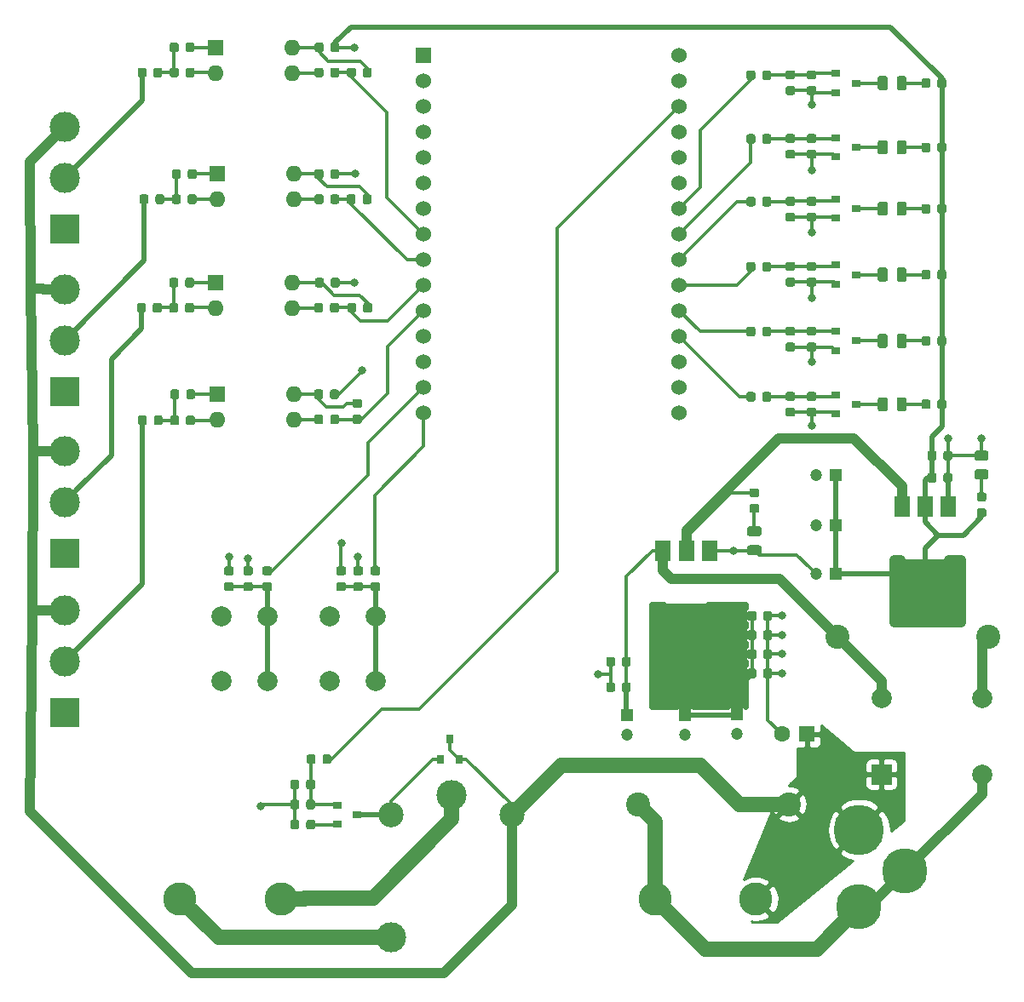
<source format=gbr>
G04 #@! TF.GenerationSoftware,KiCad,Pcbnew,(5.1.5)-3*
G04 #@! TF.CreationDate,2022-03-03T15:33:47+01:00*
G04 #@! TF.ProjectId,ESP32_client,45535033-325f-4636-9c69-656e742e6b69,rev?*
G04 #@! TF.SameCoordinates,Original*
G04 #@! TF.FileFunction,Copper,L1,Top*
G04 #@! TF.FilePolarity,Positive*
%FSLAX46Y46*%
G04 Gerber Fmt 4.6, Leading zero omitted, Abs format (unit mm)*
G04 Created by KiCad (PCBNEW (5.1.5)-3) date 2022-03-03 15:33:47*
%MOMM*%
%LPD*%
G04 APERTURE LIST*
%ADD10R,1.524000X1.524000*%
%ADD11C,1.524000*%
%ADD12C,0.100000*%
%ADD13R,1.200000X1.200000*%
%ADD14C,1.200000*%
%ADD15R,0.800000X0.900000*%
%ADD16C,5.000000*%
%ADD17C,4.500000*%
%ADD18C,3.300000*%
%ADD19R,3.000000X3.000000*%
%ADD20C,3.000000*%
%ADD21C,2.500000*%
%ADD22R,2.000000X2.000000*%
%ADD23C,2.000000*%
%ADD24R,0.900000X0.800000*%
%ADD25R,3.800000X2.000000*%
%ADD26R,1.500000X2.000000*%
%ADD27R,1.600000X1.600000*%
%ADD28O,1.600000X1.600000*%
%ADD29C,2.400000*%
%ADD30C,1.600000*%
%ADD31C,0.800000*%
%ADD32C,0.300000*%
%ADD33C,0.550000*%
%ADD34C,1.000000*%
%ADD35C,1.550000*%
%ADD36C,0.254000*%
%ADD37C,0.500000*%
G04 APERTURE END LIST*
D10*
X150300000Y-61000000D03*
D11*
X150300000Y-63540000D03*
X150300000Y-66080000D03*
X150300000Y-68620000D03*
X150300000Y-71160000D03*
X150300000Y-73700000D03*
X150300000Y-76240000D03*
X150300000Y-78780000D03*
X150300000Y-81320000D03*
X150300000Y-83860000D03*
X150300000Y-86400000D03*
X150300000Y-88940000D03*
X150300000Y-91480000D03*
X150300000Y-94020000D03*
X150300000Y-96560000D03*
X175700000Y-96560000D03*
X175700000Y-94020000D03*
X175700000Y-91480000D03*
X175700000Y-88940000D03*
X175700000Y-86400000D03*
X175700000Y-83860000D03*
X175700000Y-81320000D03*
X175700000Y-78780000D03*
X175700000Y-76240000D03*
X175700000Y-73700000D03*
X175700000Y-71160000D03*
X175700000Y-68620000D03*
X175700000Y-66080000D03*
X175700000Y-63540000D03*
X175700000Y-61000000D03*
G04 #@! TA.AperFunction,SMDPad,CuDef*
D12*
G36*
X137740191Y-133026053D02*
G01*
X137761426Y-133029203D01*
X137782250Y-133034419D01*
X137802462Y-133041651D01*
X137821868Y-133050830D01*
X137840281Y-133061866D01*
X137857524Y-133074654D01*
X137873430Y-133089070D01*
X137887846Y-133104976D01*
X137900634Y-133122219D01*
X137911670Y-133140632D01*
X137920849Y-133160038D01*
X137928081Y-133180250D01*
X137933297Y-133201074D01*
X137936447Y-133222309D01*
X137937500Y-133243750D01*
X137937500Y-133756250D01*
X137936447Y-133777691D01*
X137933297Y-133798926D01*
X137928081Y-133819750D01*
X137920849Y-133839962D01*
X137911670Y-133859368D01*
X137900634Y-133877781D01*
X137887846Y-133895024D01*
X137873430Y-133910930D01*
X137857524Y-133925346D01*
X137840281Y-133938134D01*
X137821868Y-133949170D01*
X137802462Y-133958349D01*
X137782250Y-133965581D01*
X137761426Y-133970797D01*
X137740191Y-133973947D01*
X137718750Y-133975000D01*
X137281250Y-133975000D01*
X137259809Y-133973947D01*
X137238574Y-133970797D01*
X137217750Y-133965581D01*
X137197538Y-133958349D01*
X137178132Y-133949170D01*
X137159719Y-133938134D01*
X137142476Y-133925346D01*
X137126570Y-133910930D01*
X137112154Y-133895024D01*
X137099366Y-133877781D01*
X137088330Y-133859368D01*
X137079151Y-133839962D01*
X137071919Y-133819750D01*
X137066703Y-133798926D01*
X137063553Y-133777691D01*
X137062500Y-133756250D01*
X137062500Y-133243750D01*
X137063553Y-133222309D01*
X137066703Y-133201074D01*
X137071919Y-133180250D01*
X137079151Y-133160038D01*
X137088330Y-133140632D01*
X137099366Y-133122219D01*
X137112154Y-133104976D01*
X137126570Y-133089070D01*
X137142476Y-133074654D01*
X137159719Y-133061866D01*
X137178132Y-133050830D01*
X137197538Y-133041651D01*
X137217750Y-133034419D01*
X137238574Y-133029203D01*
X137259809Y-133026053D01*
X137281250Y-133025000D01*
X137718750Y-133025000D01*
X137740191Y-133026053D01*
G37*
G04 #@! TD.AperFunction*
G04 #@! TA.AperFunction,SMDPad,CuDef*
G36*
X139315191Y-133026053D02*
G01*
X139336426Y-133029203D01*
X139357250Y-133034419D01*
X139377462Y-133041651D01*
X139396868Y-133050830D01*
X139415281Y-133061866D01*
X139432524Y-133074654D01*
X139448430Y-133089070D01*
X139462846Y-133104976D01*
X139475634Y-133122219D01*
X139486670Y-133140632D01*
X139495849Y-133160038D01*
X139503081Y-133180250D01*
X139508297Y-133201074D01*
X139511447Y-133222309D01*
X139512500Y-133243750D01*
X139512500Y-133756250D01*
X139511447Y-133777691D01*
X139508297Y-133798926D01*
X139503081Y-133819750D01*
X139495849Y-133839962D01*
X139486670Y-133859368D01*
X139475634Y-133877781D01*
X139462846Y-133895024D01*
X139448430Y-133910930D01*
X139432524Y-133925346D01*
X139415281Y-133938134D01*
X139396868Y-133949170D01*
X139377462Y-133958349D01*
X139357250Y-133965581D01*
X139336426Y-133970797D01*
X139315191Y-133973947D01*
X139293750Y-133975000D01*
X138856250Y-133975000D01*
X138834809Y-133973947D01*
X138813574Y-133970797D01*
X138792750Y-133965581D01*
X138772538Y-133958349D01*
X138753132Y-133949170D01*
X138734719Y-133938134D01*
X138717476Y-133925346D01*
X138701570Y-133910930D01*
X138687154Y-133895024D01*
X138674366Y-133877781D01*
X138663330Y-133859368D01*
X138654151Y-133839962D01*
X138646919Y-133819750D01*
X138641703Y-133798926D01*
X138638553Y-133777691D01*
X138637500Y-133756250D01*
X138637500Y-133243750D01*
X138638553Y-133222309D01*
X138641703Y-133201074D01*
X138646919Y-133180250D01*
X138654151Y-133160038D01*
X138663330Y-133140632D01*
X138674366Y-133122219D01*
X138687154Y-133104976D01*
X138701570Y-133089070D01*
X138717476Y-133074654D01*
X138734719Y-133061866D01*
X138753132Y-133050830D01*
X138772538Y-133041651D01*
X138792750Y-133034419D01*
X138813574Y-133029203D01*
X138834809Y-133026053D01*
X138856250Y-133025000D01*
X139293750Y-133025000D01*
X139315191Y-133026053D01*
G37*
G04 #@! TD.AperFunction*
D13*
X170500000Y-126600000D03*
D14*
X170500000Y-128600000D03*
G04 #@! TA.AperFunction,SMDPad,CuDef*
D12*
G36*
X170695191Y-120821053D02*
G01*
X170716426Y-120824203D01*
X170737250Y-120829419D01*
X170757462Y-120836651D01*
X170776868Y-120845830D01*
X170795281Y-120856866D01*
X170812524Y-120869654D01*
X170828430Y-120884070D01*
X170842846Y-120899976D01*
X170855634Y-120917219D01*
X170866670Y-120935632D01*
X170875849Y-120955038D01*
X170883081Y-120975250D01*
X170888297Y-120996074D01*
X170891447Y-121017309D01*
X170892500Y-121038750D01*
X170892500Y-121551250D01*
X170891447Y-121572691D01*
X170888297Y-121593926D01*
X170883081Y-121614750D01*
X170875849Y-121634962D01*
X170866670Y-121654368D01*
X170855634Y-121672781D01*
X170842846Y-121690024D01*
X170828430Y-121705930D01*
X170812524Y-121720346D01*
X170795281Y-121733134D01*
X170776868Y-121744170D01*
X170757462Y-121753349D01*
X170737250Y-121760581D01*
X170716426Y-121765797D01*
X170695191Y-121768947D01*
X170673750Y-121770000D01*
X170236250Y-121770000D01*
X170214809Y-121768947D01*
X170193574Y-121765797D01*
X170172750Y-121760581D01*
X170152538Y-121753349D01*
X170133132Y-121744170D01*
X170114719Y-121733134D01*
X170097476Y-121720346D01*
X170081570Y-121705930D01*
X170067154Y-121690024D01*
X170054366Y-121672781D01*
X170043330Y-121654368D01*
X170034151Y-121634962D01*
X170026919Y-121614750D01*
X170021703Y-121593926D01*
X170018553Y-121572691D01*
X170017500Y-121551250D01*
X170017500Y-121038750D01*
X170018553Y-121017309D01*
X170021703Y-120996074D01*
X170026919Y-120975250D01*
X170034151Y-120955038D01*
X170043330Y-120935632D01*
X170054366Y-120917219D01*
X170067154Y-120899976D01*
X170081570Y-120884070D01*
X170097476Y-120869654D01*
X170114719Y-120856866D01*
X170133132Y-120845830D01*
X170152538Y-120836651D01*
X170172750Y-120829419D01*
X170193574Y-120824203D01*
X170214809Y-120821053D01*
X170236250Y-120820000D01*
X170673750Y-120820000D01*
X170695191Y-120821053D01*
G37*
G04 #@! TD.AperFunction*
G04 #@! TA.AperFunction,SMDPad,CuDef*
G36*
X169120191Y-120821053D02*
G01*
X169141426Y-120824203D01*
X169162250Y-120829419D01*
X169182462Y-120836651D01*
X169201868Y-120845830D01*
X169220281Y-120856866D01*
X169237524Y-120869654D01*
X169253430Y-120884070D01*
X169267846Y-120899976D01*
X169280634Y-120917219D01*
X169291670Y-120935632D01*
X169300849Y-120955038D01*
X169308081Y-120975250D01*
X169313297Y-120996074D01*
X169316447Y-121017309D01*
X169317500Y-121038750D01*
X169317500Y-121551250D01*
X169316447Y-121572691D01*
X169313297Y-121593926D01*
X169308081Y-121614750D01*
X169300849Y-121634962D01*
X169291670Y-121654368D01*
X169280634Y-121672781D01*
X169267846Y-121690024D01*
X169253430Y-121705930D01*
X169237524Y-121720346D01*
X169220281Y-121733134D01*
X169201868Y-121744170D01*
X169182462Y-121753349D01*
X169162250Y-121760581D01*
X169141426Y-121765797D01*
X169120191Y-121768947D01*
X169098750Y-121770000D01*
X168661250Y-121770000D01*
X168639809Y-121768947D01*
X168618574Y-121765797D01*
X168597750Y-121760581D01*
X168577538Y-121753349D01*
X168558132Y-121744170D01*
X168539719Y-121733134D01*
X168522476Y-121720346D01*
X168506570Y-121705930D01*
X168492154Y-121690024D01*
X168479366Y-121672781D01*
X168468330Y-121654368D01*
X168459151Y-121634962D01*
X168451919Y-121614750D01*
X168446703Y-121593926D01*
X168443553Y-121572691D01*
X168442500Y-121551250D01*
X168442500Y-121038750D01*
X168443553Y-121017309D01*
X168446703Y-120996074D01*
X168451919Y-120975250D01*
X168459151Y-120955038D01*
X168468330Y-120935632D01*
X168479366Y-120917219D01*
X168492154Y-120899976D01*
X168506570Y-120884070D01*
X168522476Y-120869654D01*
X168539719Y-120856866D01*
X168558132Y-120845830D01*
X168577538Y-120836651D01*
X168597750Y-120829419D01*
X168618574Y-120824203D01*
X168639809Y-120821053D01*
X168661250Y-120820000D01*
X169098750Y-120820000D01*
X169120191Y-120821053D01*
G37*
G04 #@! TD.AperFunction*
G04 #@! TA.AperFunction,SMDPad,CuDef*
G36*
X189127691Y-94476053D02*
G01*
X189148926Y-94479203D01*
X189169750Y-94484419D01*
X189189962Y-94491651D01*
X189209368Y-94500830D01*
X189227781Y-94511866D01*
X189245024Y-94524654D01*
X189260930Y-94539070D01*
X189275346Y-94554976D01*
X189288134Y-94572219D01*
X189299170Y-94590632D01*
X189308349Y-94610038D01*
X189315581Y-94630250D01*
X189320797Y-94651074D01*
X189323947Y-94672309D01*
X189325000Y-94693750D01*
X189325000Y-95131250D01*
X189323947Y-95152691D01*
X189320797Y-95173926D01*
X189315581Y-95194750D01*
X189308349Y-95214962D01*
X189299170Y-95234368D01*
X189288134Y-95252781D01*
X189275346Y-95270024D01*
X189260930Y-95285930D01*
X189245024Y-95300346D01*
X189227781Y-95313134D01*
X189209368Y-95324170D01*
X189189962Y-95333349D01*
X189169750Y-95340581D01*
X189148926Y-95345797D01*
X189127691Y-95348947D01*
X189106250Y-95350000D01*
X188593750Y-95350000D01*
X188572309Y-95348947D01*
X188551074Y-95345797D01*
X188530250Y-95340581D01*
X188510038Y-95333349D01*
X188490632Y-95324170D01*
X188472219Y-95313134D01*
X188454976Y-95300346D01*
X188439070Y-95285930D01*
X188424654Y-95270024D01*
X188411866Y-95252781D01*
X188400830Y-95234368D01*
X188391651Y-95214962D01*
X188384419Y-95194750D01*
X188379203Y-95173926D01*
X188376053Y-95152691D01*
X188375000Y-95131250D01*
X188375000Y-94693750D01*
X188376053Y-94672309D01*
X188379203Y-94651074D01*
X188384419Y-94630250D01*
X188391651Y-94610038D01*
X188400830Y-94590632D01*
X188411866Y-94572219D01*
X188424654Y-94554976D01*
X188439070Y-94539070D01*
X188454976Y-94524654D01*
X188472219Y-94511866D01*
X188490632Y-94500830D01*
X188510038Y-94491651D01*
X188530250Y-94484419D01*
X188551074Y-94479203D01*
X188572309Y-94476053D01*
X188593750Y-94475000D01*
X189106250Y-94475000D01*
X189127691Y-94476053D01*
G37*
G04 #@! TD.AperFunction*
G04 #@! TA.AperFunction,SMDPad,CuDef*
G36*
X189127691Y-96051053D02*
G01*
X189148926Y-96054203D01*
X189169750Y-96059419D01*
X189189962Y-96066651D01*
X189209368Y-96075830D01*
X189227781Y-96086866D01*
X189245024Y-96099654D01*
X189260930Y-96114070D01*
X189275346Y-96129976D01*
X189288134Y-96147219D01*
X189299170Y-96165632D01*
X189308349Y-96185038D01*
X189315581Y-96205250D01*
X189320797Y-96226074D01*
X189323947Y-96247309D01*
X189325000Y-96268750D01*
X189325000Y-96706250D01*
X189323947Y-96727691D01*
X189320797Y-96748926D01*
X189315581Y-96769750D01*
X189308349Y-96789962D01*
X189299170Y-96809368D01*
X189288134Y-96827781D01*
X189275346Y-96845024D01*
X189260930Y-96860930D01*
X189245024Y-96875346D01*
X189227781Y-96888134D01*
X189209368Y-96899170D01*
X189189962Y-96908349D01*
X189169750Y-96915581D01*
X189148926Y-96920797D01*
X189127691Y-96923947D01*
X189106250Y-96925000D01*
X188593750Y-96925000D01*
X188572309Y-96923947D01*
X188551074Y-96920797D01*
X188530250Y-96915581D01*
X188510038Y-96908349D01*
X188490632Y-96899170D01*
X188472219Y-96888134D01*
X188454976Y-96875346D01*
X188439070Y-96860930D01*
X188424654Y-96845024D01*
X188411866Y-96827781D01*
X188400830Y-96809368D01*
X188391651Y-96789962D01*
X188384419Y-96769750D01*
X188379203Y-96748926D01*
X188376053Y-96727691D01*
X188375000Y-96706250D01*
X188375000Y-96268750D01*
X188376053Y-96247309D01*
X188379203Y-96226074D01*
X188384419Y-96205250D01*
X188391651Y-96185038D01*
X188400830Y-96165632D01*
X188411866Y-96147219D01*
X188424654Y-96129976D01*
X188439070Y-96114070D01*
X188454976Y-96099654D01*
X188472219Y-96086866D01*
X188490632Y-96075830D01*
X188510038Y-96066651D01*
X188530250Y-96059419D01*
X188551074Y-96054203D01*
X188572309Y-96051053D01*
X188593750Y-96050000D01*
X189106250Y-96050000D01*
X189127691Y-96051053D01*
G37*
G04 #@! TD.AperFunction*
G04 #@! TA.AperFunction,SMDPad,CuDef*
G36*
X169120191Y-123361053D02*
G01*
X169141426Y-123364203D01*
X169162250Y-123369419D01*
X169182462Y-123376651D01*
X169201868Y-123385830D01*
X169220281Y-123396866D01*
X169237524Y-123409654D01*
X169253430Y-123424070D01*
X169267846Y-123439976D01*
X169280634Y-123457219D01*
X169291670Y-123475632D01*
X169300849Y-123495038D01*
X169308081Y-123515250D01*
X169313297Y-123536074D01*
X169316447Y-123557309D01*
X169317500Y-123578750D01*
X169317500Y-124091250D01*
X169316447Y-124112691D01*
X169313297Y-124133926D01*
X169308081Y-124154750D01*
X169300849Y-124174962D01*
X169291670Y-124194368D01*
X169280634Y-124212781D01*
X169267846Y-124230024D01*
X169253430Y-124245930D01*
X169237524Y-124260346D01*
X169220281Y-124273134D01*
X169201868Y-124284170D01*
X169182462Y-124293349D01*
X169162250Y-124300581D01*
X169141426Y-124305797D01*
X169120191Y-124308947D01*
X169098750Y-124310000D01*
X168661250Y-124310000D01*
X168639809Y-124308947D01*
X168618574Y-124305797D01*
X168597750Y-124300581D01*
X168577538Y-124293349D01*
X168558132Y-124284170D01*
X168539719Y-124273134D01*
X168522476Y-124260346D01*
X168506570Y-124245930D01*
X168492154Y-124230024D01*
X168479366Y-124212781D01*
X168468330Y-124194368D01*
X168459151Y-124174962D01*
X168451919Y-124154750D01*
X168446703Y-124133926D01*
X168443553Y-124112691D01*
X168442500Y-124091250D01*
X168442500Y-123578750D01*
X168443553Y-123557309D01*
X168446703Y-123536074D01*
X168451919Y-123515250D01*
X168459151Y-123495038D01*
X168468330Y-123475632D01*
X168479366Y-123457219D01*
X168492154Y-123439976D01*
X168506570Y-123424070D01*
X168522476Y-123409654D01*
X168539719Y-123396866D01*
X168558132Y-123385830D01*
X168577538Y-123376651D01*
X168597750Y-123369419D01*
X168618574Y-123364203D01*
X168639809Y-123361053D01*
X168661250Y-123360000D01*
X169098750Y-123360000D01*
X169120191Y-123361053D01*
G37*
G04 #@! TD.AperFunction*
G04 #@! TA.AperFunction,SMDPad,CuDef*
G36*
X170695191Y-123361053D02*
G01*
X170716426Y-123364203D01*
X170737250Y-123369419D01*
X170757462Y-123376651D01*
X170776868Y-123385830D01*
X170795281Y-123396866D01*
X170812524Y-123409654D01*
X170828430Y-123424070D01*
X170842846Y-123439976D01*
X170855634Y-123457219D01*
X170866670Y-123475632D01*
X170875849Y-123495038D01*
X170883081Y-123515250D01*
X170888297Y-123536074D01*
X170891447Y-123557309D01*
X170892500Y-123578750D01*
X170892500Y-124091250D01*
X170891447Y-124112691D01*
X170888297Y-124133926D01*
X170883081Y-124154750D01*
X170875849Y-124174962D01*
X170866670Y-124194368D01*
X170855634Y-124212781D01*
X170842846Y-124230024D01*
X170828430Y-124245930D01*
X170812524Y-124260346D01*
X170795281Y-124273134D01*
X170776868Y-124284170D01*
X170757462Y-124293349D01*
X170737250Y-124300581D01*
X170716426Y-124305797D01*
X170695191Y-124308947D01*
X170673750Y-124310000D01*
X170236250Y-124310000D01*
X170214809Y-124308947D01*
X170193574Y-124305797D01*
X170172750Y-124300581D01*
X170152538Y-124293349D01*
X170133132Y-124284170D01*
X170114719Y-124273134D01*
X170097476Y-124260346D01*
X170081570Y-124245930D01*
X170067154Y-124230024D01*
X170054366Y-124212781D01*
X170043330Y-124194368D01*
X170034151Y-124174962D01*
X170026919Y-124154750D01*
X170021703Y-124133926D01*
X170018553Y-124112691D01*
X170017500Y-124091250D01*
X170017500Y-123578750D01*
X170018553Y-123557309D01*
X170021703Y-123536074D01*
X170026919Y-123515250D01*
X170034151Y-123495038D01*
X170043330Y-123475632D01*
X170054366Y-123457219D01*
X170067154Y-123439976D01*
X170081570Y-123424070D01*
X170097476Y-123409654D01*
X170114719Y-123396866D01*
X170133132Y-123385830D01*
X170152538Y-123376651D01*
X170172750Y-123369419D01*
X170193574Y-123364203D01*
X170214809Y-123361053D01*
X170236250Y-123360000D01*
X170673750Y-123360000D01*
X170695191Y-123361053D01*
G37*
G04 #@! TD.AperFunction*
G04 #@! TA.AperFunction,SMDPad,CuDef*
G36*
X183165191Y-116271053D02*
G01*
X183186426Y-116274203D01*
X183207250Y-116279419D01*
X183227462Y-116286651D01*
X183246868Y-116295830D01*
X183265281Y-116306866D01*
X183282524Y-116319654D01*
X183298430Y-116334070D01*
X183312846Y-116349976D01*
X183325634Y-116367219D01*
X183336670Y-116385632D01*
X183345849Y-116405038D01*
X183353081Y-116425250D01*
X183358297Y-116446074D01*
X183361447Y-116467309D01*
X183362500Y-116488750D01*
X183362500Y-117001250D01*
X183361447Y-117022691D01*
X183358297Y-117043926D01*
X183353081Y-117064750D01*
X183345849Y-117084962D01*
X183336670Y-117104368D01*
X183325634Y-117122781D01*
X183312846Y-117140024D01*
X183298430Y-117155930D01*
X183282524Y-117170346D01*
X183265281Y-117183134D01*
X183246868Y-117194170D01*
X183227462Y-117203349D01*
X183207250Y-117210581D01*
X183186426Y-117215797D01*
X183165191Y-117218947D01*
X183143750Y-117220000D01*
X182706250Y-117220000D01*
X182684809Y-117218947D01*
X182663574Y-117215797D01*
X182642750Y-117210581D01*
X182622538Y-117203349D01*
X182603132Y-117194170D01*
X182584719Y-117183134D01*
X182567476Y-117170346D01*
X182551570Y-117155930D01*
X182537154Y-117140024D01*
X182524366Y-117122781D01*
X182513330Y-117104368D01*
X182504151Y-117084962D01*
X182496919Y-117064750D01*
X182491703Y-117043926D01*
X182488553Y-117022691D01*
X182487500Y-117001250D01*
X182487500Y-116488750D01*
X182488553Y-116467309D01*
X182491703Y-116446074D01*
X182496919Y-116425250D01*
X182504151Y-116405038D01*
X182513330Y-116385632D01*
X182524366Y-116367219D01*
X182537154Y-116349976D01*
X182551570Y-116334070D01*
X182567476Y-116319654D01*
X182584719Y-116306866D01*
X182603132Y-116295830D01*
X182622538Y-116286651D01*
X182642750Y-116279419D01*
X182663574Y-116274203D01*
X182684809Y-116271053D01*
X182706250Y-116270000D01*
X183143750Y-116270000D01*
X183165191Y-116271053D01*
G37*
G04 #@! TD.AperFunction*
G04 #@! TA.AperFunction,SMDPad,CuDef*
G36*
X184740191Y-116271053D02*
G01*
X184761426Y-116274203D01*
X184782250Y-116279419D01*
X184802462Y-116286651D01*
X184821868Y-116295830D01*
X184840281Y-116306866D01*
X184857524Y-116319654D01*
X184873430Y-116334070D01*
X184887846Y-116349976D01*
X184900634Y-116367219D01*
X184911670Y-116385632D01*
X184920849Y-116405038D01*
X184928081Y-116425250D01*
X184933297Y-116446074D01*
X184936447Y-116467309D01*
X184937500Y-116488750D01*
X184937500Y-117001250D01*
X184936447Y-117022691D01*
X184933297Y-117043926D01*
X184928081Y-117064750D01*
X184920849Y-117084962D01*
X184911670Y-117104368D01*
X184900634Y-117122781D01*
X184887846Y-117140024D01*
X184873430Y-117155930D01*
X184857524Y-117170346D01*
X184840281Y-117183134D01*
X184821868Y-117194170D01*
X184802462Y-117203349D01*
X184782250Y-117210581D01*
X184761426Y-117215797D01*
X184740191Y-117218947D01*
X184718750Y-117220000D01*
X184281250Y-117220000D01*
X184259809Y-117218947D01*
X184238574Y-117215797D01*
X184217750Y-117210581D01*
X184197538Y-117203349D01*
X184178132Y-117194170D01*
X184159719Y-117183134D01*
X184142476Y-117170346D01*
X184126570Y-117155930D01*
X184112154Y-117140024D01*
X184099366Y-117122781D01*
X184088330Y-117104368D01*
X184079151Y-117084962D01*
X184071919Y-117064750D01*
X184066703Y-117043926D01*
X184063553Y-117022691D01*
X184062500Y-117001250D01*
X184062500Y-116488750D01*
X184063553Y-116467309D01*
X184066703Y-116446074D01*
X184071919Y-116425250D01*
X184079151Y-116405038D01*
X184088330Y-116385632D01*
X184099366Y-116367219D01*
X184112154Y-116349976D01*
X184126570Y-116334070D01*
X184142476Y-116319654D01*
X184159719Y-116306866D01*
X184178132Y-116295830D01*
X184197538Y-116286651D01*
X184217750Y-116279419D01*
X184238574Y-116274203D01*
X184259809Y-116271053D01*
X184281250Y-116270000D01*
X184718750Y-116270000D01*
X184740191Y-116271053D01*
G37*
G04 #@! TD.AperFunction*
G04 #@! TA.AperFunction,SMDPad,CuDef*
G36*
X133127691Y-111826053D02*
G01*
X133148926Y-111829203D01*
X133169750Y-111834419D01*
X133189962Y-111841651D01*
X133209368Y-111850830D01*
X133227781Y-111861866D01*
X133245024Y-111874654D01*
X133260930Y-111889070D01*
X133275346Y-111904976D01*
X133288134Y-111922219D01*
X133299170Y-111940632D01*
X133308349Y-111960038D01*
X133315581Y-111980250D01*
X133320797Y-112001074D01*
X133323947Y-112022309D01*
X133325000Y-112043750D01*
X133325000Y-112481250D01*
X133323947Y-112502691D01*
X133320797Y-112523926D01*
X133315581Y-112544750D01*
X133308349Y-112564962D01*
X133299170Y-112584368D01*
X133288134Y-112602781D01*
X133275346Y-112620024D01*
X133260930Y-112635930D01*
X133245024Y-112650346D01*
X133227781Y-112663134D01*
X133209368Y-112674170D01*
X133189962Y-112683349D01*
X133169750Y-112690581D01*
X133148926Y-112695797D01*
X133127691Y-112698947D01*
X133106250Y-112700000D01*
X132593750Y-112700000D01*
X132572309Y-112698947D01*
X132551074Y-112695797D01*
X132530250Y-112690581D01*
X132510038Y-112683349D01*
X132490632Y-112674170D01*
X132472219Y-112663134D01*
X132454976Y-112650346D01*
X132439070Y-112635930D01*
X132424654Y-112620024D01*
X132411866Y-112602781D01*
X132400830Y-112584368D01*
X132391651Y-112564962D01*
X132384419Y-112544750D01*
X132379203Y-112523926D01*
X132376053Y-112502691D01*
X132375000Y-112481250D01*
X132375000Y-112043750D01*
X132376053Y-112022309D01*
X132379203Y-112001074D01*
X132384419Y-111980250D01*
X132391651Y-111960038D01*
X132400830Y-111940632D01*
X132411866Y-111922219D01*
X132424654Y-111904976D01*
X132439070Y-111889070D01*
X132454976Y-111874654D01*
X132472219Y-111861866D01*
X132490632Y-111850830D01*
X132510038Y-111841651D01*
X132530250Y-111834419D01*
X132551074Y-111829203D01*
X132572309Y-111826053D01*
X132593750Y-111825000D01*
X133106250Y-111825000D01*
X133127691Y-111826053D01*
G37*
G04 #@! TD.AperFunction*
G04 #@! TA.AperFunction,SMDPad,CuDef*
G36*
X133127691Y-113401053D02*
G01*
X133148926Y-113404203D01*
X133169750Y-113409419D01*
X133189962Y-113416651D01*
X133209368Y-113425830D01*
X133227781Y-113436866D01*
X133245024Y-113449654D01*
X133260930Y-113464070D01*
X133275346Y-113479976D01*
X133288134Y-113497219D01*
X133299170Y-113515632D01*
X133308349Y-113535038D01*
X133315581Y-113555250D01*
X133320797Y-113576074D01*
X133323947Y-113597309D01*
X133325000Y-113618750D01*
X133325000Y-114056250D01*
X133323947Y-114077691D01*
X133320797Y-114098926D01*
X133315581Y-114119750D01*
X133308349Y-114139962D01*
X133299170Y-114159368D01*
X133288134Y-114177781D01*
X133275346Y-114195024D01*
X133260930Y-114210930D01*
X133245024Y-114225346D01*
X133227781Y-114238134D01*
X133209368Y-114249170D01*
X133189962Y-114258349D01*
X133169750Y-114265581D01*
X133148926Y-114270797D01*
X133127691Y-114273947D01*
X133106250Y-114275000D01*
X132593750Y-114275000D01*
X132572309Y-114273947D01*
X132551074Y-114270797D01*
X132530250Y-114265581D01*
X132510038Y-114258349D01*
X132490632Y-114249170D01*
X132472219Y-114238134D01*
X132454976Y-114225346D01*
X132439070Y-114210930D01*
X132424654Y-114195024D01*
X132411866Y-114177781D01*
X132400830Y-114159368D01*
X132391651Y-114139962D01*
X132384419Y-114119750D01*
X132379203Y-114098926D01*
X132376053Y-114077691D01*
X132375000Y-114056250D01*
X132375000Y-113618750D01*
X132376053Y-113597309D01*
X132379203Y-113576074D01*
X132384419Y-113555250D01*
X132391651Y-113535038D01*
X132400830Y-113515632D01*
X132411866Y-113497219D01*
X132424654Y-113479976D01*
X132439070Y-113464070D01*
X132454976Y-113449654D01*
X132472219Y-113436866D01*
X132490632Y-113425830D01*
X132510038Y-113416651D01*
X132530250Y-113409419D01*
X132551074Y-113404203D01*
X132572309Y-113401053D01*
X132593750Y-113400000D01*
X133106250Y-113400000D01*
X133127691Y-113401053D01*
G37*
G04 #@! TD.AperFunction*
G04 #@! TA.AperFunction,SMDPad,CuDef*
G36*
X144077691Y-113401053D02*
G01*
X144098926Y-113404203D01*
X144119750Y-113409419D01*
X144139962Y-113416651D01*
X144159368Y-113425830D01*
X144177781Y-113436866D01*
X144195024Y-113449654D01*
X144210930Y-113464070D01*
X144225346Y-113479976D01*
X144238134Y-113497219D01*
X144249170Y-113515632D01*
X144258349Y-113535038D01*
X144265581Y-113555250D01*
X144270797Y-113576074D01*
X144273947Y-113597309D01*
X144275000Y-113618750D01*
X144275000Y-114056250D01*
X144273947Y-114077691D01*
X144270797Y-114098926D01*
X144265581Y-114119750D01*
X144258349Y-114139962D01*
X144249170Y-114159368D01*
X144238134Y-114177781D01*
X144225346Y-114195024D01*
X144210930Y-114210930D01*
X144195024Y-114225346D01*
X144177781Y-114238134D01*
X144159368Y-114249170D01*
X144139962Y-114258349D01*
X144119750Y-114265581D01*
X144098926Y-114270797D01*
X144077691Y-114273947D01*
X144056250Y-114275000D01*
X143543750Y-114275000D01*
X143522309Y-114273947D01*
X143501074Y-114270797D01*
X143480250Y-114265581D01*
X143460038Y-114258349D01*
X143440632Y-114249170D01*
X143422219Y-114238134D01*
X143404976Y-114225346D01*
X143389070Y-114210930D01*
X143374654Y-114195024D01*
X143361866Y-114177781D01*
X143350830Y-114159368D01*
X143341651Y-114139962D01*
X143334419Y-114119750D01*
X143329203Y-114098926D01*
X143326053Y-114077691D01*
X143325000Y-114056250D01*
X143325000Y-113618750D01*
X143326053Y-113597309D01*
X143329203Y-113576074D01*
X143334419Y-113555250D01*
X143341651Y-113535038D01*
X143350830Y-113515632D01*
X143361866Y-113497219D01*
X143374654Y-113479976D01*
X143389070Y-113464070D01*
X143404976Y-113449654D01*
X143422219Y-113436866D01*
X143440632Y-113425830D01*
X143460038Y-113416651D01*
X143480250Y-113409419D01*
X143501074Y-113404203D01*
X143522309Y-113401053D01*
X143543750Y-113400000D01*
X144056250Y-113400000D01*
X144077691Y-113401053D01*
G37*
G04 #@! TD.AperFunction*
G04 #@! TA.AperFunction,SMDPad,CuDef*
G36*
X144077691Y-111826053D02*
G01*
X144098926Y-111829203D01*
X144119750Y-111834419D01*
X144139962Y-111841651D01*
X144159368Y-111850830D01*
X144177781Y-111861866D01*
X144195024Y-111874654D01*
X144210930Y-111889070D01*
X144225346Y-111904976D01*
X144238134Y-111922219D01*
X144249170Y-111940632D01*
X144258349Y-111960038D01*
X144265581Y-111980250D01*
X144270797Y-112001074D01*
X144273947Y-112022309D01*
X144275000Y-112043750D01*
X144275000Y-112481250D01*
X144273947Y-112502691D01*
X144270797Y-112523926D01*
X144265581Y-112544750D01*
X144258349Y-112564962D01*
X144249170Y-112584368D01*
X144238134Y-112602781D01*
X144225346Y-112620024D01*
X144210930Y-112635930D01*
X144195024Y-112650346D01*
X144177781Y-112663134D01*
X144159368Y-112674170D01*
X144139962Y-112683349D01*
X144119750Y-112690581D01*
X144098926Y-112695797D01*
X144077691Y-112698947D01*
X144056250Y-112700000D01*
X143543750Y-112700000D01*
X143522309Y-112698947D01*
X143501074Y-112695797D01*
X143480250Y-112690581D01*
X143460038Y-112683349D01*
X143440632Y-112674170D01*
X143422219Y-112663134D01*
X143404976Y-112650346D01*
X143389070Y-112635930D01*
X143374654Y-112620024D01*
X143361866Y-112602781D01*
X143350830Y-112584368D01*
X143341651Y-112564962D01*
X143334419Y-112544750D01*
X143329203Y-112523926D01*
X143326053Y-112502691D01*
X143325000Y-112481250D01*
X143325000Y-112043750D01*
X143326053Y-112022309D01*
X143329203Y-112001074D01*
X143334419Y-111980250D01*
X143341651Y-111960038D01*
X143350830Y-111940632D01*
X143361866Y-111922219D01*
X143374654Y-111904976D01*
X143389070Y-111889070D01*
X143404976Y-111874654D01*
X143422219Y-111861866D01*
X143440632Y-111850830D01*
X143460038Y-111841651D01*
X143480250Y-111834419D01*
X143501074Y-111829203D01*
X143522309Y-111826053D01*
X143543750Y-111825000D01*
X144056250Y-111825000D01*
X144077691Y-111826053D01*
G37*
G04 #@! TD.AperFunction*
G04 #@! TA.AperFunction,SMDPad,CuDef*
G36*
X184740191Y-118176053D02*
G01*
X184761426Y-118179203D01*
X184782250Y-118184419D01*
X184802462Y-118191651D01*
X184821868Y-118200830D01*
X184840281Y-118211866D01*
X184857524Y-118224654D01*
X184873430Y-118239070D01*
X184887846Y-118254976D01*
X184900634Y-118272219D01*
X184911670Y-118290632D01*
X184920849Y-118310038D01*
X184928081Y-118330250D01*
X184933297Y-118351074D01*
X184936447Y-118372309D01*
X184937500Y-118393750D01*
X184937500Y-118906250D01*
X184936447Y-118927691D01*
X184933297Y-118948926D01*
X184928081Y-118969750D01*
X184920849Y-118989962D01*
X184911670Y-119009368D01*
X184900634Y-119027781D01*
X184887846Y-119045024D01*
X184873430Y-119060930D01*
X184857524Y-119075346D01*
X184840281Y-119088134D01*
X184821868Y-119099170D01*
X184802462Y-119108349D01*
X184782250Y-119115581D01*
X184761426Y-119120797D01*
X184740191Y-119123947D01*
X184718750Y-119125000D01*
X184281250Y-119125000D01*
X184259809Y-119123947D01*
X184238574Y-119120797D01*
X184217750Y-119115581D01*
X184197538Y-119108349D01*
X184178132Y-119099170D01*
X184159719Y-119088134D01*
X184142476Y-119075346D01*
X184126570Y-119060930D01*
X184112154Y-119045024D01*
X184099366Y-119027781D01*
X184088330Y-119009368D01*
X184079151Y-118989962D01*
X184071919Y-118969750D01*
X184066703Y-118948926D01*
X184063553Y-118927691D01*
X184062500Y-118906250D01*
X184062500Y-118393750D01*
X184063553Y-118372309D01*
X184066703Y-118351074D01*
X184071919Y-118330250D01*
X184079151Y-118310038D01*
X184088330Y-118290632D01*
X184099366Y-118272219D01*
X184112154Y-118254976D01*
X184126570Y-118239070D01*
X184142476Y-118224654D01*
X184159719Y-118211866D01*
X184178132Y-118200830D01*
X184197538Y-118191651D01*
X184217750Y-118184419D01*
X184238574Y-118179203D01*
X184259809Y-118176053D01*
X184281250Y-118175000D01*
X184718750Y-118175000D01*
X184740191Y-118176053D01*
G37*
G04 #@! TD.AperFunction*
G04 #@! TA.AperFunction,SMDPad,CuDef*
G36*
X183165191Y-118176053D02*
G01*
X183186426Y-118179203D01*
X183207250Y-118184419D01*
X183227462Y-118191651D01*
X183246868Y-118200830D01*
X183265281Y-118211866D01*
X183282524Y-118224654D01*
X183298430Y-118239070D01*
X183312846Y-118254976D01*
X183325634Y-118272219D01*
X183336670Y-118290632D01*
X183345849Y-118310038D01*
X183353081Y-118330250D01*
X183358297Y-118351074D01*
X183361447Y-118372309D01*
X183362500Y-118393750D01*
X183362500Y-118906250D01*
X183361447Y-118927691D01*
X183358297Y-118948926D01*
X183353081Y-118969750D01*
X183345849Y-118989962D01*
X183336670Y-119009368D01*
X183325634Y-119027781D01*
X183312846Y-119045024D01*
X183298430Y-119060930D01*
X183282524Y-119075346D01*
X183265281Y-119088134D01*
X183246868Y-119099170D01*
X183227462Y-119108349D01*
X183207250Y-119115581D01*
X183186426Y-119120797D01*
X183165191Y-119123947D01*
X183143750Y-119125000D01*
X182706250Y-119125000D01*
X182684809Y-119123947D01*
X182663574Y-119120797D01*
X182642750Y-119115581D01*
X182622538Y-119108349D01*
X182603132Y-119099170D01*
X182584719Y-119088134D01*
X182567476Y-119075346D01*
X182551570Y-119060930D01*
X182537154Y-119045024D01*
X182524366Y-119027781D01*
X182513330Y-119009368D01*
X182504151Y-118989962D01*
X182496919Y-118969750D01*
X182491703Y-118948926D01*
X182488553Y-118927691D01*
X182487500Y-118906250D01*
X182487500Y-118393750D01*
X182488553Y-118372309D01*
X182491703Y-118351074D01*
X182496919Y-118330250D01*
X182504151Y-118310038D01*
X182513330Y-118290632D01*
X182524366Y-118272219D01*
X182537154Y-118254976D01*
X182551570Y-118239070D01*
X182567476Y-118224654D01*
X182584719Y-118211866D01*
X182603132Y-118200830D01*
X182622538Y-118191651D01*
X182642750Y-118184419D01*
X182663574Y-118179203D01*
X182684809Y-118176053D01*
X182706250Y-118175000D01*
X183143750Y-118175000D01*
X183165191Y-118176053D01*
G37*
G04 #@! TD.AperFunction*
G04 #@! TA.AperFunction,SMDPad,CuDef*
G36*
X189127691Y-81538553D02*
G01*
X189148926Y-81541703D01*
X189169750Y-81546919D01*
X189189962Y-81554151D01*
X189209368Y-81563330D01*
X189227781Y-81574366D01*
X189245024Y-81587154D01*
X189260930Y-81601570D01*
X189275346Y-81617476D01*
X189288134Y-81634719D01*
X189299170Y-81653132D01*
X189308349Y-81672538D01*
X189315581Y-81692750D01*
X189320797Y-81713574D01*
X189323947Y-81734809D01*
X189325000Y-81756250D01*
X189325000Y-82193750D01*
X189323947Y-82215191D01*
X189320797Y-82236426D01*
X189315581Y-82257250D01*
X189308349Y-82277462D01*
X189299170Y-82296868D01*
X189288134Y-82315281D01*
X189275346Y-82332524D01*
X189260930Y-82348430D01*
X189245024Y-82362846D01*
X189227781Y-82375634D01*
X189209368Y-82386670D01*
X189189962Y-82395849D01*
X189169750Y-82403081D01*
X189148926Y-82408297D01*
X189127691Y-82411447D01*
X189106250Y-82412500D01*
X188593750Y-82412500D01*
X188572309Y-82411447D01*
X188551074Y-82408297D01*
X188530250Y-82403081D01*
X188510038Y-82395849D01*
X188490632Y-82386670D01*
X188472219Y-82375634D01*
X188454976Y-82362846D01*
X188439070Y-82348430D01*
X188424654Y-82332524D01*
X188411866Y-82315281D01*
X188400830Y-82296868D01*
X188391651Y-82277462D01*
X188384419Y-82257250D01*
X188379203Y-82236426D01*
X188376053Y-82215191D01*
X188375000Y-82193750D01*
X188375000Y-81756250D01*
X188376053Y-81734809D01*
X188379203Y-81713574D01*
X188384419Y-81692750D01*
X188391651Y-81672538D01*
X188400830Y-81653132D01*
X188411866Y-81634719D01*
X188424654Y-81617476D01*
X188439070Y-81601570D01*
X188454976Y-81587154D01*
X188472219Y-81574366D01*
X188490632Y-81563330D01*
X188510038Y-81554151D01*
X188530250Y-81546919D01*
X188551074Y-81541703D01*
X188572309Y-81538553D01*
X188593750Y-81537500D01*
X189106250Y-81537500D01*
X189127691Y-81538553D01*
G37*
G04 #@! TD.AperFunction*
G04 #@! TA.AperFunction,SMDPad,CuDef*
G36*
X189127691Y-83113553D02*
G01*
X189148926Y-83116703D01*
X189169750Y-83121919D01*
X189189962Y-83129151D01*
X189209368Y-83138330D01*
X189227781Y-83149366D01*
X189245024Y-83162154D01*
X189260930Y-83176570D01*
X189275346Y-83192476D01*
X189288134Y-83209719D01*
X189299170Y-83228132D01*
X189308349Y-83247538D01*
X189315581Y-83267750D01*
X189320797Y-83288574D01*
X189323947Y-83309809D01*
X189325000Y-83331250D01*
X189325000Y-83768750D01*
X189323947Y-83790191D01*
X189320797Y-83811426D01*
X189315581Y-83832250D01*
X189308349Y-83852462D01*
X189299170Y-83871868D01*
X189288134Y-83890281D01*
X189275346Y-83907524D01*
X189260930Y-83923430D01*
X189245024Y-83937846D01*
X189227781Y-83950634D01*
X189209368Y-83961670D01*
X189189962Y-83970849D01*
X189169750Y-83978081D01*
X189148926Y-83983297D01*
X189127691Y-83986447D01*
X189106250Y-83987500D01*
X188593750Y-83987500D01*
X188572309Y-83986447D01*
X188551074Y-83983297D01*
X188530250Y-83978081D01*
X188510038Y-83970849D01*
X188490632Y-83961670D01*
X188472219Y-83950634D01*
X188454976Y-83937846D01*
X188439070Y-83923430D01*
X188424654Y-83907524D01*
X188411866Y-83890281D01*
X188400830Y-83871868D01*
X188391651Y-83852462D01*
X188384419Y-83832250D01*
X188379203Y-83811426D01*
X188376053Y-83790191D01*
X188375000Y-83768750D01*
X188375000Y-83331250D01*
X188376053Y-83309809D01*
X188379203Y-83288574D01*
X188384419Y-83267750D01*
X188391651Y-83247538D01*
X188400830Y-83228132D01*
X188411866Y-83209719D01*
X188424654Y-83192476D01*
X188439070Y-83176570D01*
X188454976Y-83162154D01*
X188472219Y-83149366D01*
X188490632Y-83138330D01*
X188510038Y-83129151D01*
X188530250Y-83121919D01*
X188551074Y-83116703D01*
X188572309Y-83113553D01*
X188593750Y-83112500D01*
X189106250Y-83112500D01*
X189127691Y-83113553D01*
G37*
G04 #@! TD.AperFunction*
D14*
X176300000Y-128600000D03*
D13*
X176300000Y-126600000D03*
X181400000Y-126500000D03*
D14*
X181400000Y-128500000D03*
G04 #@! TA.AperFunction,SMDPad,CuDef*
D12*
G36*
X183165191Y-120081053D02*
G01*
X183186426Y-120084203D01*
X183207250Y-120089419D01*
X183227462Y-120096651D01*
X183246868Y-120105830D01*
X183265281Y-120116866D01*
X183282524Y-120129654D01*
X183298430Y-120144070D01*
X183312846Y-120159976D01*
X183325634Y-120177219D01*
X183336670Y-120195632D01*
X183345849Y-120215038D01*
X183353081Y-120235250D01*
X183358297Y-120256074D01*
X183361447Y-120277309D01*
X183362500Y-120298750D01*
X183362500Y-120811250D01*
X183361447Y-120832691D01*
X183358297Y-120853926D01*
X183353081Y-120874750D01*
X183345849Y-120894962D01*
X183336670Y-120914368D01*
X183325634Y-120932781D01*
X183312846Y-120950024D01*
X183298430Y-120965930D01*
X183282524Y-120980346D01*
X183265281Y-120993134D01*
X183246868Y-121004170D01*
X183227462Y-121013349D01*
X183207250Y-121020581D01*
X183186426Y-121025797D01*
X183165191Y-121028947D01*
X183143750Y-121030000D01*
X182706250Y-121030000D01*
X182684809Y-121028947D01*
X182663574Y-121025797D01*
X182642750Y-121020581D01*
X182622538Y-121013349D01*
X182603132Y-121004170D01*
X182584719Y-120993134D01*
X182567476Y-120980346D01*
X182551570Y-120965930D01*
X182537154Y-120950024D01*
X182524366Y-120932781D01*
X182513330Y-120914368D01*
X182504151Y-120894962D01*
X182496919Y-120874750D01*
X182491703Y-120853926D01*
X182488553Y-120832691D01*
X182487500Y-120811250D01*
X182487500Y-120298750D01*
X182488553Y-120277309D01*
X182491703Y-120256074D01*
X182496919Y-120235250D01*
X182504151Y-120215038D01*
X182513330Y-120195632D01*
X182524366Y-120177219D01*
X182537154Y-120159976D01*
X182551570Y-120144070D01*
X182567476Y-120129654D01*
X182584719Y-120116866D01*
X182603132Y-120105830D01*
X182622538Y-120096651D01*
X182642750Y-120089419D01*
X182663574Y-120084203D01*
X182684809Y-120081053D01*
X182706250Y-120080000D01*
X183143750Y-120080000D01*
X183165191Y-120081053D01*
G37*
G04 #@! TD.AperFunction*
G04 #@! TA.AperFunction,SMDPad,CuDef*
G36*
X184740191Y-120081053D02*
G01*
X184761426Y-120084203D01*
X184782250Y-120089419D01*
X184802462Y-120096651D01*
X184821868Y-120105830D01*
X184840281Y-120116866D01*
X184857524Y-120129654D01*
X184873430Y-120144070D01*
X184887846Y-120159976D01*
X184900634Y-120177219D01*
X184911670Y-120195632D01*
X184920849Y-120215038D01*
X184928081Y-120235250D01*
X184933297Y-120256074D01*
X184936447Y-120277309D01*
X184937500Y-120298750D01*
X184937500Y-120811250D01*
X184936447Y-120832691D01*
X184933297Y-120853926D01*
X184928081Y-120874750D01*
X184920849Y-120894962D01*
X184911670Y-120914368D01*
X184900634Y-120932781D01*
X184887846Y-120950024D01*
X184873430Y-120965930D01*
X184857524Y-120980346D01*
X184840281Y-120993134D01*
X184821868Y-121004170D01*
X184802462Y-121013349D01*
X184782250Y-121020581D01*
X184761426Y-121025797D01*
X184740191Y-121028947D01*
X184718750Y-121030000D01*
X184281250Y-121030000D01*
X184259809Y-121028947D01*
X184238574Y-121025797D01*
X184217750Y-121020581D01*
X184197538Y-121013349D01*
X184178132Y-121004170D01*
X184159719Y-120993134D01*
X184142476Y-120980346D01*
X184126570Y-120965930D01*
X184112154Y-120950024D01*
X184099366Y-120932781D01*
X184088330Y-120914368D01*
X184079151Y-120894962D01*
X184071919Y-120874750D01*
X184066703Y-120853926D01*
X184063553Y-120832691D01*
X184062500Y-120811250D01*
X184062500Y-120298750D01*
X184063553Y-120277309D01*
X184066703Y-120256074D01*
X184071919Y-120235250D01*
X184079151Y-120215038D01*
X184088330Y-120195632D01*
X184099366Y-120177219D01*
X184112154Y-120159976D01*
X184126570Y-120144070D01*
X184142476Y-120129654D01*
X184159719Y-120116866D01*
X184178132Y-120105830D01*
X184197538Y-120096651D01*
X184217750Y-120089419D01*
X184238574Y-120084203D01*
X184259809Y-120081053D01*
X184281250Y-120080000D01*
X184718750Y-120080000D01*
X184740191Y-120081053D01*
G37*
G04 #@! TD.AperFunction*
G04 #@! TA.AperFunction,SMDPad,CuDef*
G36*
X184740191Y-121986053D02*
G01*
X184761426Y-121989203D01*
X184782250Y-121994419D01*
X184802462Y-122001651D01*
X184821868Y-122010830D01*
X184840281Y-122021866D01*
X184857524Y-122034654D01*
X184873430Y-122049070D01*
X184887846Y-122064976D01*
X184900634Y-122082219D01*
X184911670Y-122100632D01*
X184920849Y-122120038D01*
X184928081Y-122140250D01*
X184933297Y-122161074D01*
X184936447Y-122182309D01*
X184937500Y-122203750D01*
X184937500Y-122716250D01*
X184936447Y-122737691D01*
X184933297Y-122758926D01*
X184928081Y-122779750D01*
X184920849Y-122799962D01*
X184911670Y-122819368D01*
X184900634Y-122837781D01*
X184887846Y-122855024D01*
X184873430Y-122870930D01*
X184857524Y-122885346D01*
X184840281Y-122898134D01*
X184821868Y-122909170D01*
X184802462Y-122918349D01*
X184782250Y-122925581D01*
X184761426Y-122930797D01*
X184740191Y-122933947D01*
X184718750Y-122935000D01*
X184281250Y-122935000D01*
X184259809Y-122933947D01*
X184238574Y-122930797D01*
X184217750Y-122925581D01*
X184197538Y-122918349D01*
X184178132Y-122909170D01*
X184159719Y-122898134D01*
X184142476Y-122885346D01*
X184126570Y-122870930D01*
X184112154Y-122855024D01*
X184099366Y-122837781D01*
X184088330Y-122819368D01*
X184079151Y-122799962D01*
X184071919Y-122779750D01*
X184066703Y-122758926D01*
X184063553Y-122737691D01*
X184062500Y-122716250D01*
X184062500Y-122203750D01*
X184063553Y-122182309D01*
X184066703Y-122161074D01*
X184071919Y-122140250D01*
X184079151Y-122120038D01*
X184088330Y-122100632D01*
X184099366Y-122082219D01*
X184112154Y-122064976D01*
X184126570Y-122049070D01*
X184142476Y-122034654D01*
X184159719Y-122021866D01*
X184178132Y-122010830D01*
X184197538Y-122001651D01*
X184217750Y-121994419D01*
X184238574Y-121989203D01*
X184259809Y-121986053D01*
X184281250Y-121985000D01*
X184718750Y-121985000D01*
X184740191Y-121986053D01*
G37*
G04 #@! TD.AperFunction*
G04 #@! TA.AperFunction,SMDPad,CuDef*
G36*
X183165191Y-121986053D02*
G01*
X183186426Y-121989203D01*
X183207250Y-121994419D01*
X183227462Y-122001651D01*
X183246868Y-122010830D01*
X183265281Y-122021866D01*
X183282524Y-122034654D01*
X183298430Y-122049070D01*
X183312846Y-122064976D01*
X183325634Y-122082219D01*
X183336670Y-122100632D01*
X183345849Y-122120038D01*
X183353081Y-122140250D01*
X183358297Y-122161074D01*
X183361447Y-122182309D01*
X183362500Y-122203750D01*
X183362500Y-122716250D01*
X183361447Y-122737691D01*
X183358297Y-122758926D01*
X183353081Y-122779750D01*
X183345849Y-122799962D01*
X183336670Y-122819368D01*
X183325634Y-122837781D01*
X183312846Y-122855024D01*
X183298430Y-122870930D01*
X183282524Y-122885346D01*
X183265281Y-122898134D01*
X183246868Y-122909170D01*
X183227462Y-122918349D01*
X183207250Y-122925581D01*
X183186426Y-122930797D01*
X183165191Y-122933947D01*
X183143750Y-122935000D01*
X182706250Y-122935000D01*
X182684809Y-122933947D01*
X182663574Y-122930797D01*
X182642750Y-122925581D01*
X182622538Y-122918349D01*
X182603132Y-122909170D01*
X182584719Y-122898134D01*
X182567476Y-122885346D01*
X182551570Y-122870930D01*
X182537154Y-122855024D01*
X182524366Y-122837781D01*
X182513330Y-122819368D01*
X182504151Y-122799962D01*
X182496919Y-122779750D01*
X182491703Y-122758926D01*
X182488553Y-122737691D01*
X182487500Y-122716250D01*
X182487500Y-122203750D01*
X182488553Y-122182309D01*
X182491703Y-122161074D01*
X182496919Y-122140250D01*
X182504151Y-122120038D01*
X182513330Y-122100632D01*
X182524366Y-122082219D01*
X182537154Y-122064976D01*
X182551570Y-122049070D01*
X182567476Y-122034654D01*
X182584719Y-122021866D01*
X182603132Y-122010830D01*
X182622538Y-122001651D01*
X182642750Y-121994419D01*
X182663574Y-121989203D01*
X182684809Y-121986053D01*
X182706250Y-121985000D01*
X183143750Y-121985000D01*
X183165191Y-121986053D01*
G37*
G04 #@! TD.AperFunction*
G04 #@! TA.AperFunction,SMDPad,CuDef*
G36*
X189127691Y-68826053D02*
G01*
X189148926Y-68829203D01*
X189169750Y-68834419D01*
X189189962Y-68841651D01*
X189209368Y-68850830D01*
X189227781Y-68861866D01*
X189245024Y-68874654D01*
X189260930Y-68889070D01*
X189275346Y-68904976D01*
X189288134Y-68922219D01*
X189299170Y-68940632D01*
X189308349Y-68960038D01*
X189315581Y-68980250D01*
X189320797Y-69001074D01*
X189323947Y-69022309D01*
X189325000Y-69043750D01*
X189325000Y-69481250D01*
X189323947Y-69502691D01*
X189320797Y-69523926D01*
X189315581Y-69544750D01*
X189308349Y-69564962D01*
X189299170Y-69584368D01*
X189288134Y-69602781D01*
X189275346Y-69620024D01*
X189260930Y-69635930D01*
X189245024Y-69650346D01*
X189227781Y-69663134D01*
X189209368Y-69674170D01*
X189189962Y-69683349D01*
X189169750Y-69690581D01*
X189148926Y-69695797D01*
X189127691Y-69698947D01*
X189106250Y-69700000D01*
X188593750Y-69700000D01*
X188572309Y-69698947D01*
X188551074Y-69695797D01*
X188530250Y-69690581D01*
X188510038Y-69683349D01*
X188490632Y-69674170D01*
X188472219Y-69663134D01*
X188454976Y-69650346D01*
X188439070Y-69635930D01*
X188424654Y-69620024D01*
X188411866Y-69602781D01*
X188400830Y-69584368D01*
X188391651Y-69564962D01*
X188384419Y-69544750D01*
X188379203Y-69523926D01*
X188376053Y-69502691D01*
X188375000Y-69481250D01*
X188375000Y-69043750D01*
X188376053Y-69022309D01*
X188379203Y-69001074D01*
X188384419Y-68980250D01*
X188391651Y-68960038D01*
X188400830Y-68940632D01*
X188411866Y-68922219D01*
X188424654Y-68904976D01*
X188439070Y-68889070D01*
X188454976Y-68874654D01*
X188472219Y-68861866D01*
X188490632Y-68850830D01*
X188510038Y-68841651D01*
X188530250Y-68834419D01*
X188551074Y-68829203D01*
X188572309Y-68826053D01*
X188593750Y-68825000D01*
X189106250Y-68825000D01*
X189127691Y-68826053D01*
G37*
G04 #@! TD.AperFunction*
G04 #@! TA.AperFunction,SMDPad,CuDef*
G36*
X189127691Y-70401053D02*
G01*
X189148926Y-70404203D01*
X189169750Y-70409419D01*
X189189962Y-70416651D01*
X189209368Y-70425830D01*
X189227781Y-70436866D01*
X189245024Y-70449654D01*
X189260930Y-70464070D01*
X189275346Y-70479976D01*
X189288134Y-70497219D01*
X189299170Y-70515632D01*
X189308349Y-70535038D01*
X189315581Y-70555250D01*
X189320797Y-70576074D01*
X189323947Y-70597309D01*
X189325000Y-70618750D01*
X189325000Y-71056250D01*
X189323947Y-71077691D01*
X189320797Y-71098926D01*
X189315581Y-71119750D01*
X189308349Y-71139962D01*
X189299170Y-71159368D01*
X189288134Y-71177781D01*
X189275346Y-71195024D01*
X189260930Y-71210930D01*
X189245024Y-71225346D01*
X189227781Y-71238134D01*
X189209368Y-71249170D01*
X189189962Y-71258349D01*
X189169750Y-71265581D01*
X189148926Y-71270797D01*
X189127691Y-71273947D01*
X189106250Y-71275000D01*
X188593750Y-71275000D01*
X188572309Y-71273947D01*
X188551074Y-71270797D01*
X188530250Y-71265581D01*
X188510038Y-71258349D01*
X188490632Y-71249170D01*
X188472219Y-71238134D01*
X188454976Y-71225346D01*
X188439070Y-71210930D01*
X188424654Y-71195024D01*
X188411866Y-71177781D01*
X188400830Y-71159368D01*
X188391651Y-71139962D01*
X188384419Y-71119750D01*
X188379203Y-71098926D01*
X188376053Y-71077691D01*
X188375000Y-71056250D01*
X188375000Y-70618750D01*
X188376053Y-70597309D01*
X188379203Y-70576074D01*
X188384419Y-70555250D01*
X188391651Y-70535038D01*
X188400830Y-70515632D01*
X188411866Y-70497219D01*
X188424654Y-70479976D01*
X188439070Y-70464070D01*
X188454976Y-70449654D01*
X188472219Y-70436866D01*
X188490632Y-70425830D01*
X188510038Y-70416651D01*
X188530250Y-70409419D01*
X188551074Y-70404203D01*
X188572309Y-70401053D01*
X188593750Y-70400000D01*
X189106250Y-70400000D01*
X189127691Y-70401053D01*
G37*
G04 #@! TD.AperFunction*
G04 #@! TA.AperFunction,SMDPad,CuDef*
G36*
X201065191Y-102526053D02*
G01*
X201086426Y-102529203D01*
X201107250Y-102534419D01*
X201127462Y-102541651D01*
X201146868Y-102550830D01*
X201165281Y-102561866D01*
X201182524Y-102574654D01*
X201198430Y-102589070D01*
X201212846Y-102604976D01*
X201225634Y-102622219D01*
X201236670Y-102640632D01*
X201245849Y-102660038D01*
X201253081Y-102680250D01*
X201258297Y-102701074D01*
X201261447Y-102722309D01*
X201262500Y-102743750D01*
X201262500Y-103256250D01*
X201261447Y-103277691D01*
X201258297Y-103298926D01*
X201253081Y-103319750D01*
X201245849Y-103339962D01*
X201236670Y-103359368D01*
X201225634Y-103377781D01*
X201212846Y-103395024D01*
X201198430Y-103410930D01*
X201182524Y-103425346D01*
X201165281Y-103438134D01*
X201146868Y-103449170D01*
X201127462Y-103458349D01*
X201107250Y-103465581D01*
X201086426Y-103470797D01*
X201065191Y-103473947D01*
X201043750Y-103475000D01*
X200606250Y-103475000D01*
X200584809Y-103473947D01*
X200563574Y-103470797D01*
X200542750Y-103465581D01*
X200522538Y-103458349D01*
X200503132Y-103449170D01*
X200484719Y-103438134D01*
X200467476Y-103425346D01*
X200451570Y-103410930D01*
X200437154Y-103395024D01*
X200424366Y-103377781D01*
X200413330Y-103359368D01*
X200404151Y-103339962D01*
X200396919Y-103319750D01*
X200391703Y-103298926D01*
X200388553Y-103277691D01*
X200387500Y-103256250D01*
X200387500Y-102743750D01*
X200388553Y-102722309D01*
X200391703Y-102701074D01*
X200396919Y-102680250D01*
X200404151Y-102660038D01*
X200413330Y-102640632D01*
X200424366Y-102622219D01*
X200437154Y-102604976D01*
X200451570Y-102589070D01*
X200467476Y-102574654D01*
X200484719Y-102561866D01*
X200503132Y-102550830D01*
X200522538Y-102541651D01*
X200542750Y-102534419D01*
X200563574Y-102529203D01*
X200584809Y-102526053D01*
X200606250Y-102525000D01*
X201043750Y-102525000D01*
X201065191Y-102526053D01*
G37*
G04 #@! TD.AperFunction*
G04 #@! TA.AperFunction,SMDPad,CuDef*
G36*
X202640191Y-102526053D02*
G01*
X202661426Y-102529203D01*
X202682250Y-102534419D01*
X202702462Y-102541651D01*
X202721868Y-102550830D01*
X202740281Y-102561866D01*
X202757524Y-102574654D01*
X202773430Y-102589070D01*
X202787846Y-102604976D01*
X202800634Y-102622219D01*
X202811670Y-102640632D01*
X202820849Y-102660038D01*
X202828081Y-102680250D01*
X202833297Y-102701074D01*
X202836447Y-102722309D01*
X202837500Y-102743750D01*
X202837500Y-103256250D01*
X202836447Y-103277691D01*
X202833297Y-103298926D01*
X202828081Y-103319750D01*
X202820849Y-103339962D01*
X202811670Y-103359368D01*
X202800634Y-103377781D01*
X202787846Y-103395024D01*
X202773430Y-103410930D01*
X202757524Y-103425346D01*
X202740281Y-103438134D01*
X202721868Y-103449170D01*
X202702462Y-103458349D01*
X202682250Y-103465581D01*
X202661426Y-103470797D01*
X202640191Y-103473947D01*
X202618750Y-103475000D01*
X202181250Y-103475000D01*
X202159809Y-103473947D01*
X202138574Y-103470797D01*
X202117750Y-103465581D01*
X202097538Y-103458349D01*
X202078132Y-103449170D01*
X202059719Y-103438134D01*
X202042476Y-103425346D01*
X202026570Y-103410930D01*
X202012154Y-103395024D01*
X201999366Y-103377781D01*
X201988330Y-103359368D01*
X201979151Y-103339962D01*
X201971919Y-103319750D01*
X201966703Y-103298926D01*
X201963553Y-103277691D01*
X201962500Y-103256250D01*
X201962500Y-102743750D01*
X201963553Y-102722309D01*
X201966703Y-102701074D01*
X201971919Y-102680250D01*
X201979151Y-102660038D01*
X201988330Y-102640632D01*
X201999366Y-102622219D01*
X202012154Y-102604976D01*
X202026570Y-102589070D01*
X202042476Y-102574654D01*
X202059719Y-102561866D01*
X202078132Y-102550830D01*
X202097538Y-102541651D01*
X202117750Y-102534419D01*
X202138574Y-102529203D01*
X202159809Y-102526053D01*
X202181250Y-102525000D01*
X202618750Y-102525000D01*
X202640191Y-102526053D01*
G37*
G04 #@! TD.AperFunction*
G04 #@! TA.AperFunction,SMDPad,CuDef*
G36*
X202640191Y-100326053D02*
G01*
X202661426Y-100329203D01*
X202682250Y-100334419D01*
X202702462Y-100341651D01*
X202721868Y-100350830D01*
X202740281Y-100361866D01*
X202757524Y-100374654D01*
X202773430Y-100389070D01*
X202787846Y-100404976D01*
X202800634Y-100422219D01*
X202811670Y-100440632D01*
X202820849Y-100460038D01*
X202828081Y-100480250D01*
X202833297Y-100501074D01*
X202836447Y-100522309D01*
X202837500Y-100543750D01*
X202837500Y-101056250D01*
X202836447Y-101077691D01*
X202833297Y-101098926D01*
X202828081Y-101119750D01*
X202820849Y-101139962D01*
X202811670Y-101159368D01*
X202800634Y-101177781D01*
X202787846Y-101195024D01*
X202773430Y-101210930D01*
X202757524Y-101225346D01*
X202740281Y-101238134D01*
X202721868Y-101249170D01*
X202702462Y-101258349D01*
X202682250Y-101265581D01*
X202661426Y-101270797D01*
X202640191Y-101273947D01*
X202618750Y-101275000D01*
X202181250Y-101275000D01*
X202159809Y-101273947D01*
X202138574Y-101270797D01*
X202117750Y-101265581D01*
X202097538Y-101258349D01*
X202078132Y-101249170D01*
X202059719Y-101238134D01*
X202042476Y-101225346D01*
X202026570Y-101210930D01*
X202012154Y-101195024D01*
X201999366Y-101177781D01*
X201988330Y-101159368D01*
X201979151Y-101139962D01*
X201971919Y-101119750D01*
X201966703Y-101098926D01*
X201963553Y-101077691D01*
X201962500Y-101056250D01*
X201962500Y-100543750D01*
X201963553Y-100522309D01*
X201966703Y-100501074D01*
X201971919Y-100480250D01*
X201979151Y-100460038D01*
X201988330Y-100440632D01*
X201999366Y-100422219D01*
X202012154Y-100404976D01*
X202026570Y-100389070D01*
X202042476Y-100374654D01*
X202059719Y-100361866D01*
X202078132Y-100350830D01*
X202097538Y-100341651D01*
X202117750Y-100334419D01*
X202138574Y-100329203D01*
X202159809Y-100326053D01*
X202181250Y-100325000D01*
X202618750Y-100325000D01*
X202640191Y-100326053D01*
G37*
G04 #@! TD.AperFunction*
G04 #@! TA.AperFunction,SMDPad,CuDef*
G36*
X201065191Y-100326053D02*
G01*
X201086426Y-100329203D01*
X201107250Y-100334419D01*
X201127462Y-100341651D01*
X201146868Y-100350830D01*
X201165281Y-100361866D01*
X201182524Y-100374654D01*
X201198430Y-100389070D01*
X201212846Y-100404976D01*
X201225634Y-100422219D01*
X201236670Y-100440632D01*
X201245849Y-100460038D01*
X201253081Y-100480250D01*
X201258297Y-100501074D01*
X201261447Y-100522309D01*
X201262500Y-100543750D01*
X201262500Y-101056250D01*
X201261447Y-101077691D01*
X201258297Y-101098926D01*
X201253081Y-101119750D01*
X201245849Y-101139962D01*
X201236670Y-101159368D01*
X201225634Y-101177781D01*
X201212846Y-101195024D01*
X201198430Y-101210930D01*
X201182524Y-101225346D01*
X201165281Y-101238134D01*
X201146868Y-101249170D01*
X201127462Y-101258349D01*
X201107250Y-101265581D01*
X201086426Y-101270797D01*
X201065191Y-101273947D01*
X201043750Y-101275000D01*
X200606250Y-101275000D01*
X200584809Y-101273947D01*
X200563574Y-101270797D01*
X200542750Y-101265581D01*
X200522538Y-101258349D01*
X200503132Y-101249170D01*
X200484719Y-101238134D01*
X200467476Y-101225346D01*
X200451570Y-101210930D01*
X200437154Y-101195024D01*
X200424366Y-101177781D01*
X200413330Y-101159368D01*
X200404151Y-101139962D01*
X200396919Y-101119750D01*
X200391703Y-101098926D01*
X200388553Y-101077691D01*
X200387500Y-101056250D01*
X200387500Y-100543750D01*
X200388553Y-100522309D01*
X200391703Y-100501074D01*
X200396919Y-100480250D01*
X200404151Y-100460038D01*
X200413330Y-100440632D01*
X200424366Y-100422219D01*
X200437154Y-100404976D01*
X200451570Y-100389070D01*
X200467476Y-100374654D01*
X200484719Y-100361866D01*
X200503132Y-100350830D01*
X200522538Y-100341651D01*
X200542750Y-100334419D01*
X200563574Y-100329203D01*
X200584809Y-100326053D01*
X200606250Y-100325000D01*
X201043750Y-100325000D01*
X201065191Y-100326053D01*
G37*
G04 #@! TD.AperFunction*
D14*
X189300000Y-102700000D03*
D13*
X191300000Y-102700000D03*
G04 #@! TA.AperFunction,SMDPad,CuDef*
D12*
G36*
X189127691Y-89563553D02*
G01*
X189148926Y-89566703D01*
X189169750Y-89571919D01*
X189189962Y-89579151D01*
X189209368Y-89588330D01*
X189227781Y-89599366D01*
X189245024Y-89612154D01*
X189260930Y-89626570D01*
X189275346Y-89642476D01*
X189288134Y-89659719D01*
X189299170Y-89678132D01*
X189308349Y-89697538D01*
X189315581Y-89717750D01*
X189320797Y-89738574D01*
X189323947Y-89759809D01*
X189325000Y-89781250D01*
X189325000Y-90218750D01*
X189323947Y-90240191D01*
X189320797Y-90261426D01*
X189315581Y-90282250D01*
X189308349Y-90302462D01*
X189299170Y-90321868D01*
X189288134Y-90340281D01*
X189275346Y-90357524D01*
X189260930Y-90373430D01*
X189245024Y-90387846D01*
X189227781Y-90400634D01*
X189209368Y-90411670D01*
X189189962Y-90420849D01*
X189169750Y-90428081D01*
X189148926Y-90433297D01*
X189127691Y-90436447D01*
X189106250Y-90437500D01*
X188593750Y-90437500D01*
X188572309Y-90436447D01*
X188551074Y-90433297D01*
X188530250Y-90428081D01*
X188510038Y-90420849D01*
X188490632Y-90411670D01*
X188472219Y-90400634D01*
X188454976Y-90387846D01*
X188439070Y-90373430D01*
X188424654Y-90357524D01*
X188411866Y-90340281D01*
X188400830Y-90321868D01*
X188391651Y-90302462D01*
X188384419Y-90282250D01*
X188379203Y-90261426D01*
X188376053Y-90240191D01*
X188375000Y-90218750D01*
X188375000Y-89781250D01*
X188376053Y-89759809D01*
X188379203Y-89738574D01*
X188384419Y-89717750D01*
X188391651Y-89697538D01*
X188400830Y-89678132D01*
X188411866Y-89659719D01*
X188424654Y-89642476D01*
X188439070Y-89626570D01*
X188454976Y-89612154D01*
X188472219Y-89599366D01*
X188490632Y-89588330D01*
X188510038Y-89579151D01*
X188530250Y-89571919D01*
X188551074Y-89566703D01*
X188572309Y-89563553D01*
X188593750Y-89562500D01*
X189106250Y-89562500D01*
X189127691Y-89563553D01*
G37*
G04 #@! TD.AperFunction*
G04 #@! TA.AperFunction,SMDPad,CuDef*
G36*
X189127691Y-87988553D02*
G01*
X189148926Y-87991703D01*
X189169750Y-87996919D01*
X189189962Y-88004151D01*
X189209368Y-88013330D01*
X189227781Y-88024366D01*
X189245024Y-88037154D01*
X189260930Y-88051570D01*
X189275346Y-88067476D01*
X189288134Y-88084719D01*
X189299170Y-88103132D01*
X189308349Y-88122538D01*
X189315581Y-88142750D01*
X189320797Y-88163574D01*
X189323947Y-88184809D01*
X189325000Y-88206250D01*
X189325000Y-88643750D01*
X189323947Y-88665191D01*
X189320797Y-88686426D01*
X189315581Y-88707250D01*
X189308349Y-88727462D01*
X189299170Y-88746868D01*
X189288134Y-88765281D01*
X189275346Y-88782524D01*
X189260930Y-88798430D01*
X189245024Y-88812846D01*
X189227781Y-88825634D01*
X189209368Y-88836670D01*
X189189962Y-88845849D01*
X189169750Y-88853081D01*
X189148926Y-88858297D01*
X189127691Y-88861447D01*
X189106250Y-88862500D01*
X188593750Y-88862500D01*
X188572309Y-88861447D01*
X188551074Y-88858297D01*
X188530250Y-88853081D01*
X188510038Y-88845849D01*
X188490632Y-88836670D01*
X188472219Y-88825634D01*
X188454976Y-88812846D01*
X188439070Y-88798430D01*
X188424654Y-88782524D01*
X188411866Y-88765281D01*
X188400830Y-88746868D01*
X188391651Y-88727462D01*
X188384419Y-88707250D01*
X188379203Y-88686426D01*
X188376053Y-88665191D01*
X188375000Y-88643750D01*
X188375000Y-88206250D01*
X188376053Y-88184809D01*
X188379203Y-88163574D01*
X188384419Y-88142750D01*
X188391651Y-88122538D01*
X188400830Y-88103132D01*
X188411866Y-88084719D01*
X188424654Y-88067476D01*
X188439070Y-88051570D01*
X188454976Y-88037154D01*
X188472219Y-88024366D01*
X188490632Y-88013330D01*
X188510038Y-88004151D01*
X188530250Y-87996919D01*
X188551074Y-87991703D01*
X188572309Y-87988553D01*
X188593750Y-87987500D01*
X189106250Y-87987500D01*
X189127691Y-87988553D01*
G37*
G04 #@! TD.AperFunction*
D14*
X189300000Y-107700000D03*
D13*
X191300000Y-107700000D03*
G04 #@! TA.AperFunction,SMDPad,CuDef*
D12*
G36*
X141690191Y-96726053D02*
G01*
X141711426Y-96729203D01*
X141732250Y-96734419D01*
X141752462Y-96741651D01*
X141771868Y-96750830D01*
X141790281Y-96761866D01*
X141807524Y-96774654D01*
X141823430Y-96789070D01*
X141837846Y-96804976D01*
X141850634Y-96822219D01*
X141861670Y-96840632D01*
X141870849Y-96860038D01*
X141878081Y-96880250D01*
X141883297Y-96901074D01*
X141886447Y-96922309D01*
X141887500Y-96943750D01*
X141887500Y-97456250D01*
X141886447Y-97477691D01*
X141883297Y-97498926D01*
X141878081Y-97519750D01*
X141870849Y-97539962D01*
X141861670Y-97559368D01*
X141850634Y-97577781D01*
X141837846Y-97595024D01*
X141823430Y-97610930D01*
X141807524Y-97625346D01*
X141790281Y-97638134D01*
X141771868Y-97649170D01*
X141752462Y-97658349D01*
X141732250Y-97665581D01*
X141711426Y-97670797D01*
X141690191Y-97673947D01*
X141668750Y-97675000D01*
X141231250Y-97675000D01*
X141209809Y-97673947D01*
X141188574Y-97670797D01*
X141167750Y-97665581D01*
X141147538Y-97658349D01*
X141128132Y-97649170D01*
X141109719Y-97638134D01*
X141092476Y-97625346D01*
X141076570Y-97610930D01*
X141062154Y-97595024D01*
X141049366Y-97577781D01*
X141038330Y-97559368D01*
X141029151Y-97539962D01*
X141021919Y-97519750D01*
X141016703Y-97498926D01*
X141013553Y-97477691D01*
X141012500Y-97456250D01*
X141012500Y-96943750D01*
X141013553Y-96922309D01*
X141016703Y-96901074D01*
X141021919Y-96880250D01*
X141029151Y-96860038D01*
X141038330Y-96840632D01*
X141049366Y-96822219D01*
X141062154Y-96804976D01*
X141076570Y-96789070D01*
X141092476Y-96774654D01*
X141109719Y-96761866D01*
X141128132Y-96750830D01*
X141147538Y-96741651D01*
X141167750Y-96734419D01*
X141188574Y-96729203D01*
X141209809Y-96726053D01*
X141231250Y-96725000D01*
X141668750Y-96725000D01*
X141690191Y-96726053D01*
G37*
G04 #@! TD.AperFunction*
G04 #@! TA.AperFunction,SMDPad,CuDef*
G36*
X140115191Y-96726053D02*
G01*
X140136426Y-96729203D01*
X140157250Y-96734419D01*
X140177462Y-96741651D01*
X140196868Y-96750830D01*
X140215281Y-96761866D01*
X140232524Y-96774654D01*
X140248430Y-96789070D01*
X140262846Y-96804976D01*
X140275634Y-96822219D01*
X140286670Y-96840632D01*
X140295849Y-96860038D01*
X140303081Y-96880250D01*
X140308297Y-96901074D01*
X140311447Y-96922309D01*
X140312500Y-96943750D01*
X140312500Y-97456250D01*
X140311447Y-97477691D01*
X140308297Y-97498926D01*
X140303081Y-97519750D01*
X140295849Y-97539962D01*
X140286670Y-97559368D01*
X140275634Y-97577781D01*
X140262846Y-97595024D01*
X140248430Y-97610930D01*
X140232524Y-97625346D01*
X140215281Y-97638134D01*
X140196868Y-97649170D01*
X140177462Y-97658349D01*
X140157250Y-97665581D01*
X140136426Y-97670797D01*
X140115191Y-97673947D01*
X140093750Y-97675000D01*
X139656250Y-97675000D01*
X139634809Y-97673947D01*
X139613574Y-97670797D01*
X139592750Y-97665581D01*
X139572538Y-97658349D01*
X139553132Y-97649170D01*
X139534719Y-97638134D01*
X139517476Y-97625346D01*
X139501570Y-97610930D01*
X139487154Y-97595024D01*
X139474366Y-97577781D01*
X139463330Y-97559368D01*
X139454151Y-97539962D01*
X139446919Y-97519750D01*
X139441703Y-97498926D01*
X139438553Y-97477691D01*
X139437500Y-97456250D01*
X139437500Y-96943750D01*
X139438553Y-96922309D01*
X139441703Y-96901074D01*
X139446919Y-96880250D01*
X139454151Y-96860038D01*
X139463330Y-96840632D01*
X139474366Y-96822219D01*
X139487154Y-96804976D01*
X139501570Y-96789070D01*
X139517476Y-96774654D01*
X139534719Y-96761866D01*
X139553132Y-96750830D01*
X139572538Y-96741651D01*
X139592750Y-96734419D01*
X139613574Y-96729203D01*
X139634809Y-96726053D01*
X139656250Y-96725000D01*
X140093750Y-96725000D01*
X140115191Y-96726053D01*
G37*
G04 #@! TD.AperFunction*
G04 #@! TA.AperFunction,SMDPad,CuDef*
G36*
X141715191Y-74826053D02*
G01*
X141736426Y-74829203D01*
X141757250Y-74834419D01*
X141777462Y-74841651D01*
X141796868Y-74850830D01*
X141815281Y-74861866D01*
X141832524Y-74874654D01*
X141848430Y-74889070D01*
X141862846Y-74904976D01*
X141875634Y-74922219D01*
X141886670Y-74940632D01*
X141895849Y-74960038D01*
X141903081Y-74980250D01*
X141908297Y-75001074D01*
X141911447Y-75022309D01*
X141912500Y-75043750D01*
X141912500Y-75556250D01*
X141911447Y-75577691D01*
X141908297Y-75598926D01*
X141903081Y-75619750D01*
X141895849Y-75639962D01*
X141886670Y-75659368D01*
X141875634Y-75677781D01*
X141862846Y-75695024D01*
X141848430Y-75710930D01*
X141832524Y-75725346D01*
X141815281Y-75738134D01*
X141796868Y-75749170D01*
X141777462Y-75758349D01*
X141757250Y-75765581D01*
X141736426Y-75770797D01*
X141715191Y-75773947D01*
X141693750Y-75775000D01*
X141256250Y-75775000D01*
X141234809Y-75773947D01*
X141213574Y-75770797D01*
X141192750Y-75765581D01*
X141172538Y-75758349D01*
X141153132Y-75749170D01*
X141134719Y-75738134D01*
X141117476Y-75725346D01*
X141101570Y-75710930D01*
X141087154Y-75695024D01*
X141074366Y-75677781D01*
X141063330Y-75659368D01*
X141054151Y-75639962D01*
X141046919Y-75619750D01*
X141041703Y-75598926D01*
X141038553Y-75577691D01*
X141037500Y-75556250D01*
X141037500Y-75043750D01*
X141038553Y-75022309D01*
X141041703Y-75001074D01*
X141046919Y-74980250D01*
X141054151Y-74960038D01*
X141063330Y-74940632D01*
X141074366Y-74922219D01*
X141087154Y-74904976D01*
X141101570Y-74889070D01*
X141117476Y-74874654D01*
X141134719Y-74861866D01*
X141153132Y-74850830D01*
X141172538Y-74841651D01*
X141192750Y-74834419D01*
X141213574Y-74829203D01*
X141234809Y-74826053D01*
X141256250Y-74825000D01*
X141693750Y-74825000D01*
X141715191Y-74826053D01*
G37*
G04 #@! TD.AperFunction*
G04 #@! TA.AperFunction,SMDPad,CuDef*
G36*
X140140191Y-74826053D02*
G01*
X140161426Y-74829203D01*
X140182250Y-74834419D01*
X140202462Y-74841651D01*
X140221868Y-74850830D01*
X140240281Y-74861866D01*
X140257524Y-74874654D01*
X140273430Y-74889070D01*
X140287846Y-74904976D01*
X140300634Y-74922219D01*
X140311670Y-74940632D01*
X140320849Y-74960038D01*
X140328081Y-74980250D01*
X140333297Y-75001074D01*
X140336447Y-75022309D01*
X140337500Y-75043750D01*
X140337500Y-75556250D01*
X140336447Y-75577691D01*
X140333297Y-75598926D01*
X140328081Y-75619750D01*
X140320849Y-75639962D01*
X140311670Y-75659368D01*
X140300634Y-75677781D01*
X140287846Y-75695024D01*
X140273430Y-75710930D01*
X140257524Y-75725346D01*
X140240281Y-75738134D01*
X140221868Y-75749170D01*
X140202462Y-75758349D01*
X140182250Y-75765581D01*
X140161426Y-75770797D01*
X140140191Y-75773947D01*
X140118750Y-75775000D01*
X139681250Y-75775000D01*
X139659809Y-75773947D01*
X139638574Y-75770797D01*
X139617750Y-75765581D01*
X139597538Y-75758349D01*
X139578132Y-75749170D01*
X139559719Y-75738134D01*
X139542476Y-75725346D01*
X139526570Y-75710930D01*
X139512154Y-75695024D01*
X139499366Y-75677781D01*
X139488330Y-75659368D01*
X139479151Y-75639962D01*
X139471919Y-75619750D01*
X139466703Y-75598926D01*
X139463553Y-75577691D01*
X139462500Y-75556250D01*
X139462500Y-75043750D01*
X139463553Y-75022309D01*
X139466703Y-75001074D01*
X139471919Y-74980250D01*
X139479151Y-74960038D01*
X139488330Y-74940632D01*
X139499366Y-74922219D01*
X139512154Y-74904976D01*
X139526570Y-74889070D01*
X139542476Y-74874654D01*
X139559719Y-74861866D01*
X139578132Y-74850830D01*
X139597538Y-74841651D01*
X139617750Y-74834419D01*
X139638574Y-74829203D01*
X139659809Y-74826053D01*
X139681250Y-74825000D01*
X140118750Y-74825000D01*
X140140191Y-74826053D01*
G37*
G04 #@! TD.AperFunction*
D13*
X191300000Y-112600000D03*
D14*
X189300000Y-112600000D03*
G04 #@! TA.AperFunction,SMDPad,CuDef*
D12*
G36*
X189127691Y-76651053D02*
G01*
X189148926Y-76654203D01*
X189169750Y-76659419D01*
X189189962Y-76666651D01*
X189209368Y-76675830D01*
X189227781Y-76686866D01*
X189245024Y-76699654D01*
X189260930Y-76714070D01*
X189275346Y-76729976D01*
X189288134Y-76747219D01*
X189299170Y-76765632D01*
X189308349Y-76785038D01*
X189315581Y-76805250D01*
X189320797Y-76826074D01*
X189323947Y-76847309D01*
X189325000Y-76868750D01*
X189325000Y-77306250D01*
X189323947Y-77327691D01*
X189320797Y-77348926D01*
X189315581Y-77369750D01*
X189308349Y-77389962D01*
X189299170Y-77409368D01*
X189288134Y-77427781D01*
X189275346Y-77445024D01*
X189260930Y-77460930D01*
X189245024Y-77475346D01*
X189227781Y-77488134D01*
X189209368Y-77499170D01*
X189189962Y-77508349D01*
X189169750Y-77515581D01*
X189148926Y-77520797D01*
X189127691Y-77523947D01*
X189106250Y-77525000D01*
X188593750Y-77525000D01*
X188572309Y-77523947D01*
X188551074Y-77520797D01*
X188530250Y-77515581D01*
X188510038Y-77508349D01*
X188490632Y-77499170D01*
X188472219Y-77488134D01*
X188454976Y-77475346D01*
X188439070Y-77460930D01*
X188424654Y-77445024D01*
X188411866Y-77427781D01*
X188400830Y-77409368D01*
X188391651Y-77389962D01*
X188384419Y-77369750D01*
X188379203Y-77348926D01*
X188376053Y-77327691D01*
X188375000Y-77306250D01*
X188375000Y-76868750D01*
X188376053Y-76847309D01*
X188379203Y-76826074D01*
X188384419Y-76805250D01*
X188391651Y-76785038D01*
X188400830Y-76765632D01*
X188411866Y-76747219D01*
X188424654Y-76729976D01*
X188439070Y-76714070D01*
X188454976Y-76699654D01*
X188472219Y-76686866D01*
X188490632Y-76675830D01*
X188510038Y-76666651D01*
X188530250Y-76659419D01*
X188551074Y-76654203D01*
X188572309Y-76651053D01*
X188593750Y-76650000D01*
X189106250Y-76650000D01*
X189127691Y-76651053D01*
G37*
G04 #@! TD.AperFunction*
G04 #@! TA.AperFunction,SMDPad,CuDef*
G36*
X189127691Y-75076053D02*
G01*
X189148926Y-75079203D01*
X189169750Y-75084419D01*
X189189962Y-75091651D01*
X189209368Y-75100830D01*
X189227781Y-75111866D01*
X189245024Y-75124654D01*
X189260930Y-75139070D01*
X189275346Y-75154976D01*
X189288134Y-75172219D01*
X189299170Y-75190632D01*
X189308349Y-75210038D01*
X189315581Y-75230250D01*
X189320797Y-75251074D01*
X189323947Y-75272309D01*
X189325000Y-75293750D01*
X189325000Y-75731250D01*
X189323947Y-75752691D01*
X189320797Y-75773926D01*
X189315581Y-75794750D01*
X189308349Y-75814962D01*
X189299170Y-75834368D01*
X189288134Y-75852781D01*
X189275346Y-75870024D01*
X189260930Y-75885930D01*
X189245024Y-75900346D01*
X189227781Y-75913134D01*
X189209368Y-75924170D01*
X189189962Y-75933349D01*
X189169750Y-75940581D01*
X189148926Y-75945797D01*
X189127691Y-75948947D01*
X189106250Y-75950000D01*
X188593750Y-75950000D01*
X188572309Y-75948947D01*
X188551074Y-75945797D01*
X188530250Y-75940581D01*
X188510038Y-75933349D01*
X188490632Y-75924170D01*
X188472219Y-75913134D01*
X188454976Y-75900346D01*
X188439070Y-75885930D01*
X188424654Y-75870024D01*
X188411866Y-75852781D01*
X188400830Y-75834368D01*
X188391651Y-75814962D01*
X188384419Y-75794750D01*
X188379203Y-75773926D01*
X188376053Y-75752691D01*
X188375000Y-75731250D01*
X188375000Y-75293750D01*
X188376053Y-75272309D01*
X188379203Y-75251074D01*
X188384419Y-75230250D01*
X188391651Y-75210038D01*
X188400830Y-75190632D01*
X188411866Y-75172219D01*
X188424654Y-75154976D01*
X188439070Y-75139070D01*
X188454976Y-75124654D01*
X188472219Y-75111866D01*
X188490632Y-75100830D01*
X188510038Y-75091651D01*
X188530250Y-75084419D01*
X188551074Y-75079203D01*
X188572309Y-75076053D01*
X188593750Y-75075000D01*
X189106250Y-75075000D01*
X189127691Y-75076053D01*
G37*
G04 #@! TD.AperFunction*
G04 #@! TA.AperFunction,SMDPad,CuDef*
G36*
X189127691Y-64063553D02*
G01*
X189148926Y-64066703D01*
X189169750Y-64071919D01*
X189189962Y-64079151D01*
X189209368Y-64088330D01*
X189227781Y-64099366D01*
X189245024Y-64112154D01*
X189260930Y-64126570D01*
X189275346Y-64142476D01*
X189288134Y-64159719D01*
X189299170Y-64178132D01*
X189308349Y-64197538D01*
X189315581Y-64217750D01*
X189320797Y-64238574D01*
X189323947Y-64259809D01*
X189325000Y-64281250D01*
X189325000Y-64718750D01*
X189323947Y-64740191D01*
X189320797Y-64761426D01*
X189315581Y-64782250D01*
X189308349Y-64802462D01*
X189299170Y-64821868D01*
X189288134Y-64840281D01*
X189275346Y-64857524D01*
X189260930Y-64873430D01*
X189245024Y-64887846D01*
X189227781Y-64900634D01*
X189209368Y-64911670D01*
X189189962Y-64920849D01*
X189169750Y-64928081D01*
X189148926Y-64933297D01*
X189127691Y-64936447D01*
X189106250Y-64937500D01*
X188593750Y-64937500D01*
X188572309Y-64936447D01*
X188551074Y-64933297D01*
X188530250Y-64928081D01*
X188510038Y-64920849D01*
X188490632Y-64911670D01*
X188472219Y-64900634D01*
X188454976Y-64887846D01*
X188439070Y-64873430D01*
X188424654Y-64857524D01*
X188411866Y-64840281D01*
X188400830Y-64821868D01*
X188391651Y-64802462D01*
X188384419Y-64782250D01*
X188379203Y-64761426D01*
X188376053Y-64740191D01*
X188375000Y-64718750D01*
X188375000Y-64281250D01*
X188376053Y-64259809D01*
X188379203Y-64238574D01*
X188384419Y-64217750D01*
X188391651Y-64197538D01*
X188400830Y-64178132D01*
X188411866Y-64159719D01*
X188424654Y-64142476D01*
X188439070Y-64126570D01*
X188454976Y-64112154D01*
X188472219Y-64099366D01*
X188490632Y-64088330D01*
X188510038Y-64079151D01*
X188530250Y-64071919D01*
X188551074Y-64066703D01*
X188572309Y-64063553D01*
X188593750Y-64062500D01*
X189106250Y-64062500D01*
X189127691Y-64063553D01*
G37*
G04 #@! TD.AperFunction*
G04 #@! TA.AperFunction,SMDPad,CuDef*
G36*
X189127691Y-62488553D02*
G01*
X189148926Y-62491703D01*
X189169750Y-62496919D01*
X189189962Y-62504151D01*
X189209368Y-62513330D01*
X189227781Y-62524366D01*
X189245024Y-62537154D01*
X189260930Y-62551570D01*
X189275346Y-62567476D01*
X189288134Y-62584719D01*
X189299170Y-62603132D01*
X189308349Y-62622538D01*
X189315581Y-62642750D01*
X189320797Y-62663574D01*
X189323947Y-62684809D01*
X189325000Y-62706250D01*
X189325000Y-63143750D01*
X189323947Y-63165191D01*
X189320797Y-63186426D01*
X189315581Y-63207250D01*
X189308349Y-63227462D01*
X189299170Y-63246868D01*
X189288134Y-63265281D01*
X189275346Y-63282524D01*
X189260930Y-63298430D01*
X189245024Y-63312846D01*
X189227781Y-63325634D01*
X189209368Y-63336670D01*
X189189962Y-63345849D01*
X189169750Y-63353081D01*
X189148926Y-63358297D01*
X189127691Y-63361447D01*
X189106250Y-63362500D01*
X188593750Y-63362500D01*
X188572309Y-63361447D01*
X188551074Y-63358297D01*
X188530250Y-63353081D01*
X188510038Y-63345849D01*
X188490632Y-63336670D01*
X188472219Y-63325634D01*
X188454976Y-63312846D01*
X188439070Y-63298430D01*
X188424654Y-63282524D01*
X188411866Y-63265281D01*
X188400830Y-63246868D01*
X188391651Y-63227462D01*
X188384419Y-63207250D01*
X188379203Y-63186426D01*
X188376053Y-63165191D01*
X188375000Y-63143750D01*
X188375000Y-62706250D01*
X188376053Y-62684809D01*
X188379203Y-62663574D01*
X188384419Y-62642750D01*
X188391651Y-62622538D01*
X188400830Y-62603132D01*
X188411866Y-62584719D01*
X188424654Y-62567476D01*
X188439070Y-62551570D01*
X188454976Y-62537154D01*
X188472219Y-62524366D01*
X188490632Y-62513330D01*
X188510038Y-62504151D01*
X188530250Y-62496919D01*
X188551074Y-62491703D01*
X188572309Y-62488553D01*
X188593750Y-62487500D01*
X189106250Y-62487500D01*
X189127691Y-62488553D01*
G37*
G04 #@! TD.AperFunction*
G04 #@! TA.AperFunction,SMDPad,CuDef*
G36*
X140102691Y-85626053D02*
G01*
X140123926Y-85629203D01*
X140144750Y-85634419D01*
X140164962Y-85641651D01*
X140184368Y-85650830D01*
X140202781Y-85661866D01*
X140220024Y-85674654D01*
X140235930Y-85689070D01*
X140250346Y-85704976D01*
X140263134Y-85722219D01*
X140274170Y-85740632D01*
X140283349Y-85760038D01*
X140290581Y-85780250D01*
X140295797Y-85801074D01*
X140298947Y-85822309D01*
X140300000Y-85843750D01*
X140300000Y-86356250D01*
X140298947Y-86377691D01*
X140295797Y-86398926D01*
X140290581Y-86419750D01*
X140283349Y-86439962D01*
X140274170Y-86459368D01*
X140263134Y-86477781D01*
X140250346Y-86495024D01*
X140235930Y-86510930D01*
X140220024Y-86525346D01*
X140202781Y-86538134D01*
X140184368Y-86549170D01*
X140164962Y-86558349D01*
X140144750Y-86565581D01*
X140123926Y-86570797D01*
X140102691Y-86573947D01*
X140081250Y-86575000D01*
X139643750Y-86575000D01*
X139622309Y-86573947D01*
X139601074Y-86570797D01*
X139580250Y-86565581D01*
X139560038Y-86558349D01*
X139540632Y-86549170D01*
X139522219Y-86538134D01*
X139504976Y-86525346D01*
X139489070Y-86510930D01*
X139474654Y-86495024D01*
X139461866Y-86477781D01*
X139450830Y-86459368D01*
X139441651Y-86439962D01*
X139434419Y-86419750D01*
X139429203Y-86398926D01*
X139426053Y-86377691D01*
X139425000Y-86356250D01*
X139425000Y-85843750D01*
X139426053Y-85822309D01*
X139429203Y-85801074D01*
X139434419Y-85780250D01*
X139441651Y-85760038D01*
X139450830Y-85740632D01*
X139461866Y-85722219D01*
X139474654Y-85704976D01*
X139489070Y-85689070D01*
X139504976Y-85674654D01*
X139522219Y-85661866D01*
X139540632Y-85650830D01*
X139560038Y-85641651D01*
X139580250Y-85634419D01*
X139601074Y-85629203D01*
X139622309Y-85626053D01*
X139643750Y-85625000D01*
X140081250Y-85625000D01*
X140102691Y-85626053D01*
G37*
G04 #@! TD.AperFunction*
G04 #@! TA.AperFunction,SMDPad,CuDef*
G36*
X141677691Y-85626053D02*
G01*
X141698926Y-85629203D01*
X141719750Y-85634419D01*
X141739962Y-85641651D01*
X141759368Y-85650830D01*
X141777781Y-85661866D01*
X141795024Y-85674654D01*
X141810930Y-85689070D01*
X141825346Y-85704976D01*
X141838134Y-85722219D01*
X141849170Y-85740632D01*
X141858349Y-85760038D01*
X141865581Y-85780250D01*
X141870797Y-85801074D01*
X141873947Y-85822309D01*
X141875000Y-85843750D01*
X141875000Y-86356250D01*
X141873947Y-86377691D01*
X141870797Y-86398926D01*
X141865581Y-86419750D01*
X141858349Y-86439962D01*
X141849170Y-86459368D01*
X141838134Y-86477781D01*
X141825346Y-86495024D01*
X141810930Y-86510930D01*
X141795024Y-86525346D01*
X141777781Y-86538134D01*
X141759368Y-86549170D01*
X141739962Y-86558349D01*
X141719750Y-86565581D01*
X141698926Y-86570797D01*
X141677691Y-86573947D01*
X141656250Y-86575000D01*
X141218750Y-86575000D01*
X141197309Y-86573947D01*
X141176074Y-86570797D01*
X141155250Y-86565581D01*
X141135038Y-86558349D01*
X141115632Y-86549170D01*
X141097219Y-86538134D01*
X141079976Y-86525346D01*
X141064070Y-86510930D01*
X141049654Y-86495024D01*
X141036866Y-86477781D01*
X141025830Y-86459368D01*
X141016651Y-86439962D01*
X141009419Y-86419750D01*
X141004203Y-86398926D01*
X141001053Y-86377691D01*
X141000000Y-86356250D01*
X141000000Y-85843750D01*
X141001053Y-85822309D01*
X141004203Y-85801074D01*
X141009419Y-85780250D01*
X141016651Y-85760038D01*
X141025830Y-85740632D01*
X141036866Y-85722219D01*
X141049654Y-85704976D01*
X141064070Y-85689070D01*
X141079976Y-85674654D01*
X141097219Y-85661866D01*
X141115632Y-85650830D01*
X141135038Y-85641651D01*
X141155250Y-85634419D01*
X141176074Y-85629203D01*
X141197309Y-85626053D01*
X141218750Y-85625000D01*
X141656250Y-85625000D01*
X141677691Y-85626053D01*
G37*
G04 #@! TD.AperFunction*
G04 #@! TA.AperFunction,SMDPad,CuDef*
G36*
X141715191Y-62226053D02*
G01*
X141736426Y-62229203D01*
X141757250Y-62234419D01*
X141777462Y-62241651D01*
X141796868Y-62250830D01*
X141815281Y-62261866D01*
X141832524Y-62274654D01*
X141848430Y-62289070D01*
X141862846Y-62304976D01*
X141875634Y-62322219D01*
X141886670Y-62340632D01*
X141895849Y-62360038D01*
X141903081Y-62380250D01*
X141908297Y-62401074D01*
X141911447Y-62422309D01*
X141912500Y-62443750D01*
X141912500Y-62956250D01*
X141911447Y-62977691D01*
X141908297Y-62998926D01*
X141903081Y-63019750D01*
X141895849Y-63039962D01*
X141886670Y-63059368D01*
X141875634Y-63077781D01*
X141862846Y-63095024D01*
X141848430Y-63110930D01*
X141832524Y-63125346D01*
X141815281Y-63138134D01*
X141796868Y-63149170D01*
X141777462Y-63158349D01*
X141757250Y-63165581D01*
X141736426Y-63170797D01*
X141715191Y-63173947D01*
X141693750Y-63175000D01*
X141256250Y-63175000D01*
X141234809Y-63173947D01*
X141213574Y-63170797D01*
X141192750Y-63165581D01*
X141172538Y-63158349D01*
X141153132Y-63149170D01*
X141134719Y-63138134D01*
X141117476Y-63125346D01*
X141101570Y-63110930D01*
X141087154Y-63095024D01*
X141074366Y-63077781D01*
X141063330Y-63059368D01*
X141054151Y-63039962D01*
X141046919Y-63019750D01*
X141041703Y-62998926D01*
X141038553Y-62977691D01*
X141037500Y-62956250D01*
X141037500Y-62443750D01*
X141038553Y-62422309D01*
X141041703Y-62401074D01*
X141046919Y-62380250D01*
X141054151Y-62360038D01*
X141063330Y-62340632D01*
X141074366Y-62322219D01*
X141087154Y-62304976D01*
X141101570Y-62289070D01*
X141117476Y-62274654D01*
X141134719Y-62261866D01*
X141153132Y-62250830D01*
X141172538Y-62241651D01*
X141192750Y-62234419D01*
X141213574Y-62229203D01*
X141234809Y-62226053D01*
X141256250Y-62225000D01*
X141693750Y-62225000D01*
X141715191Y-62226053D01*
G37*
G04 #@! TD.AperFunction*
G04 #@! TA.AperFunction,SMDPad,CuDef*
G36*
X140140191Y-62226053D02*
G01*
X140161426Y-62229203D01*
X140182250Y-62234419D01*
X140202462Y-62241651D01*
X140221868Y-62250830D01*
X140240281Y-62261866D01*
X140257524Y-62274654D01*
X140273430Y-62289070D01*
X140287846Y-62304976D01*
X140300634Y-62322219D01*
X140311670Y-62340632D01*
X140320849Y-62360038D01*
X140328081Y-62380250D01*
X140333297Y-62401074D01*
X140336447Y-62422309D01*
X140337500Y-62443750D01*
X140337500Y-62956250D01*
X140336447Y-62977691D01*
X140333297Y-62998926D01*
X140328081Y-63019750D01*
X140320849Y-63039962D01*
X140311670Y-63059368D01*
X140300634Y-63077781D01*
X140287846Y-63095024D01*
X140273430Y-63110930D01*
X140257524Y-63125346D01*
X140240281Y-63138134D01*
X140221868Y-63149170D01*
X140202462Y-63158349D01*
X140182250Y-63165581D01*
X140161426Y-63170797D01*
X140140191Y-63173947D01*
X140118750Y-63175000D01*
X139681250Y-63175000D01*
X139659809Y-63173947D01*
X139638574Y-63170797D01*
X139617750Y-63165581D01*
X139597538Y-63158349D01*
X139578132Y-63149170D01*
X139559719Y-63138134D01*
X139542476Y-63125346D01*
X139526570Y-63110930D01*
X139512154Y-63095024D01*
X139499366Y-63077781D01*
X139488330Y-63059368D01*
X139479151Y-63039962D01*
X139471919Y-63019750D01*
X139466703Y-62998926D01*
X139463553Y-62977691D01*
X139462500Y-62956250D01*
X139462500Y-62443750D01*
X139463553Y-62422309D01*
X139466703Y-62401074D01*
X139471919Y-62380250D01*
X139479151Y-62360038D01*
X139488330Y-62340632D01*
X139499366Y-62322219D01*
X139512154Y-62304976D01*
X139526570Y-62289070D01*
X139542476Y-62274654D01*
X139559719Y-62261866D01*
X139578132Y-62250830D01*
X139597538Y-62241651D01*
X139617750Y-62234419D01*
X139638574Y-62229203D01*
X139659809Y-62226053D01*
X139681250Y-62225000D01*
X140118750Y-62225000D01*
X140140191Y-62226053D01*
G37*
G04 #@! TD.AperFunction*
D15*
X152900000Y-129000000D03*
X153850000Y-131000000D03*
X151950000Y-131000000D03*
G04 #@! TA.AperFunction,SMDPad,CuDef*
D12*
G36*
X198067642Y-95001174D02*
G01*
X198091303Y-95004684D01*
X198114507Y-95010496D01*
X198137029Y-95018554D01*
X198158653Y-95028782D01*
X198179170Y-95041079D01*
X198198383Y-95055329D01*
X198216107Y-95071393D01*
X198232171Y-95089117D01*
X198246421Y-95108330D01*
X198258718Y-95128847D01*
X198268946Y-95150471D01*
X198277004Y-95172993D01*
X198282816Y-95196197D01*
X198286326Y-95219858D01*
X198287500Y-95243750D01*
X198287500Y-96156250D01*
X198286326Y-96180142D01*
X198282816Y-96203803D01*
X198277004Y-96227007D01*
X198268946Y-96249529D01*
X198258718Y-96271153D01*
X198246421Y-96291670D01*
X198232171Y-96310883D01*
X198216107Y-96328607D01*
X198198383Y-96344671D01*
X198179170Y-96358921D01*
X198158653Y-96371218D01*
X198137029Y-96381446D01*
X198114507Y-96389504D01*
X198091303Y-96395316D01*
X198067642Y-96398826D01*
X198043750Y-96400000D01*
X197556250Y-96400000D01*
X197532358Y-96398826D01*
X197508697Y-96395316D01*
X197485493Y-96389504D01*
X197462971Y-96381446D01*
X197441347Y-96371218D01*
X197420830Y-96358921D01*
X197401617Y-96344671D01*
X197383893Y-96328607D01*
X197367829Y-96310883D01*
X197353579Y-96291670D01*
X197341282Y-96271153D01*
X197331054Y-96249529D01*
X197322996Y-96227007D01*
X197317184Y-96203803D01*
X197313674Y-96180142D01*
X197312500Y-96156250D01*
X197312500Y-95243750D01*
X197313674Y-95219858D01*
X197317184Y-95196197D01*
X197322996Y-95172993D01*
X197331054Y-95150471D01*
X197341282Y-95128847D01*
X197353579Y-95108330D01*
X197367829Y-95089117D01*
X197383893Y-95071393D01*
X197401617Y-95055329D01*
X197420830Y-95041079D01*
X197441347Y-95028782D01*
X197462971Y-95018554D01*
X197485493Y-95010496D01*
X197508697Y-95004684D01*
X197532358Y-95001174D01*
X197556250Y-95000000D01*
X198043750Y-95000000D01*
X198067642Y-95001174D01*
G37*
G04 #@! TD.AperFunction*
G04 #@! TA.AperFunction,SMDPad,CuDef*
G36*
X196192642Y-95001174D02*
G01*
X196216303Y-95004684D01*
X196239507Y-95010496D01*
X196262029Y-95018554D01*
X196283653Y-95028782D01*
X196304170Y-95041079D01*
X196323383Y-95055329D01*
X196341107Y-95071393D01*
X196357171Y-95089117D01*
X196371421Y-95108330D01*
X196383718Y-95128847D01*
X196393946Y-95150471D01*
X196402004Y-95172993D01*
X196407816Y-95196197D01*
X196411326Y-95219858D01*
X196412500Y-95243750D01*
X196412500Y-96156250D01*
X196411326Y-96180142D01*
X196407816Y-96203803D01*
X196402004Y-96227007D01*
X196393946Y-96249529D01*
X196383718Y-96271153D01*
X196371421Y-96291670D01*
X196357171Y-96310883D01*
X196341107Y-96328607D01*
X196323383Y-96344671D01*
X196304170Y-96358921D01*
X196283653Y-96371218D01*
X196262029Y-96381446D01*
X196239507Y-96389504D01*
X196216303Y-96395316D01*
X196192642Y-96398826D01*
X196168750Y-96400000D01*
X195681250Y-96400000D01*
X195657358Y-96398826D01*
X195633697Y-96395316D01*
X195610493Y-96389504D01*
X195587971Y-96381446D01*
X195566347Y-96371218D01*
X195545830Y-96358921D01*
X195526617Y-96344671D01*
X195508893Y-96328607D01*
X195492829Y-96310883D01*
X195478579Y-96291670D01*
X195466282Y-96271153D01*
X195456054Y-96249529D01*
X195447996Y-96227007D01*
X195442184Y-96203803D01*
X195438674Y-96180142D01*
X195437500Y-96156250D01*
X195437500Y-95243750D01*
X195438674Y-95219858D01*
X195442184Y-95196197D01*
X195447996Y-95172993D01*
X195456054Y-95150471D01*
X195466282Y-95128847D01*
X195478579Y-95108330D01*
X195492829Y-95089117D01*
X195508893Y-95071393D01*
X195526617Y-95055329D01*
X195545830Y-95041079D01*
X195566347Y-95028782D01*
X195587971Y-95018554D01*
X195610493Y-95010496D01*
X195633697Y-95004684D01*
X195657358Y-95001174D01*
X195681250Y-95000000D01*
X196168750Y-95000000D01*
X196192642Y-95001174D01*
G37*
G04 #@! TD.AperFunction*
G04 #@! TA.AperFunction,SMDPad,CuDef*
G36*
X183645142Y-107843674D02*
G01*
X183668803Y-107847184D01*
X183692007Y-107852996D01*
X183714529Y-107861054D01*
X183736153Y-107871282D01*
X183756670Y-107883579D01*
X183775883Y-107897829D01*
X183793607Y-107913893D01*
X183809671Y-107931617D01*
X183823921Y-107950830D01*
X183836218Y-107971347D01*
X183846446Y-107992971D01*
X183854504Y-108015493D01*
X183860316Y-108038697D01*
X183863826Y-108062358D01*
X183865000Y-108086250D01*
X183865000Y-108573750D01*
X183863826Y-108597642D01*
X183860316Y-108621303D01*
X183854504Y-108644507D01*
X183846446Y-108667029D01*
X183836218Y-108688653D01*
X183823921Y-108709170D01*
X183809671Y-108728383D01*
X183793607Y-108746107D01*
X183775883Y-108762171D01*
X183756670Y-108776421D01*
X183736153Y-108788718D01*
X183714529Y-108798946D01*
X183692007Y-108807004D01*
X183668803Y-108812816D01*
X183645142Y-108816326D01*
X183621250Y-108817500D01*
X182708750Y-108817500D01*
X182684858Y-108816326D01*
X182661197Y-108812816D01*
X182637993Y-108807004D01*
X182615471Y-108798946D01*
X182593847Y-108788718D01*
X182573330Y-108776421D01*
X182554117Y-108762171D01*
X182536393Y-108746107D01*
X182520329Y-108728383D01*
X182506079Y-108709170D01*
X182493782Y-108688653D01*
X182483554Y-108667029D01*
X182475496Y-108644507D01*
X182469684Y-108621303D01*
X182466174Y-108597642D01*
X182465000Y-108573750D01*
X182465000Y-108086250D01*
X182466174Y-108062358D01*
X182469684Y-108038697D01*
X182475496Y-108015493D01*
X182483554Y-107992971D01*
X182493782Y-107971347D01*
X182506079Y-107950830D01*
X182520329Y-107931617D01*
X182536393Y-107913893D01*
X182554117Y-107897829D01*
X182573330Y-107883579D01*
X182593847Y-107871282D01*
X182615471Y-107861054D01*
X182637993Y-107852996D01*
X182661197Y-107847184D01*
X182684858Y-107843674D01*
X182708750Y-107842500D01*
X183621250Y-107842500D01*
X183645142Y-107843674D01*
G37*
G04 #@! TD.AperFunction*
G04 #@! TA.AperFunction,SMDPad,CuDef*
G36*
X183645142Y-109718674D02*
G01*
X183668803Y-109722184D01*
X183692007Y-109727996D01*
X183714529Y-109736054D01*
X183736153Y-109746282D01*
X183756670Y-109758579D01*
X183775883Y-109772829D01*
X183793607Y-109788893D01*
X183809671Y-109806617D01*
X183823921Y-109825830D01*
X183836218Y-109846347D01*
X183846446Y-109867971D01*
X183854504Y-109890493D01*
X183860316Y-109913697D01*
X183863826Y-109937358D01*
X183865000Y-109961250D01*
X183865000Y-110448750D01*
X183863826Y-110472642D01*
X183860316Y-110496303D01*
X183854504Y-110519507D01*
X183846446Y-110542029D01*
X183836218Y-110563653D01*
X183823921Y-110584170D01*
X183809671Y-110603383D01*
X183793607Y-110621107D01*
X183775883Y-110637171D01*
X183756670Y-110651421D01*
X183736153Y-110663718D01*
X183714529Y-110673946D01*
X183692007Y-110682004D01*
X183668803Y-110687816D01*
X183645142Y-110691326D01*
X183621250Y-110692500D01*
X182708750Y-110692500D01*
X182684858Y-110691326D01*
X182661197Y-110687816D01*
X182637993Y-110682004D01*
X182615471Y-110673946D01*
X182593847Y-110663718D01*
X182573330Y-110651421D01*
X182554117Y-110637171D01*
X182536393Y-110621107D01*
X182520329Y-110603383D01*
X182506079Y-110584170D01*
X182493782Y-110563653D01*
X182483554Y-110542029D01*
X182475496Y-110519507D01*
X182469684Y-110496303D01*
X182466174Y-110472642D01*
X182465000Y-110448750D01*
X182465000Y-109961250D01*
X182466174Y-109937358D01*
X182469684Y-109913697D01*
X182475496Y-109890493D01*
X182483554Y-109867971D01*
X182493782Y-109846347D01*
X182506079Y-109825830D01*
X182520329Y-109806617D01*
X182536393Y-109788893D01*
X182554117Y-109772829D01*
X182573330Y-109758579D01*
X182593847Y-109746282D01*
X182615471Y-109736054D01*
X182637993Y-109727996D01*
X182661197Y-109722184D01*
X182684858Y-109718674D01*
X182708750Y-109717500D01*
X183621250Y-109717500D01*
X183645142Y-109718674D01*
G37*
G04 #@! TD.AperFunction*
G04 #@! TA.AperFunction,SMDPad,CuDef*
G36*
X198067642Y-82101174D02*
G01*
X198091303Y-82104684D01*
X198114507Y-82110496D01*
X198137029Y-82118554D01*
X198158653Y-82128782D01*
X198179170Y-82141079D01*
X198198383Y-82155329D01*
X198216107Y-82171393D01*
X198232171Y-82189117D01*
X198246421Y-82208330D01*
X198258718Y-82228847D01*
X198268946Y-82250471D01*
X198277004Y-82272993D01*
X198282816Y-82296197D01*
X198286326Y-82319858D01*
X198287500Y-82343750D01*
X198287500Y-83256250D01*
X198286326Y-83280142D01*
X198282816Y-83303803D01*
X198277004Y-83327007D01*
X198268946Y-83349529D01*
X198258718Y-83371153D01*
X198246421Y-83391670D01*
X198232171Y-83410883D01*
X198216107Y-83428607D01*
X198198383Y-83444671D01*
X198179170Y-83458921D01*
X198158653Y-83471218D01*
X198137029Y-83481446D01*
X198114507Y-83489504D01*
X198091303Y-83495316D01*
X198067642Y-83498826D01*
X198043750Y-83500000D01*
X197556250Y-83500000D01*
X197532358Y-83498826D01*
X197508697Y-83495316D01*
X197485493Y-83489504D01*
X197462971Y-83481446D01*
X197441347Y-83471218D01*
X197420830Y-83458921D01*
X197401617Y-83444671D01*
X197383893Y-83428607D01*
X197367829Y-83410883D01*
X197353579Y-83391670D01*
X197341282Y-83371153D01*
X197331054Y-83349529D01*
X197322996Y-83327007D01*
X197317184Y-83303803D01*
X197313674Y-83280142D01*
X197312500Y-83256250D01*
X197312500Y-82343750D01*
X197313674Y-82319858D01*
X197317184Y-82296197D01*
X197322996Y-82272993D01*
X197331054Y-82250471D01*
X197341282Y-82228847D01*
X197353579Y-82208330D01*
X197367829Y-82189117D01*
X197383893Y-82171393D01*
X197401617Y-82155329D01*
X197420830Y-82141079D01*
X197441347Y-82128782D01*
X197462971Y-82118554D01*
X197485493Y-82110496D01*
X197508697Y-82104684D01*
X197532358Y-82101174D01*
X197556250Y-82100000D01*
X198043750Y-82100000D01*
X198067642Y-82101174D01*
G37*
G04 #@! TD.AperFunction*
G04 #@! TA.AperFunction,SMDPad,CuDef*
G36*
X196192642Y-82101174D02*
G01*
X196216303Y-82104684D01*
X196239507Y-82110496D01*
X196262029Y-82118554D01*
X196283653Y-82128782D01*
X196304170Y-82141079D01*
X196323383Y-82155329D01*
X196341107Y-82171393D01*
X196357171Y-82189117D01*
X196371421Y-82208330D01*
X196383718Y-82228847D01*
X196393946Y-82250471D01*
X196402004Y-82272993D01*
X196407816Y-82296197D01*
X196411326Y-82319858D01*
X196412500Y-82343750D01*
X196412500Y-83256250D01*
X196411326Y-83280142D01*
X196407816Y-83303803D01*
X196402004Y-83327007D01*
X196393946Y-83349529D01*
X196383718Y-83371153D01*
X196371421Y-83391670D01*
X196357171Y-83410883D01*
X196341107Y-83428607D01*
X196323383Y-83444671D01*
X196304170Y-83458921D01*
X196283653Y-83471218D01*
X196262029Y-83481446D01*
X196239507Y-83489504D01*
X196216303Y-83495316D01*
X196192642Y-83498826D01*
X196168750Y-83500000D01*
X195681250Y-83500000D01*
X195657358Y-83498826D01*
X195633697Y-83495316D01*
X195610493Y-83489504D01*
X195587971Y-83481446D01*
X195566347Y-83471218D01*
X195545830Y-83458921D01*
X195526617Y-83444671D01*
X195508893Y-83428607D01*
X195492829Y-83410883D01*
X195478579Y-83391670D01*
X195466282Y-83371153D01*
X195456054Y-83349529D01*
X195447996Y-83327007D01*
X195442184Y-83303803D01*
X195438674Y-83280142D01*
X195437500Y-83256250D01*
X195437500Y-82343750D01*
X195438674Y-82319858D01*
X195442184Y-82296197D01*
X195447996Y-82272993D01*
X195456054Y-82250471D01*
X195466282Y-82228847D01*
X195478579Y-82208330D01*
X195492829Y-82189117D01*
X195508893Y-82171393D01*
X195526617Y-82155329D01*
X195545830Y-82141079D01*
X195566347Y-82128782D01*
X195587971Y-82118554D01*
X195610493Y-82110496D01*
X195633697Y-82104684D01*
X195657358Y-82101174D01*
X195681250Y-82100000D01*
X196168750Y-82100000D01*
X196192642Y-82101174D01*
G37*
G04 #@! TD.AperFunction*
G04 #@! TA.AperFunction,SMDPad,CuDef*
G36*
X198067642Y-69451174D02*
G01*
X198091303Y-69454684D01*
X198114507Y-69460496D01*
X198137029Y-69468554D01*
X198158653Y-69478782D01*
X198179170Y-69491079D01*
X198198383Y-69505329D01*
X198216107Y-69521393D01*
X198232171Y-69539117D01*
X198246421Y-69558330D01*
X198258718Y-69578847D01*
X198268946Y-69600471D01*
X198277004Y-69622993D01*
X198282816Y-69646197D01*
X198286326Y-69669858D01*
X198287500Y-69693750D01*
X198287500Y-70606250D01*
X198286326Y-70630142D01*
X198282816Y-70653803D01*
X198277004Y-70677007D01*
X198268946Y-70699529D01*
X198258718Y-70721153D01*
X198246421Y-70741670D01*
X198232171Y-70760883D01*
X198216107Y-70778607D01*
X198198383Y-70794671D01*
X198179170Y-70808921D01*
X198158653Y-70821218D01*
X198137029Y-70831446D01*
X198114507Y-70839504D01*
X198091303Y-70845316D01*
X198067642Y-70848826D01*
X198043750Y-70850000D01*
X197556250Y-70850000D01*
X197532358Y-70848826D01*
X197508697Y-70845316D01*
X197485493Y-70839504D01*
X197462971Y-70831446D01*
X197441347Y-70821218D01*
X197420830Y-70808921D01*
X197401617Y-70794671D01*
X197383893Y-70778607D01*
X197367829Y-70760883D01*
X197353579Y-70741670D01*
X197341282Y-70721153D01*
X197331054Y-70699529D01*
X197322996Y-70677007D01*
X197317184Y-70653803D01*
X197313674Y-70630142D01*
X197312500Y-70606250D01*
X197312500Y-69693750D01*
X197313674Y-69669858D01*
X197317184Y-69646197D01*
X197322996Y-69622993D01*
X197331054Y-69600471D01*
X197341282Y-69578847D01*
X197353579Y-69558330D01*
X197367829Y-69539117D01*
X197383893Y-69521393D01*
X197401617Y-69505329D01*
X197420830Y-69491079D01*
X197441347Y-69478782D01*
X197462971Y-69468554D01*
X197485493Y-69460496D01*
X197508697Y-69454684D01*
X197532358Y-69451174D01*
X197556250Y-69450000D01*
X198043750Y-69450000D01*
X198067642Y-69451174D01*
G37*
G04 #@! TD.AperFunction*
G04 #@! TA.AperFunction,SMDPad,CuDef*
G36*
X196192642Y-69451174D02*
G01*
X196216303Y-69454684D01*
X196239507Y-69460496D01*
X196262029Y-69468554D01*
X196283653Y-69478782D01*
X196304170Y-69491079D01*
X196323383Y-69505329D01*
X196341107Y-69521393D01*
X196357171Y-69539117D01*
X196371421Y-69558330D01*
X196383718Y-69578847D01*
X196393946Y-69600471D01*
X196402004Y-69622993D01*
X196407816Y-69646197D01*
X196411326Y-69669858D01*
X196412500Y-69693750D01*
X196412500Y-70606250D01*
X196411326Y-70630142D01*
X196407816Y-70653803D01*
X196402004Y-70677007D01*
X196393946Y-70699529D01*
X196383718Y-70721153D01*
X196371421Y-70741670D01*
X196357171Y-70760883D01*
X196341107Y-70778607D01*
X196323383Y-70794671D01*
X196304170Y-70808921D01*
X196283653Y-70821218D01*
X196262029Y-70831446D01*
X196239507Y-70839504D01*
X196216303Y-70845316D01*
X196192642Y-70848826D01*
X196168750Y-70850000D01*
X195681250Y-70850000D01*
X195657358Y-70848826D01*
X195633697Y-70845316D01*
X195610493Y-70839504D01*
X195587971Y-70831446D01*
X195566347Y-70821218D01*
X195545830Y-70808921D01*
X195526617Y-70794671D01*
X195508893Y-70778607D01*
X195492829Y-70760883D01*
X195478579Y-70741670D01*
X195466282Y-70721153D01*
X195456054Y-70699529D01*
X195447996Y-70677007D01*
X195442184Y-70653803D01*
X195438674Y-70630142D01*
X195437500Y-70606250D01*
X195437500Y-69693750D01*
X195438674Y-69669858D01*
X195442184Y-69646197D01*
X195447996Y-69622993D01*
X195456054Y-69600471D01*
X195466282Y-69578847D01*
X195478579Y-69558330D01*
X195492829Y-69539117D01*
X195508893Y-69521393D01*
X195526617Y-69505329D01*
X195545830Y-69491079D01*
X195566347Y-69478782D01*
X195587971Y-69468554D01*
X195610493Y-69460496D01*
X195633697Y-69454684D01*
X195657358Y-69451174D01*
X195681250Y-69450000D01*
X196168750Y-69450000D01*
X196192642Y-69451174D01*
G37*
G04 #@! TD.AperFunction*
G04 #@! TA.AperFunction,SMDPad,CuDef*
G36*
X196192642Y-88701174D02*
G01*
X196216303Y-88704684D01*
X196239507Y-88710496D01*
X196262029Y-88718554D01*
X196283653Y-88728782D01*
X196304170Y-88741079D01*
X196323383Y-88755329D01*
X196341107Y-88771393D01*
X196357171Y-88789117D01*
X196371421Y-88808330D01*
X196383718Y-88828847D01*
X196393946Y-88850471D01*
X196402004Y-88872993D01*
X196407816Y-88896197D01*
X196411326Y-88919858D01*
X196412500Y-88943750D01*
X196412500Y-89856250D01*
X196411326Y-89880142D01*
X196407816Y-89903803D01*
X196402004Y-89927007D01*
X196393946Y-89949529D01*
X196383718Y-89971153D01*
X196371421Y-89991670D01*
X196357171Y-90010883D01*
X196341107Y-90028607D01*
X196323383Y-90044671D01*
X196304170Y-90058921D01*
X196283653Y-90071218D01*
X196262029Y-90081446D01*
X196239507Y-90089504D01*
X196216303Y-90095316D01*
X196192642Y-90098826D01*
X196168750Y-90100000D01*
X195681250Y-90100000D01*
X195657358Y-90098826D01*
X195633697Y-90095316D01*
X195610493Y-90089504D01*
X195587971Y-90081446D01*
X195566347Y-90071218D01*
X195545830Y-90058921D01*
X195526617Y-90044671D01*
X195508893Y-90028607D01*
X195492829Y-90010883D01*
X195478579Y-89991670D01*
X195466282Y-89971153D01*
X195456054Y-89949529D01*
X195447996Y-89927007D01*
X195442184Y-89903803D01*
X195438674Y-89880142D01*
X195437500Y-89856250D01*
X195437500Y-88943750D01*
X195438674Y-88919858D01*
X195442184Y-88896197D01*
X195447996Y-88872993D01*
X195456054Y-88850471D01*
X195466282Y-88828847D01*
X195478579Y-88808330D01*
X195492829Y-88789117D01*
X195508893Y-88771393D01*
X195526617Y-88755329D01*
X195545830Y-88741079D01*
X195566347Y-88728782D01*
X195587971Y-88718554D01*
X195610493Y-88710496D01*
X195633697Y-88704684D01*
X195657358Y-88701174D01*
X195681250Y-88700000D01*
X196168750Y-88700000D01*
X196192642Y-88701174D01*
G37*
G04 #@! TD.AperFunction*
G04 #@! TA.AperFunction,SMDPad,CuDef*
G36*
X198067642Y-88701174D02*
G01*
X198091303Y-88704684D01*
X198114507Y-88710496D01*
X198137029Y-88718554D01*
X198158653Y-88728782D01*
X198179170Y-88741079D01*
X198198383Y-88755329D01*
X198216107Y-88771393D01*
X198232171Y-88789117D01*
X198246421Y-88808330D01*
X198258718Y-88828847D01*
X198268946Y-88850471D01*
X198277004Y-88872993D01*
X198282816Y-88896197D01*
X198286326Y-88919858D01*
X198287500Y-88943750D01*
X198287500Y-89856250D01*
X198286326Y-89880142D01*
X198282816Y-89903803D01*
X198277004Y-89927007D01*
X198268946Y-89949529D01*
X198258718Y-89971153D01*
X198246421Y-89991670D01*
X198232171Y-90010883D01*
X198216107Y-90028607D01*
X198198383Y-90044671D01*
X198179170Y-90058921D01*
X198158653Y-90071218D01*
X198137029Y-90081446D01*
X198114507Y-90089504D01*
X198091303Y-90095316D01*
X198067642Y-90098826D01*
X198043750Y-90100000D01*
X197556250Y-90100000D01*
X197532358Y-90098826D01*
X197508697Y-90095316D01*
X197485493Y-90089504D01*
X197462971Y-90081446D01*
X197441347Y-90071218D01*
X197420830Y-90058921D01*
X197401617Y-90044671D01*
X197383893Y-90028607D01*
X197367829Y-90010883D01*
X197353579Y-89991670D01*
X197341282Y-89971153D01*
X197331054Y-89949529D01*
X197322996Y-89927007D01*
X197317184Y-89903803D01*
X197313674Y-89880142D01*
X197312500Y-89856250D01*
X197312500Y-88943750D01*
X197313674Y-88919858D01*
X197317184Y-88896197D01*
X197322996Y-88872993D01*
X197331054Y-88850471D01*
X197341282Y-88828847D01*
X197353579Y-88808330D01*
X197367829Y-88789117D01*
X197383893Y-88771393D01*
X197401617Y-88755329D01*
X197420830Y-88741079D01*
X197441347Y-88728782D01*
X197462971Y-88718554D01*
X197485493Y-88710496D01*
X197508697Y-88704684D01*
X197532358Y-88701174D01*
X197556250Y-88700000D01*
X198043750Y-88700000D01*
X198067642Y-88701174D01*
G37*
G04 #@! TD.AperFunction*
G04 #@! TA.AperFunction,SMDPad,CuDef*
G36*
X206230142Y-100311174D02*
G01*
X206253803Y-100314684D01*
X206277007Y-100320496D01*
X206299529Y-100328554D01*
X206321153Y-100338782D01*
X206341670Y-100351079D01*
X206360883Y-100365329D01*
X206378607Y-100381393D01*
X206394671Y-100399117D01*
X206408921Y-100418330D01*
X206421218Y-100438847D01*
X206431446Y-100460471D01*
X206439504Y-100482993D01*
X206445316Y-100506197D01*
X206448826Y-100529858D01*
X206450000Y-100553750D01*
X206450000Y-101041250D01*
X206448826Y-101065142D01*
X206445316Y-101088803D01*
X206439504Y-101112007D01*
X206431446Y-101134529D01*
X206421218Y-101156153D01*
X206408921Y-101176670D01*
X206394671Y-101195883D01*
X206378607Y-101213607D01*
X206360883Y-101229671D01*
X206341670Y-101243921D01*
X206321153Y-101256218D01*
X206299529Y-101266446D01*
X206277007Y-101274504D01*
X206253803Y-101280316D01*
X206230142Y-101283826D01*
X206206250Y-101285000D01*
X205293750Y-101285000D01*
X205269858Y-101283826D01*
X205246197Y-101280316D01*
X205222993Y-101274504D01*
X205200471Y-101266446D01*
X205178847Y-101256218D01*
X205158330Y-101243921D01*
X205139117Y-101229671D01*
X205121393Y-101213607D01*
X205105329Y-101195883D01*
X205091079Y-101176670D01*
X205078782Y-101156153D01*
X205068554Y-101134529D01*
X205060496Y-101112007D01*
X205054684Y-101088803D01*
X205051174Y-101065142D01*
X205050000Y-101041250D01*
X205050000Y-100553750D01*
X205051174Y-100529858D01*
X205054684Y-100506197D01*
X205060496Y-100482993D01*
X205068554Y-100460471D01*
X205078782Y-100438847D01*
X205091079Y-100418330D01*
X205105329Y-100399117D01*
X205121393Y-100381393D01*
X205139117Y-100365329D01*
X205158330Y-100351079D01*
X205178847Y-100338782D01*
X205200471Y-100328554D01*
X205222993Y-100320496D01*
X205246197Y-100314684D01*
X205269858Y-100311174D01*
X205293750Y-100310000D01*
X206206250Y-100310000D01*
X206230142Y-100311174D01*
G37*
G04 #@! TD.AperFunction*
G04 #@! TA.AperFunction,SMDPad,CuDef*
G36*
X206230142Y-102186174D02*
G01*
X206253803Y-102189684D01*
X206277007Y-102195496D01*
X206299529Y-102203554D01*
X206321153Y-102213782D01*
X206341670Y-102226079D01*
X206360883Y-102240329D01*
X206378607Y-102256393D01*
X206394671Y-102274117D01*
X206408921Y-102293330D01*
X206421218Y-102313847D01*
X206431446Y-102335471D01*
X206439504Y-102357993D01*
X206445316Y-102381197D01*
X206448826Y-102404858D01*
X206450000Y-102428750D01*
X206450000Y-102916250D01*
X206448826Y-102940142D01*
X206445316Y-102963803D01*
X206439504Y-102987007D01*
X206431446Y-103009529D01*
X206421218Y-103031153D01*
X206408921Y-103051670D01*
X206394671Y-103070883D01*
X206378607Y-103088607D01*
X206360883Y-103104671D01*
X206341670Y-103118921D01*
X206321153Y-103131218D01*
X206299529Y-103141446D01*
X206277007Y-103149504D01*
X206253803Y-103155316D01*
X206230142Y-103158826D01*
X206206250Y-103160000D01*
X205293750Y-103160000D01*
X205269858Y-103158826D01*
X205246197Y-103155316D01*
X205222993Y-103149504D01*
X205200471Y-103141446D01*
X205178847Y-103131218D01*
X205158330Y-103118921D01*
X205139117Y-103104671D01*
X205121393Y-103088607D01*
X205105329Y-103070883D01*
X205091079Y-103051670D01*
X205078782Y-103031153D01*
X205068554Y-103009529D01*
X205060496Y-102987007D01*
X205054684Y-102963803D01*
X205051174Y-102940142D01*
X205050000Y-102916250D01*
X205050000Y-102428750D01*
X205051174Y-102404858D01*
X205054684Y-102381197D01*
X205060496Y-102357993D01*
X205068554Y-102335471D01*
X205078782Y-102313847D01*
X205091079Y-102293330D01*
X205105329Y-102274117D01*
X205121393Y-102256393D01*
X205139117Y-102240329D01*
X205158330Y-102226079D01*
X205178847Y-102213782D01*
X205200471Y-102203554D01*
X205222993Y-102195496D01*
X205246197Y-102189684D01*
X205269858Y-102186174D01*
X205293750Y-102185000D01*
X206206250Y-102185000D01*
X206230142Y-102186174D01*
G37*
G04 #@! TD.AperFunction*
G04 #@! TA.AperFunction,SMDPad,CuDef*
G36*
X196192642Y-75551174D02*
G01*
X196216303Y-75554684D01*
X196239507Y-75560496D01*
X196262029Y-75568554D01*
X196283653Y-75578782D01*
X196304170Y-75591079D01*
X196323383Y-75605329D01*
X196341107Y-75621393D01*
X196357171Y-75639117D01*
X196371421Y-75658330D01*
X196383718Y-75678847D01*
X196393946Y-75700471D01*
X196402004Y-75722993D01*
X196407816Y-75746197D01*
X196411326Y-75769858D01*
X196412500Y-75793750D01*
X196412500Y-76706250D01*
X196411326Y-76730142D01*
X196407816Y-76753803D01*
X196402004Y-76777007D01*
X196393946Y-76799529D01*
X196383718Y-76821153D01*
X196371421Y-76841670D01*
X196357171Y-76860883D01*
X196341107Y-76878607D01*
X196323383Y-76894671D01*
X196304170Y-76908921D01*
X196283653Y-76921218D01*
X196262029Y-76931446D01*
X196239507Y-76939504D01*
X196216303Y-76945316D01*
X196192642Y-76948826D01*
X196168750Y-76950000D01*
X195681250Y-76950000D01*
X195657358Y-76948826D01*
X195633697Y-76945316D01*
X195610493Y-76939504D01*
X195587971Y-76931446D01*
X195566347Y-76921218D01*
X195545830Y-76908921D01*
X195526617Y-76894671D01*
X195508893Y-76878607D01*
X195492829Y-76860883D01*
X195478579Y-76841670D01*
X195466282Y-76821153D01*
X195456054Y-76799529D01*
X195447996Y-76777007D01*
X195442184Y-76753803D01*
X195438674Y-76730142D01*
X195437500Y-76706250D01*
X195437500Y-75793750D01*
X195438674Y-75769858D01*
X195442184Y-75746197D01*
X195447996Y-75722993D01*
X195456054Y-75700471D01*
X195466282Y-75678847D01*
X195478579Y-75658330D01*
X195492829Y-75639117D01*
X195508893Y-75621393D01*
X195526617Y-75605329D01*
X195545830Y-75591079D01*
X195566347Y-75578782D01*
X195587971Y-75568554D01*
X195610493Y-75560496D01*
X195633697Y-75554684D01*
X195657358Y-75551174D01*
X195681250Y-75550000D01*
X196168750Y-75550000D01*
X196192642Y-75551174D01*
G37*
G04 #@! TD.AperFunction*
G04 #@! TA.AperFunction,SMDPad,CuDef*
G36*
X198067642Y-75551174D02*
G01*
X198091303Y-75554684D01*
X198114507Y-75560496D01*
X198137029Y-75568554D01*
X198158653Y-75578782D01*
X198179170Y-75591079D01*
X198198383Y-75605329D01*
X198216107Y-75621393D01*
X198232171Y-75639117D01*
X198246421Y-75658330D01*
X198258718Y-75678847D01*
X198268946Y-75700471D01*
X198277004Y-75722993D01*
X198282816Y-75746197D01*
X198286326Y-75769858D01*
X198287500Y-75793750D01*
X198287500Y-76706250D01*
X198286326Y-76730142D01*
X198282816Y-76753803D01*
X198277004Y-76777007D01*
X198268946Y-76799529D01*
X198258718Y-76821153D01*
X198246421Y-76841670D01*
X198232171Y-76860883D01*
X198216107Y-76878607D01*
X198198383Y-76894671D01*
X198179170Y-76908921D01*
X198158653Y-76921218D01*
X198137029Y-76931446D01*
X198114507Y-76939504D01*
X198091303Y-76945316D01*
X198067642Y-76948826D01*
X198043750Y-76950000D01*
X197556250Y-76950000D01*
X197532358Y-76948826D01*
X197508697Y-76945316D01*
X197485493Y-76939504D01*
X197462971Y-76931446D01*
X197441347Y-76921218D01*
X197420830Y-76908921D01*
X197401617Y-76894671D01*
X197383893Y-76878607D01*
X197367829Y-76860883D01*
X197353579Y-76841670D01*
X197341282Y-76821153D01*
X197331054Y-76799529D01*
X197322996Y-76777007D01*
X197317184Y-76753803D01*
X197313674Y-76730142D01*
X197312500Y-76706250D01*
X197312500Y-75793750D01*
X197313674Y-75769858D01*
X197317184Y-75746197D01*
X197322996Y-75722993D01*
X197331054Y-75700471D01*
X197341282Y-75678847D01*
X197353579Y-75658330D01*
X197367829Y-75639117D01*
X197383893Y-75621393D01*
X197401617Y-75605329D01*
X197420830Y-75591079D01*
X197441347Y-75578782D01*
X197462971Y-75568554D01*
X197485493Y-75560496D01*
X197508697Y-75554684D01*
X197532358Y-75551174D01*
X197556250Y-75550000D01*
X198043750Y-75550000D01*
X198067642Y-75551174D01*
G37*
G04 #@! TD.AperFunction*
G04 #@! TA.AperFunction,SMDPad,CuDef*
G36*
X196192642Y-63061174D02*
G01*
X196216303Y-63064684D01*
X196239507Y-63070496D01*
X196262029Y-63078554D01*
X196283653Y-63088782D01*
X196304170Y-63101079D01*
X196323383Y-63115329D01*
X196341107Y-63131393D01*
X196357171Y-63149117D01*
X196371421Y-63168330D01*
X196383718Y-63188847D01*
X196393946Y-63210471D01*
X196402004Y-63232993D01*
X196407816Y-63256197D01*
X196411326Y-63279858D01*
X196412500Y-63303750D01*
X196412500Y-64216250D01*
X196411326Y-64240142D01*
X196407816Y-64263803D01*
X196402004Y-64287007D01*
X196393946Y-64309529D01*
X196383718Y-64331153D01*
X196371421Y-64351670D01*
X196357171Y-64370883D01*
X196341107Y-64388607D01*
X196323383Y-64404671D01*
X196304170Y-64418921D01*
X196283653Y-64431218D01*
X196262029Y-64441446D01*
X196239507Y-64449504D01*
X196216303Y-64455316D01*
X196192642Y-64458826D01*
X196168750Y-64460000D01*
X195681250Y-64460000D01*
X195657358Y-64458826D01*
X195633697Y-64455316D01*
X195610493Y-64449504D01*
X195587971Y-64441446D01*
X195566347Y-64431218D01*
X195545830Y-64418921D01*
X195526617Y-64404671D01*
X195508893Y-64388607D01*
X195492829Y-64370883D01*
X195478579Y-64351670D01*
X195466282Y-64331153D01*
X195456054Y-64309529D01*
X195447996Y-64287007D01*
X195442184Y-64263803D01*
X195438674Y-64240142D01*
X195437500Y-64216250D01*
X195437500Y-63303750D01*
X195438674Y-63279858D01*
X195442184Y-63256197D01*
X195447996Y-63232993D01*
X195456054Y-63210471D01*
X195466282Y-63188847D01*
X195478579Y-63168330D01*
X195492829Y-63149117D01*
X195508893Y-63131393D01*
X195526617Y-63115329D01*
X195545830Y-63101079D01*
X195566347Y-63088782D01*
X195587971Y-63078554D01*
X195610493Y-63070496D01*
X195633697Y-63064684D01*
X195657358Y-63061174D01*
X195681250Y-63060000D01*
X196168750Y-63060000D01*
X196192642Y-63061174D01*
G37*
G04 #@! TD.AperFunction*
G04 #@! TA.AperFunction,SMDPad,CuDef*
G36*
X198067642Y-63061174D02*
G01*
X198091303Y-63064684D01*
X198114507Y-63070496D01*
X198137029Y-63078554D01*
X198158653Y-63088782D01*
X198179170Y-63101079D01*
X198198383Y-63115329D01*
X198216107Y-63131393D01*
X198232171Y-63149117D01*
X198246421Y-63168330D01*
X198258718Y-63188847D01*
X198268946Y-63210471D01*
X198277004Y-63232993D01*
X198282816Y-63256197D01*
X198286326Y-63279858D01*
X198287500Y-63303750D01*
X198287500Y-64216250D01*
X198286326Y-64240142D01*
X198282816Y-64263803D01*
X198277004Y-64287007D01*
X198268946Y-64309529D01*
X198258718Y-64331153D01*
X198246421Y-64351670D01*
X198232171Y-64370883D01*
X198216107Y-64388607D01*
X198198383Y-64404671D01*
X198179170Y-64418921D01*
X198158653Y-64431218D01*
X198137029Y-64441446D01*
X198114507Y-64449504D01*
X198091303Y-64455316D01*
X198067642Y-64458826D01*
X198043750Y-64460000D01*
X197556250Y-64460000D01*
X197532358Y-64458826D01*
X197508697Y-64455316D01*
X197485493Y-64449504D01*
X197462971Y-64441446D01*
X197441347Y-64431218D01*
X197420830Y-64418921D01*
X197401617Y-64404671D01*
X197383893Y-64388607D01*
X197367829Y-64370883D01*
X197353579Y-64351670D01*
X197341282Y-64331153D01*
X197331054Y-64309529D01*
X197322996Y-64287007D01*
X197317184Y-64263803D01*
X197313674Y-64240142D01*
X197312500Y-64216250D01*
X197312500Y-63303750D01*
X197313674Y-63279858D01*
X197317184Y-63256197D01*
X197322996Y-63232993D01*
X197331054Y-63210471D01*
X197341282Y-63188847D01*
X197353579Y-63168330D01*
X197367829Y-63149117D01*
X197383893Y-63131393D01*
X197401617Y-63115329D01*
X197420830Y-63101079D01*
X197441347Y-63088782D01*
X197462971Y-63078554D01*
X197485493Y-63070496D01*
X197508697Y-63064684D01*
X197532358Y-63061174D01*
X197556250Y-63060000D01*
X198043750Y-63060000D01*
X198067642Y-63061174D01*
G37*
G04 #@! TD.AperFunction*
D16*
X193580000Y-138030000D03*
D17*
X193580000Y-145650000D03*
X198152000Y-142094000D03*
D18*
X173340000Y-144888000D03*
X183340000Y-144888000D03*
X136100000Y-144868000D03*
X126100000Y-144868000D03*
D19*
X114600000Y-126400000D03*
D20*
X114600000Y-121320000D03*
X114600000Y-116240000D03*
D19*
X114600000Y-94400000D03*
D20*
X114600000Y-89320000D03*
X114600000Y-84240000D03*
X114600000Y-100340000D03*
X114600000Y-105420000D03*
D19*
X114600000Y-110500000D03*
D20*
X114600000Y-68140000D03*
X114600000Y-73220000D03*
D19*
X114600000Y-78300000D03*
D21*
X147050000Y-136550000D03*
D20*
X147050000Y-148750000D03*
D21*
X159050000Y-136550000D03*
D20*
X153100000Y-134600000D03*
D22*
X195800000Y-132500000D03*
D23*
X195800000Y-124900000D03*
X205800000Y-132500000D03*
X205800000Y-124900000D03*
D24*
X141700000Y-135550000D03*
X141700000Y-137450000D03*
X143700000Y-136500000D03*
X193300000Y-95700000D03*
X191300000Y-96650000D03*
X191300000Y-94750000D03*
X191300000Y-81850000D03*
X191300000Y-83750000D03*
X193300000Y-82800000D03*
X193300000Y-70150000D03*
X191300000Y-71100000D03*
X191300000Y-69200000D03*
X193300000Y-89400000D03*
X191300000Y-90350000D03*
X191300000Y-88450000D03*
X191300000Y-75300000D03*
X191300000Y-77200000D03*
X193300000Y-76250000D03*
X191300000Y-62810000D03*
X191300000Y-64710000D03*
X193300000Y-63760000D03*
G04 #@! TA.AperFunction,SMDPad,CuDef*
D12*
G36*
X139352691Y-130526053D02*
G01*
X139373926Y-130529203D01*
X139394750Y-130534419D01*
X139414962Y-130541651D01*
X139434368Y-130550830D01*
X139452781Y-130561866D01*
X139470024Y-130574654D01*
X139485930Y-130589070D01*
X139500346Y-130604976D01*
X139513134Y-130622219D01*
X139524170Y-130640632D01*
X139533349Y-130660038D01*
X139540581Y-130680250D01*
X139545797Y-130701074D01*
X139548947Y-130722309D01*
X139550000Y-130743750D01*
X139550000Y-131256250D01*
X139548947Y-131277691D01*
X139545797Y-131298926D01*
X139540581Y-131319750D01*
X139533349Y-131339962D01*
X139524170Y-131359368D01*
X139513134Y-131377781D01*
X139500346Y-131395024D01*
X139485930Y-131410930D01*
X139470024Y-131425346D01*
X139452781Y-131438134D01*
X139434368Y-131449170D01*
X139414962Y-131458349D01*
X139394750Y-131465581D01*
X139373926Y-131470797D01*
X139352691Y-131473947D01*
X139331250Y-131475000D01*
X138893750Y-131475000D01*
X138872309Y-131473947D01*
X138851074Y-131470797D01*
X138830250Y-131465581D01*
X138810038Y-131458349D01*
X138790632Y-131449170D01*
X138772219Y-131438134D01*
X138754976Y-131425346D01*
X138739070Y-131410930D01*
X138724654Y-131395024D01*
X138711866Y-131377781D01*
X138700830Y-131359368D01*
X138691651Y-131339962D01*
X138684419Y-131319750D01*
X138679203Y-131298926D01*
X138676053Y-131277691D01*
X138675000Y-131256250D01*
X138675000Y-130743750D01*
X138676053Y-130722309D01*
X138679203Y-130701074D01*
X138684419Y-130680250D01*
X138691651Y-130660038D01*
X138700830Y-130640632D01*
X138711866Y-130622219D01*
X138724654Y-130604976D01*
X138739070Y-130589070D01*
X138754976Y-130574654D01*
X138772219Y-130561866D01*
X138790632Y-130550830D01*
X138810038Y-130541651D01*
X138830250Y-130534419D01*
X138851074Y-130529203D01*
X138872309Y-130526053D01*
X138893750Y-130525000D01*
X139331250Y-130525000D01*
X139352691Y-130526053D01*
G37*
G04 #@! TD.AperFunction*
G04 #@! TA.AperFunction,SMDPad,CuDef*
G36*
X140927691Y-130526053D02*
G01*
X140948926Y-130529203D01*
X140969750Y-130534419D01*
X140989962Y-130541651D01*
X141009368Y-130550830D01*
X141027781Y-130561866D01*
X141045024Y-130574654D01*
X141060930Y-130589070D01*
X141075346Y-130604976D01*
X141088134Y-130622219D01*
X141099170Y-130640632D01*
X141108349Y-130660038D01*
X141115581Y-130680250D01*
X141120797Y-130701074D01*
X141123947Y-130722309D01*
X141125000Y-130743750D01*
X141125000Y-131256250D01*
X141123947Y-131277691D01*
X141120797Y-131298926D01*
X141115581Y-131319750D01*
X141108349Y-131339962D01*
X141099170Y-131359368D01*
X141088134Y-131377781D01*
X141075346Y-131395024D01*
X141060930Y-131410930D01*
X141045024Y-131425346D01*
X141027781Y-131438134D01*
X141009368Y-131449170D01*
X140989962Y-131458349D01*
X140969750Y-131465581D01*
X140948926Y-131470797D01*
X140927691Y-131473947D01*
X140906250Y-131475000D01*
X140468750Y-131475000D01*
X140447309Y-131473947D01*
X140426074Y-131470797D01*
X140405250Y-131465581D01*
X140385038Y-131458349D01*
X140365632Y-131449170D01*
X140347219Y-131438134D01*
X140329976Y-131425346D01*
X140314070Y-131410930D01*
X140299654Y-131395024D01*
X140286866Y-131377781D01*
X140275830Y-131359368D01*
X140266651Y-131339962D01*
X140259419Y-131319750D01*
X140254203Y-131298926D01*
X140251053Y-131277691D01*
X140250000Y-131256250D01*
X140250000Y-130743750D01*
X140251053Y-130722309D01*
X140254203Y-130701074D01*
X140259419Y-130680250D01*
X140266651Y-130660038D01*
X140275830Y-130640632D01*
X140286866Y-130622219D01*
X140299654Y-130604976D01*
X140314070Y-130589070D01*
X140329976Y-130574654D01*
X140347219Y-130561866D01*
X140365632Y-130550830D01*
X140385038Y-130541651D01*
X140405250Y-130534419D01*
X140426074Y-130529203D01*
X140447309Y-130526053D01*
X140468750Y-130525000D01*
X140906250Y-130525000D01*
X140927691Y-130526053D01*
G37*
G04 #@! TD.AperFunction*
G04 #@! TA.AperFunction,SMDPad,CuDef*
G36*
X137740191Y-135026053D02*
G01*
X137761426Y-135029203D01*
X137782250Y-135034419D01*
X137802462Y-135041651D01*
X137821868Y-135050830D01*
X137840281Y-135061866D01*
X137857524Y-135074654D01*
X137873430Y-135089070D01*
X137887846Y-135104976D01*
X137900634Y-135122219D01*
X137911670Y-135140632D01*
X137920849Y-135160038D01*
X137928081Y-135180250D01*
X137933297Y-135201074D01*
X137936447Y-135222309D01*
X137937500Y-135243750D01*
X137937500Y-135756250D01*
X137936447Y-135777691D01*
X137933297Y-135798926D01*
X137928081Y-135819750D01*
X137920849Y-135839962D01*
X137911670Y-135859368D01*
X137900634Y-135877781D01*
X137887846Y-135895024D01*
X137873430Y-135910930D01*
X137857524Y-135925346D01*
X137840281Y-135938134D01*
X137821868Y-135949170D01*
X137802462Y-135958349D01*
X137782250Y-135965581D01*
X137761426Y-135970797D01*
X137740191Y-135973947D01*
X137718750Y-135975000D01*
X137281250Y-135975000D01*
X137259809Y-135973947D01*
X137238574Y-135970797D01*
X137217750Y-135965581D01*
X137197538Y-135958349D01*
X137178132Y-135949170D01*
X137159719Y-135938134D01*
X137142476Y-135925346D01*
X137126570Y-135910930D01*
X137112154Y-135895024D01*
X137099366Y-135877781D01*
X137088330Y-135859368D01*
X137079151Y-135839962D01*
X137071919Y-135819750D01*
X137066703Y-135798926D01*
X137063553Y-135777691D01*
X137062500Y-135756250D01*
X137062500Y-135243750D01*
X137063553Y-135222309D01*
X137066703Y-135201074D01*
X137071919Y-135180250D01*
X137079151Y-135160038D01*
X137088330Y-135140632D01*
X137099366Y-135122219D01*
X137112154Y-135104976D01*
X137126570Y-135089070D01*
X137142476Y-135074654D01*
X137159719Y-135061866D01*
X137178132Y-135050830D01*
X137197538Y-135041651D01*
X137217750Y-135034419D01*
X137238574Y-135029203D01*
X137259809Y-135026053D01*
X137281250Y-135025000D01*
X137718750Y-135025000D01*
X137740191Y-135026053D01*
G37*
G04 #@! TD.AperFunction*
G04 #@! TA.AperFunction,SMDPad,CuDef*
G36*
X139315191Y-135026053D02*
G01*
X139336426Y-135029203D01*
X139357250Y-135034419D01*
X139377462Y-135041651D01*
X139396868Y-135050830D01*
X139415281Y-135061866D01*
X139432524Y-135074654D01*
X139448430Y-135089070D01*
X139462846Y-135104976D01*
X139475634Y-135122219D01*
X139486670Y-135140632D01*
X139495849Y-135160038D01*
X139503081Y-135180250D01*
X139508297Y-135201074D01*
X139511447Y-135222309D01*
X139512500Y-135243750D01*
X139512500Y-135756250D01*
X139511447Y-135777691D01*
X139508297Y-135798926D01*
X139503081Y-135819750D01*
X139495849Y-135839962D01*
X139486670Y-135859368D01*
X139475634Y-135877781D01*
X139462846Y-135895024D01*
X139448430Y-135910930D01*
X139432524Y-135925346D01*
X139415281Y-135938134D01*
X139396868Y-135949170D01*
X139377462Y-135958349D01*
X139357250Y-135965581D01*
X139336426Y-135970797D01*
X139315191Y-135973947D01*
X139293750Y-135975000D01*
X138856250Y-135975000D01*
X138834809Y-135973947D01*
X138813574Y-135970797D01*
X138792750Y-135965581D01*
X138772538Y-135958349D01*
X138753132Y-135949170D01*
X138734719Y-135938134D01*
X138717476Y-135925346D01*
X138701570Y-135910930D01*
X138687154Y-135895024D01*
X138674366Y-135877781D01*
X138663330Y-135859368D01*
X138654151Y-135839962D01*
X138646919Y-135819750D01*
X138641703Y-135798926D01*
X138638553Y-135777691D01*
X138637500Y-135756250D01*
X138637500Y-135243750D01*
X138638553Y-135222309D01*
X138641703Y-135201074D01*
X138646919Y-135180250D01*
X138654151Y-135160038D01*
X138663330Y-135140632D01*
X138674366Y-135122219D01*
X138687154Y-135104976D01*
X138701570Y-135089070D01*
X138717476Y-135074654D01*
X138734719Y-135061866D01*
X138753132Y-135050830D01*
X138772538Y-135041651D01*
X138792750Y-135034419D01*
X138813574Y-135029203D01*
X138834809Y-135026053D01*
X138856250Y-135025000D01*
X139293750Y-135025000D01*
X139315191Y-135026053D01*
G37*
G04 #@! TD.AperFunction*
G04 #@! TA.AperFunction,SMDPad,CuDef*
G36*
X137740191Y-137026053D02*
G01*
X137761426Y-137029203D01*
X137782250Y-137034419D01*
X137802462Y-137041651D01*
X137821868Y-137050830D01*
X137840281Y-137061866D01*
X137857524Y-137074654D01*
X137873430Y-137089070D01*
X137887846Y-137104976D01*
X137900634Y-137122219D01*
X137911670Y-137140632D01*
X137920849Y-137160038D01*
X137928081Y-137180250D01*
X137933297Y-137201074D01*
X137936447Y-137222309D01*
X137937500Y-137243750D01*
X137937500Y-137756250D01*
X137936447Y-137777691D01*
X137933297Y-137798926D01*
X137928081Y-137819750D01*
X137920849Y-137839962D01*
X137911670Y-137859368D01*
X137900634Y-137877781D01*
X137887846Y-137895024D01*
X137873430Y-137910930D01*
X137857524Y-137925346D01*
X137840281Y-137938134D01*
X137821868Y-137949170D01*
X137802462Y-137958349D01*
X137782250Y-137965581D01*
X137761426Y-137970797D01*
X137740191Y-137973947D01*
X137718750Y-137975000D01*
X137281250Y-137975000D01*
X137259809Y-137973947D01*
X137238574Y-137970797D01*
X137217750Y-137965581D01*
X137197538Y-137958349D01*
X137178132Y-137949170D01*
X137159719Y-137938134D01*
X137142476Y-137925346D01*
X137126570Y-137910930D01*
X137112154Y-137895024D01*
X137099366Y-137877781D01*
X137088330Y-137859368D01*
X137079151Y-137839962D01*
X137071919Y-137819750D01*
X137066703Y-137798926D01*
X137063553Y-137777691D01*
X137062500Y-137756250D01*
X137062500Y-137243750D01*
X137063553Y-137222309D01*
X137066703Y-137201074D01*
X137071919Y-137180250D01*
X137079151Y-137160038D01*
X137088330Y-137140632D01*
X137099366Y-137122219D01*
X137112154Y-137104976D01*
X137126570Y-137089070D01*
X137142476Y-137074654D01*
X137159719Y-137061866D01*
X137178132Y-137050830D01*
X137197538Y-137041651D01*
X137217750Y-137034419D01*
X137238574Y-137029203D01*
X137259809Y-137026053D01*
X137281250Y-137025000D01*
X137718750Y-137025000D01*
X137740191Y-137026053D01*
G37*
G04 #@! TD.AperFunction*
G04 #@! TA.AperFunction,SMDPad,CuDef*
G36*
X139315191Y-137026053D02*
G01*
X139336426Y-137029203D01*
X139357250Y-137034419D01*
X139377462Y-137041651D01*
X139396868Y-137050830D01*
X139415281Y-137061866D01*
X139432524Y-137074654D01*
X139448430Y-137089070D01*
X139462846Y-137104976D01*
X139475634Y-137122219D01*
X139486670Y-137140632D01*
X139495849Y-137160038D01*
X139503081Y-137180250D01*
X139508297Y-137201074D01*
X139511447Y-137222309D01*
X139512500Y-137243750D01*
X139512500Y-137756250D01*
X139511447Y-137777691D01*
X139508297Y-137798926D01*
X139503081Y-137819750D01*
X139495849Y-137839962D01*
X139486670Y-137859368D01*
X139475634Y-137877781D01*
X139462846Y-137895024D01*
X139448430Y-137910930D01*
X139432524Y-137925346D01*
X139415281Y-137938134D01*
X139396868Y-137949170D01*
X139377462Y-137958349D01*
X139357250Y-137965581D01*
X139336426Y-137970797D01*
X139315191Y-137973947D01*
X139293750Y-137975000D01*
X138856250Y-137975000D01*
X138834809Y-137973947D01*
X138813574Y-137970797D01*
X138792750Y-137965581D01*
X138772538Y-137958349D01*
X138753132Y-137949170D01*
X138734719Y-137938134D01*
X138717476Y-137925346D01*
X138701570Y-137910930D01*
X138687154Y-137895024D01*
X138674366Y-137877781D01*
X138663330Y-137859368D01*
X138654151Y-137839962D01*
X138646919Y-137819750D01*
X138641703Y-137798926D01*
X138638553Y-137777691D01*
X138637500Y-137756250D01*
X138637500Y-137243750D01*
X138638553Y-137222309D01*
X138641703Y-137201074D01*
X138646919Y-137180250D01*
X138654151Y-137160038D01*
X138663330Y-137140632D01*
X138674366Y-137122219D01*
X138687154Y-137104976D01*
X138701570Y-137089070D01*
X138717476Y-137074654D01*
X138734719Y-137061866D01*
X138753132Y-137050830D01*
X138772538Y-137041651D01*
X138792750Y-137034419D01*
X138813574Y-137029203D01*
X138834809Y-137026053D01*
X138856250Y-137025000D01*
X139293750Y-137025000D01*
X139315191Y-137026053D01*
G37*
G04 #@! TD.AperFunction*
G04 #@! TA.AperFunction,SMDPad,CuDef*
G36*
X184640191Y-94476053D02*
G01*
X184661426Y-94479203D01*
X184682250Y-94484419D01*
X184702462Y-94491651D01*
X184721868Y-94500830D01*
X184740281Y-94511866D01*
X184757524Y-94524654D01*
X184773430Y-94539070D01*
X184787846Y-94554976D01*
X184800634Y-94572219D01*
X184811670Y-94590632D01*
X184820849Y-94610038D01*
X184828081Y-94630250D01*
X184833297Y-94651074D01*
X184836447Y-94672309D01*
X184837500Y-94693750D01*
X184837500Y-95206250D01*
X184836447Y-95227691D01*
X184833297Y-95248926D01*
X184828081Y-95269750D01*
X184820849Y-95289962D01*
X184811670Y-95309368D01*
X184800634Y-95327781D01*
X184787846Y-95345024D01*
X184773430Y-95360930D01*
X184757524Y-95375346D01*
X184740281Y-95388134D01*
X184721868Y-95399170D01*
X184702462Y-95408349D01*
X184682250Y-95415581D01*
X184661426Y-95420797D01*
X184640191Y-95423947D01*
X184618750Y-95425000D01*
X184181250Y-95425000D01*
X184159809Y-95423947D01*
X184138574Y-95420797D01*
X184117750Y-95415581D01*
X184097538Y-95408349D01*
X184078132Y-95399170D01*
X184059719Y-95388134D01*
X184042476Y-95375346D01*
X184026570Y-95360930D01*
X184012154Y-95345024D01*
X183999366Y-95327781D01*
X183988330Y-95309368D01*
X183979151Y-95289962D01*
X183971919Y-95269750D01*
X183966703Y-95248926D01*
X183963553Y-95227691D01*
X183962500Y-95206250D01*
X183962500Y-94693750D01*
X183963553Y-94672309D01*
X183966703Y-94651074D01*
X183971919Y-94630250D01*
X183979151Y-94610038D01*
X183988330Y-94590632D01*
X183999366Y-94572219D01*
X184012154Y-94554976D01*
X184026570Y-94539070D01*
X184042476Y-94524654D01*
X184059719Y-94511866D01*
X184078132Y-94500830D01*
X184097538Y-94491651D01*
X184117750Y-94484419D01*
X184138574Y-94479203D01*
X184159809Y-94476053D01*
X184181250Y-94475000D01*
X184618750Y-94475000D01*
X184640191Y-94476053D01*
G37*
G04 #@! TD.AperFunction*
G04 #@! TA.AperFunction,SMDPad,CuDef*
G36*
X183065191Y-94476053D02*
G01*
X183086426Y-94479203D01*
X183107250Y-94484419D01*
X183127462Y-94491651D01*
X183146868Y-94500830D01*
X183165281Y-94511866D01*
X183182524Y-94524654D01*
X183198430Y-94539070D01*
X183212846Y-94554976D01*
X183225634Y-94572219D01*
X183236670Y-94590632D01*
X183245849Y-94610038D01*
X183253081Y-94630250D01*
X183258297Y-94651074D01*
X183261447Y-94672309D01*
X183262500Y-94693750D01*
X183262500Y-95206250D01*
X183261447Y-95227691D01*
X183258297Y-95248926D01*
X183253081Y-95269750D01*
X183245849Y-95289962D01*
X183236670Y-95309368D01*
X183225634Y-95327781D01*
X183212846Y-95345024D01*
X183198430Y-95360930D01*
X183182524Y-95375346D01*
X183165281Y-95388134D01*
X183146868Y-95399170D01*
X183127462Y-95408349D01*
X183107250Y-95415581D01*
X183086426Y-95420797D01*
X183065191Y-95423947D01*
X183043750Y-95425000D01*
X182606250Y-95425000D01*
X182584809Y-95423947D01*
X182563574Y-95420797D01*
X182542750Y-95415581D01*
X182522538Y-95408349D01*
X182503132Y-95399170D01*
X182484719Y-95388134D01*
X182467476Y-95375346D01*
X182451570Y-95360930D01*
X182437154Y-95345024D01*
X182424366Y-95327781D01*
X182413330Y-95309368D01*
X182404151Y-95289962D01*
X182396919Y-95269750D01*
X182391703Y-95248926D01*
X182388553Y-95227691D01*
X182387500Y-95206250D01*
X182387500Y-94693750D01*
X182388553Y-94672309D01*
X182391703Y-94651074D01*
X182396919Y-94630250D01*
X182404151Y-94610038D01*
X182413330Y-94590632D01*
X182424366Y-94572219D01*
X182437154Y-94554976D01*
X182451570Y-94539070D01*
X182467476Y-94524654D01*
X182484719Y-94511866D01*
X182503132Y-94500830D01*
X182522538Y-94491651D01*
X182542750Y-94484419D01*
X182563574Y-94479203D01*
X182584809Y-94476053D01*
X182606250Y-94475000D01*
X183043750Y-94475000D01*
X183065191Y-94476053D01*
G37*
G04 #@! TD.AperFunction*
G04 #@! TA.AperFunction,SMDPad,CuDef*
G36*
X187027691Y-94476053D02*
G01*
X187048926Y-94479203D01*
X187069750Y-94484419D01*
X187089962Y-94491651D01*
X187109368Y-94500830D01*
X187127781Y-94511866D01*
X187145024Y-94524654D01*
X187160930Y-94539070D01*
X187175346Y-94554976D01*
X187188134Y-94572219D01*
X187199170Y-94590632D01*
X187208349Y-94610038D01*
X187215581Y-94630250D01*
X187220797Y-94651074D01*
X187223947Y-94672309D01*
X187225000Y-94693750D01*
X187225000Y-95131250D01*
X187223947Y-95152691D01*
X187220797Y-95173926D01*
X187215581Y-95194750D01*
X187208349Y-95214962D01*
X187199170Y-95234368D01*
X187188134Y-95252781D01*
X187175346Y-95270024D01*
X187160930Y-95285930D01*
X187145024Y-95300346D01*
X187127781Y-95313134D01*
X187109368Y-95324170D01*
X187089962Y-95333349D01*
X187069750Y-95340581D01*
X187048926Y-95345797D01*
X187027691Y-95348947D01*
X187006250Y-95350000D01*
X186493750Y-95350000D01*
X186472309Y-95348947D01*
X186451074Y-95345797D01*
X186430250Y-95340581D01*
X186410038Y-95333349D01*
X186390632Y-95324170D01*
X186372219Y-95313134D01*
X186354976Y-95300346D01*
X186339070Y-95285930D01*
X186324654Y-95270024D01*
X186311866Y-95252781D01*
X186300830Y-95234368D01*
X186291651Y-95214962D01*
X186284419Y-95194750D01*
X186279203Y-95173926D01*
X186276053Y-95152691D01*
X186275000Y-95131250D01*
X186275000Y-94693750D01*
X186276053Y-94672309D01*
X186279203Y-94651074D01*
X186284419Y-94630250D01*
X186291651Y-94610038D01*
X186300830Y-94590632D01*
X186311866Y-94572219D01*
X186324654Y-94554976D01*
X186339070Y-94539070D01*
X186354976Y-94524654D01*
X186372219Y-94511866D01*
X186390632Y-94500830D01*
X186410038Y-94491651D01*
X186430250Y-94484419D01*
X186451074Y-94479203D01*
X186472309Y-94476053D01*
X186493750Y-94475000D01*
X187006250Y-94475000D01*
X187027691Y-94476053D01*
G37*
G04 #@! TD.AperFunction*
G04 #@! TA.AperFunction,SMDPad,CuDef*
G36*
X187027691Y-96051053D02*
G01*
X187048926Y-96054203D01*
X187069750Y-96059419D01*
X187089962Y-96066651D01*
X187109368Y-96075830D01*
X187127781Y-96086866D01*
X187145024Y-96099654D01*
X187160930Y-96114070D01*
X187175346Y-96129976D01*
X187188134Y-96147219D01*
X187199170Y-96165632D01*
X187208349Y-96185038D01*
X187215581Y-96205250D01*
X187220797Y-96226074D01*
X187223947Y-96247309D01*
X187225000Y-96268750D01*
X187225000Y-96706250D01*
X187223947Y-96727691D01*
X187220797Y-96748926D01*
X187215581Y-96769750D01*
X187208349Y-96789962D01*
X187199170Y-96809368D01*
X187188134Y-96827781D01*
X187175346Y-96845024D01*
X187160930Y-96860930D01*
X187145024Y-96875346D01*
X187127781Y-96888134D01*
X187109368Y-96899170D01*
X187089962Y-96908349D01*
X187069750Y-96915581D01*
X187048926Y-96920797D01*
X187027691Y-96923947D01*
X187006250Y-96925000D01*
X186493750Y-96925000D01*
X186472309Y-96923947D01*
X186451074Y-96920797D01*
X186430250Y-96915581D01*
X186410038Y-96908349D01*
X186390632Y-96899170D01*
X186372219Y-96888134D01*
X186354976Y-96875346D01*
X186339070Y-96860930D01*
X186324654Y-96845024D01*
X186311866Y-96827781D01*
X186300830Y-96809368D01*
X186291651Y-96789962D01*
X186284419Y-96769750D01*
X186279203Y-96748926D01*
X186276053Y-96727691D01*
X186275000Y-96706250D01*
X186275000Y-96268750D01*
X186276053Y-96247309D01*
X186279203Y-96226074D01*
X186284419Y-96205250D01*
X186291651Y-96185038D01*
X186300830Y-96165632D01*
X186311866Y-96147219D01*
X186324654Y-96129976D01*
X186339070Y-96114070D01*
X186354976Y-96099654D01*
X186372219Y-96086866D01*
X186390632Y-96075830D01*
X186410038Y-96066651D01*
X186430250Y-96059419D01*
X186451074Y-96054203D01*
X186472309Y-96051053D01*
X186493750Y-96050000D01*
X187006250Y-96050000D01*
X187027691Y-96051053D01*
G37*
G04 #@! TD.AperFunction*
G04 #@! TA.AperFunction,SMDPad,CuDef*
G36*
X135027691Y-113401053D02*
G01*
X135048926Y-113404203D01*
X135069750Y-113409419D01*
X135089962Y-113416651D01*
X135109368Y-113425830D01*
X135127781Y-113436866D01*
X135145024Y-113449654D01*
X135160930Y-113464070D01*
X135175346Y-113479976D01*
X135188134Y-113497219D01*
X135199170Y-113515632D01*
X135208349Y-113535038D01*
X135215581Y-113555250D01*
X135220797Y-113576074D01*
X135223947Y-113597309D01*
X135225000Y-113618750D01*
X135225000Y-114056250D01*
X135223947Y-114077691D01*
X135220797Y-114098926D01*
X135215581Y-114119750D01*
X135208349Y-114139962D01*
X135199170Y-114159368D01*
X135188134Y-114177781D01*
X135175346Y-114195024D01*
X135160930Y-114210930D01*
X135145024Y-114225346D01*
X135127781Y-114238134D01*
X135109368Y-114249170D01*
X135089962Y-114258349D01*
X135069750Y-114265581D01*
X135048926Y-114270797D01*
X135027691Y-114273947D01*
X135006250Y-114275000D01*
X134493750Y-114275000D01*
X134472309Y-114273947D01*
X134451074Y-114270797D01*
X134430250Y-114265581D01*
X134410038Y-114258349D01*
X134390632Y-114249170D01*
X134372219Y-114238134D01*
X134354976Y-114225346D01*
X134339070Y-114210930D01*
X134324654Y-114195024D01*
X134311866Y-114177781D01*
X134300830Y-114159368D01*
X134291651Y-114139962D01*
X134284419Y-114119750D01*
X134279203Y-114098926D01*
X134276053Y-114077691D01*
X134275000Y-114056250D01*
X134275000Y-113618750D01*
X134276053Y-113597309D01*
X134279203Y-113576074D01*
X134284419Y-113555250D01*
X134291651Y-113535038D01*
X134300830Y-113515632D01*
X134311866Y-113497219D01*
X134324654Y-113479976D01*
X134339070Y-113464070D01*
X134354976Y-113449654D01*
X134372219Y-113436866D01*
X134390632Y-113425830D01*
X134410038Y-113416651D01*
X134430250Y-113409419D01*
X134451074Y-113404203D01*
X134472309Y-113401053D01*
X134493750Y-113400000D01*
X135006250Y-113400000D01*
X135027691Y-113401053D01*
G37*
G04 #@! TD.AperFunction*
G04 #@! TA.AperFunction,SMDPad,CuDef*
G36*
X135027691Y-111826053D02*
G01*
X135048926Y-111829203D01*
X135069750Y-111834419D01*
X135089962Y-111841651D01*
X135109368Y-111850830D01*
X135127781Y-111861866D01*
X135145024Y-111874654D01*
X135160930Y-111889070D01*
X135175346Y-111904976D01*
X135188134Y-111922219D01*
X135199170Y-111940632D01*
X135208349Y-111960038D01*
X135215581Y-111980250D01*
X135220797Y-112001074D01*
X135223947Y-112022309D01*
X135225000Y-112043750D01*
X135225000Y-112481250D01*
X135223947Y-112502691D01*
X135220797Y-112523926D01*
X135215581Y-112544750D01*
X135208349Y-112564962D01*
X135199170Y-112584368D01*
X135188134Y-112602781D01*
X135175346Y-112620024D01*
X135160930Y-112635930D01*
X135145024Y-112650346D01*
X135127781Y-112663134D01*
X135109368Y-112674170D01*
X135089962Y-112683349D01*
X135069750Y-112690581D01*
X135048926Y-112695797D01*
X135027691Y-112698947D01*
X135006250Y-112700000D01*
X134493750Y-112700000D01*
X134472309Y-112698947D01*
X134451074Y-112695797D01*
X134430250Y-112690581D01*
X134410038Y-112683349D01*
X134390632Y-112674170D01*
X134372219Y-112663134D01*
X134354976Y-112650346D01*
X134339070Y-112635930D01*
X134324654Y-112620024D01*
X134311866Y-112602781D01*
X134300830Y-112584368D01*
X134291651Y-112564962D01*
X134284419Y-112544750D01*
X134279203Y-112523926D01*
X134276053Y-112502691D01*
X134275000Y-112481250D01*
X134275000Y-112043750D01*
X134276053Y-112022309D01*
X134279203Y-112001074D01*
X134284419Y-111980250D01*
X134291651Y-111960038D01*
X134300830Y-111940632D01*
X134311866Y-111922219D01*
X134324654Y-111904976D01*
X134339070Y-111889070D01*
X134354976Y-111874654D01*
X134372219Y-111861866D01*
X134390632Y-111850830D01*
X134410038Y-111841651D01*
X134430250Y-111834419D01*
X134451074Y-111829203D01*
X134472309Y-111826053D01*
X134493750Y-111825000D01*
X135006250Y-111825000D01*
X135027691Y-111826053D01*
G37*
G04 #@! TD.AperFunction*
G04 #@! TA.AperFunction,SMDPad,CuDef*
G36*
X145777691Y-113401053D02*
G01*
X145798926Y-113404203D01*
X145819750Y-113409419D01*
X145839962Y-113416651D01*
X145859368Y-113425830D01*
X145877781Y-113436866D01*
X145895024Y-113449654D01*
X145910930Y-113464070D01*
X145925346Y-113479976D01*
X145938134Y-113497219D01*
X145949170Y-113515632D01*
X145958349Y-113535038D01*
X145965581Y-113555250D01*
X145970797Y-113576074D01*
X145973947Y-113597309D01*
X145975000Y-113618750D01*
X145975000Y-114056250D01*
X145973947Y-114077691D01*
X145970797Y-114098926D01*
X145965581Y-114119750D01*
X145958349Y-114139962D01*
X145949170Y-114159368D01*
X145938134Y-114177781D01*
X145925346Y-114195024D01*
X145910930Y-114210930D01*
X145895024Y-114225346D01*
X145877781Y-114238134D01*
X145859368Y-114249170D01*
X145839962Y-114258349D01*
X145819750Y-114265581D01*
X145798926Y-114270797D01*
X145777691Y-114273947D01*
X145756250Y-114275000D01*
X145243750Y-114275000D01*
X145222309Y-114273947D01*
X145201074Y-114270797D01*
X145180250Y-114265581D01*
X145160038Y-114258349D01*
X145140632Y-114249170D01*
X145122219Y-114238134D01*
X145104976Y-114225346D01*
X145089070Y-114210930D01*
X145074654Y-114195024D01*
X145061866Y-114177781D01*
X145050830Y-114159368D01*
X145041651Y-114139962D01*
X145034419Y-114119750D01*
X145029203Y-114098926D01*
X145026053Y-114077691D01*
X145025000Y-114056250D01*
X145025000Y-113618750D01*
X145026053Y-113597309D01*
X145029203Y-113576074D01*
X145034419Y-113555250D01*
X145041651Y-113535038D01*
X145050830Y-113515632D01*
X145061866Y-113497219D01*
X145074654Y-113479976D01*
X145089070Y-113464070D01*
X145104976Y-113449654D01*
X145122219Y-113436866D01*
X145140632Y-113425830D01*
X145160038Y-113416651D01*
X145180250Y-113409419D01*
X145201074Y-113404203D01*
X145222309Y-113401053D01*
X145243750Y-113400000D01*
X145756250Y-113400000D01*
X145777691Y-113401053D01*
G37*
G04 #@! TD.AperFunction*
G04 #@! TA.AperFunction,SMDPad,CuDef*
G36*
X145777691Y-111826053D02*
G01*
X145798926Y-111829203D01*
X145819750Y-111834419D01*
X145839962Y-111841651D01*
X145859368Y-111850830D01*
X145877781Y-111861866D01*
X145895024Y-111874654D01*
X145910930Y-111889070D01*
X145925346Y-111904976D01*
X145938134Y-111922219D01*
X145949170Y-111940632D01*
X145958349Y-111960038D01*
X145965581Y-111980250D01*
X145970797Y-112001074D01*
X145973947Y-112022309D01*
X145975000Y-112043750D01*
X145975000Y-112481250D01*
X145973947Y-112502691D01*
X145970797Y-112523926D01*
X145965581Y-112544750D01*
X145958349Y-112564962D01*
X145949170Y-112584368D01*
X145938134Y-112602781D01*
X145925346Y-112620024D01*
X145910930Y-112635930D01*
X145895024Y-112650346D01*
X145877781Y-112663134D01*
X145859368Y-112674170D01*
X145839962Y-112683349D01*
X145819750Y-112690581D01*
X145798926Y-112695797D01*
X145777691Y-112698947D01*
X145756250Y-112700000D01*
X145243750Y-112700000D01*
X145222309Y-112698947D01*
X145201074Y-112695797D01*
X145180250Y-112690581D01*
X145160038Y-112683349D01*
X145140632Y-112674170D01*
X145122219Y-112663134D01*
X145104976Y-112650346D01*
X145089070Y-112635930D01*
X145074654Y-112620024D01*
X145061866Y-112602781D01*
X145050830Y-112584368D01*
X145041651Y-112564962D01*
X145034419Y-112544750D01*
X145029203Y-112523926D01*
X145026053Y-112502691D01*
X145025000Y-112481250D01*
X145025000Y-112043750D01*
X145026053Y-112022309D01*
X145029203Y-112001074D01*
X145034419Y-111980250D01*
X145041651Y-111960038D01*
X145050830Y-111940632D01*
X145061866Y-111922219D01*
X145074654Y-111904976D01*
X145089070Y-111889070D01*
X145104976Y-111874654D01*
X145122219Y-111861866D01*
X145140632Y-111850830D01*
X145160038Y-111841651D01*
X145180250Y-111834419D01*
X145201074Y-111829203D01*
X145222309Y-111826053D01*
X145243750Y-111825000D01*
X145756250Y-111825000D01*
X145777691Y-111826053D01*
G37*
G04 #@! TD.AperFunction*
G04 #@! TA.AperFunction,SMDPad,CuDef*
G36*
X202040191Y-95226053D02*
G01*
X202061426Y-95229203D01*
X202082250Y-95234419D01*
X202102462Y-95241651D01*
X202121868Y-95250830D01*
X202140281Y-95261866D01*
X202157524Y-95274654D01*
X202173430Y-95289070D01*
X202187846Y-95304976D01*
X202200634Y-95322219D01*
X202211670Y-95340632D01*
X202220849Y-95360038D01*
X202228081Y-95380250D01*
X202233297Y-95401074D01*
X202236447Y-95422309D01*
X202237500Y-95443750D01*
X202237500Y-95956250D01*
X202236447Y-95977691D01*
X202233297Y-95998926D01*
X202228081Y-96019750D01*
X202220849Y-96039962D01*
X202211670Y-96059368D01*
X202200634Y-96077781D01*
X202187846Y-96095024D01*
X202173430Y-96110930D01*
X202157524Y-96125346D01*
X202140281Y-96138134D01*
X202121868Y-96149170D01*
X202102462Y-96158349D01*
X202082250Y-96165581D01*
X202061426Y-96170797D01*
X202040191Y-96173947D01*
X202018750Y-96175000D01*
X201581250Y-96175000D01*
X201559809Y-96173947D01*
X201538574Y-96170797D01*
X201517750Y-96165581D01*
X201497538Y-96158349D01*
X201478132Y-96149170D01*
X201459719Y-96138134D01*
X201442476Y-96125346D01*
X201426570Y-96110930D01*
X201412154Y-96095024D01*
X201399366Y-96077781D01*
X201388330Y-96059368D01*
X201379151Y-96039962D01*
X201371919Y-96019750D01*
X201366703Y-95998926D01*
X201363553Y-95977691D01*
X201362500Y-95956250D01*
X201362500Y-95443750D01*
X201363553Y-95422309D01*
X201366703Y-95401074D01*
X201371919Y-95380250D01*
X201379151Y-95360038D01*
X201388330Y-95340632D01*
X201399366Y-95322219D01*
X201412154Y-95304976D01*
X201426570Y-95289070D01*
X201442476Y-95274654D01*
X201459719Y-95261866D01*
X201478132Y-95250830D01*
X201497538Y-95241651D01*
X201517750Y-95234419D01*
X201538574Y-95229203D01*
X201559809Y-95226053D01*
X201581250Y-95225000D01*
X202018750Y-95225000D01*
X202040191Y-95226053D01*
G37*
G04 #@! TD.AperFunction*
G04 #@! TA.AperFunction,SMDPad,CuDef*
G36*
X200465191Y-95226053D02*
G01*
X200486426Y-95229203D01*
X200507250Y-95234419D01*
X200527462Y-95241651D01*
X200546868Y-95250830D01*
X200565281Y-95261866D01*
X200582524Y-95274654D01*
X200598430Y-95289070D01*
X200612846Y-95304976D01*
X200625634Y-95322219D01*
X200636670Y-95340632D01*
X200645849Y-95360038D01*
X200653081Y-95380250D01*
X200658297Y-95401074D01*
X200661447Y-95422309D01*
X200662500Y-95443750D01*
X200662500Y-95956250D01*
X200661447Y-95977691D01*
X200658297Y-95998926D01*
X200653081Y-96019750D01*
X200645849Y-96039962D01*
X200636670Y-96059368D01*
X200625634Y-96077781D01*
X200612846Y-96095024D01*
X200598430Y-96110930D01*
X200582524Y-96125346D01*
X200565281Y-96138134D01*
X200546868Y-96149170D01*
X200527462Y-96158349D01*
X200507250Y-96165581D01*
X200486426Y-96170797D01*
X200465191Y-96173947D01*
X200443750Y-96175000D01*
X200006250Y-96175000D01*
X199984809Y-96173947D01*
X199963574Y-96170797D01*
X199942750Y-96165581D01*
X199922538Y-96158349D01*
X199903132Y-96149170D01*
X199884719Y-96138134D01*
X199867476Y-96125346D01*
X199851570Y-96110930D01*
X199837154Y-96095024D01*
X199824366Y-96077781D01*
X199813330Y-96059368D01*
X199804151Y-96039962D01*
X199796919Y-96019750D01*
X199791703Y-95998926D01*
X199788553Y-95977691D01*
X199787500Y-95956250D01*
X199787500Y-95443750D01*
X199788553Y-95422309D01*
X199791703Y-95401074D01*
X199796919Y-95380250D01*
X199804151Y-95360038D01*
X199813330Y-95340632D01*
X199824366Y-95322219D01*
X199837154Y-95304976D01*
X199851570Y-95289070D01*
X199867476Y-95274654D01*
X199884719Y-95261866D01*
X199903132Y-95250830D01*
X199922538Y-95241651D01*
X199942750Y-95234419D01*
X199963574Y-95229203D01*
X199984809Y-95226053D01*
X200006250Y-95225000D01*
X200443750Y-95225000D01*
X200465191Y-95226053D01*
G37*
G04 #@! TD.AperFunction*
G04 #@! TA.AperFunction,SMDPad,CuDef*
G36*
X131227691Y-111826053D02*
G01*
X131248926Y-111829203D01*
X131269750Y-111834419D01*
X131289962Y-111841651D01*
X131309368Y-111850830D01*
X131327781Y-111861866D01*
X131345024Y-111874654D01*
X131360930Y-111889070D01*
X131375346Y-111904976D01*
X131388134Y-111922219D01*
X131399170Y-111940632D01*
X131408349Y-111960038D01*
X131415581Y-111980250D01*
X131420797Y-112001074D01*
X131423947Y-112022309D01*
X131425000Y-112043750D01*
X131425000Y-112481250D01*
X131423947Y-112502691D01*
X131420797Y-112523926D01*
X131415581Y-112544750D01*
X131408349Y-112564962D01*
X131399170Y-112584368D01*
X131388134Y-112602781D01*
X131375346Y-112620024D01*
X131360930Y-112635930D01*
X131345024Y-112650346D01*
X131327781Y-112663134D01*
X131309368Y-112674170D01*
X131289962Y-112683349D01*
X131269750Y-112690581D01*
X131248926Y-112695797D01*
X131227691Y-112698947D01*
X131206250Y-112700000D01*
X130693750Y-112700000D01*
X130672309Y-112698947D01*
X130651074Y-112695797D01*
X130630250Y-112690581D01*
X130610038Y-112683349D01*
X130590632Y-112674170D01*
X130572219Y-112663134D01*
X130554976Y-112650346D01*
X130539070Y-112635930D01*
X130524654Y-112620024D01*
X130511866Y-112602781D01*
X130500830Y-112584368D01*
X130491651Y-112564962D01*
X130484419Y-112544750D01*
X130479203Y-112523926D01*
X130476053Y-112502691D01*
X130475000Y-112481250D01*
X130475000Y-112043750D01*
X130476053Y-112022309D01*
X130479203Y-112001074D01*
X130484419Y-111980250D01*
X130491651Y-111960038D01*
X130500830Y-111940632D01*
X130511866Y-111922219D01*
X130524654Y-111904976D01*
X130539070Y-111889070D01*
X130554976Y-111874654D01*
X130572219Y-111861866D01*
X130590632Y-111850830D01*
X130610038Y-111841651D01*
X130630250Y-111834419D01*
X130651074Y-111829203D01*
X130672309Y-111826053D01*
X130693750Y-111825000D01*
X131206250Y-111825000D01*
X131227691Y-111826053D01*
G37*
G04 #@! TD.AperFunction*
G04 #@! TA.AperFunction,SMDPad,CuDef*
G36*
X131227691Y-113401053D02*
G01*
X131248926Y-113404203D01*
X131269750Y-113409419D01*
X131289962Y-113416651D01*
X131309368Y-113425830D01*
X131327781Y-113436866D01*
X131345024Y-113449654D01*
X131360930Y-113464070D01*
X131375346Y-113479976D01*
X131388134Y-113497219D01*
X131399170Y-113515632D01*
X131408349Y-113535038D01*
X131415581Y-113555250D01*
X131420797Y-113576074D01*
X131423947Y-113597309D01*
X131425000Y-113618750D01*
X131425000Y-114056250D01*
X131423947Y-114077691D01*
X131420797Y-114098926D01*
X131415581Y-114119750D01*
X131408349Y-114139962D01*
X131399170Y-114159368D01*
X131388134Y-114177781D01*
X131375346Y-114195024D01*
X131360930Y-114210930D01*
X131345024Y-114225346D01*
X131327781Y-114238134D01*
X131309368Y-114249170D01*
X131289962Y-114258349D01*
X131269750Y-114265581D01*
X131248926Y-114270797D01*
X131227691Y-114273947D01*
X131206250Y-114275000D01*
X130693750Y-114275000D01*
X130672309Y-114273947D01*
X130651074Y-114270797D01*
X130630250Y-114265581D01*
X130610038Y-114258349D01*
X130590632Y-114249170D01*
X130572219Y-114238134D01*
X130554976Y-114225346D01*
X130539070Y-114210930D01*
X130524654Y-114195024D01*
X130511866Y-114177781D01*
X130500830Y-114159368D01*
X130491651Y-114139962D01*
X130484419Y-114119750D01*
X130479203Y-114098926D01*
X130476053Y-114077691D01*
X130475000Y-114056250D01*
X130475000Y-113618750D01*
X130476053Y-113597309D01*
X130479203Y-113576074D01*
X130484419Y-113555250D01*
X130491651Y-113535038D01*
X130500830Y-113515632D01*
X130511866Y-113497219D01*
X130524654Y-113479976D01*
X130539070Y-113464070D01*
X130554976Y-113449654D01*
X130572219Y-113436866D01*
X130590632Y-113425830D01*
X130610038Y-113416651D01*
X130630250Y-113409419D01*
X130651074Y-113404203D01*
X130672309Y-113401053D01*
X130693750Y-113400000D01*
X131206250Y-113400000D01*
X131227691Y-113401053D01*
G37*
G04 #@! TD.AperFunction*
G04 #@! TA.AperFunction,SMDPad,CuDef*
G36*
X142377691Y-111826053D02*
G01*
X142398926Y-111829203D01*
X142419750Y-111834419D01*
X142439962Y-111841651D01*
X142459368Y-111850830D01*
X142477781Y-111861866D01*
X142495024Y-111874654D01*
X142510930Y-111889070D01*
X142525346Y-111904976D01*
X142538134Y-111922219D01*
X142549170Y-111940632D01*
X142558349Y-111960038D01*
X142565581Y-111980250D01*
X142570797Y-112001074D01*
X142573947Y-112022309D01*
X142575000Y-112043750D01*
X142575000Y-112481250D01*
X142573947Y-112502691D01*
X142570797Y-112523926D01*
X142565581Y-112544750D01*
X142558349Y-112564962D01*
X142549170Y-112584368D01*
X142538134Y-112602781D01*
X142525346Y-112620024D01*
X142510930Y-112635930D01*
X142495024Y-112650346D01*
X142477781Y-112663134D01*
X142459368Y-112674170D01*
X142439962Y-112683349D01*
X142419750Y-112690581D01*
X142398926Y-112695797D01*
X142377691Y-112698947D01*
X142356250Y-112700000D01*
X141843750Y-112700000D01*
X141822309Y-112698947D01*
X141801074Y-112695797D01*
X141780250Y-112690581D01*
X141760038Y-112683349D01*
X141740632Y-112674170D01*
X141722219Y-112663134D01*
X141704976Y-112650346D01*
X141689070Y-112635930D01*
X141674654Y-112620024D01*
X141661866Y-112602781D01*
X141650830Y-112584368D01*
X141641651Y-112564962D01*
X141634419Y-112544750D01*
X141629203Y-112523926D01*
X141626053Y-112502691D01*
X141625000Y-112481250D01*
X141625000Y-112043750D01*
X141626053Y-112022309D01*
X141629203Y-112001074D01*
X141634419Y-111980250D01*
X141641651Y-111960038D01*
X141650830Y-111940632D01*
X141661866Y-111922219D01*
X141674654Y-111904976D01*
X141689070Y-111889070D01*
X141704976Y-111874654D01*
X141722219Y-111861866D01*
X141740632Y-111850830D01*
X141760038Y-111841651D01*
X141780250Y-111834419D01*
X141801074Y-111829203D01*
X141822309Y-111826053D01*
X141843750Y-111825000D01*
X142356250Y-111825000D01*
X142377691Y-111826053D01*
G37*
G04 #@! TD.AperFunction*
G04 #@! TA.AperFunction,SMDPad,CuDef*
G36*
X142377691Y-113401053D02*
G01*
X142398926Y-113404203D01*
X142419750Y-113409419D01*
X142439962Y-113416651D01*
X142459368Y-113425830D01*
X142477781Y-113436866D01*
X142495024Y-113449654D01*
X142510930Y-113464070D01*
X142525346Y-113479976D01*
X142538134Y-113497219D01*
X142549170Y-113515632D01*
X142558349Y-113535038D01*
X142565581Y-113555250D01*
X142570797Y-113576074D01*
X142573947Y-113597309D01*
X142575000Y-113618750D01*
X142575000Y-114056250D01*
X142573947Y-114077691D01*
X142570797Y-114098926D01*
X142565581Y-114119750D01*
X142558349Y-114139962D01*
X142549170Y-114159368D01*
X142538134Y-114177781D01*
X142525346Y-114195024D01*
X142510930Y-114210930D01*
X142495024Y-114225346D01*
X142477781Y-114238134D01*
X142459368Y-114249170D01*
X142439962Y-114258349D01*
X142419750Y-114265581D01*
X142398926Y-114270797D01*
X142377691Y-114273947D01*
X142356250Y-114275000D01*
X141843750Y-114275000D01*
X141822309Y-114273947D01*
X141801074Y-114270797D01*
X141780250Y-114265581D01*
X141760038Y-114258349D01*
X141740632Y-114249170D01*
X141722219Y-114238134D01*
X141704976Y-114225346D01*
X141689070Y-114210930D01*
X141674654Y-114195024D01*
X141661866Y-114177781D01*
X141650830Y-114159368D01*
X141641651Y-114139962D01*
X141634419Y-114119750D01*
X141629203Y-114098926D01*
X141626053Y-114077691D01*
X141625000Y-114056250D01*
X141625000Y-113618750D01*
X141626053Y-113597309D01*
X141629203Y-113576074D01*
X141634419Y-113555250D01*
X141641651Y-113535038D01*
X141650830Y-113515632D01*
X141661866Y-113497219D01*
X141674654Y-113479976D01*
X141689070Y-113464070D01*
X141704976Y-113449654D01*
X141722219Y-113436866D01*
X141740632Y-113425830D01*
X141760038Y-113416651D01*
X141780250Y-113409419D01*
X141801074Y-113404203D01*
X141822309Y-113401053D01*
X141843750Y-113400000D01*
X142356250Y-113400000D01*
X142377691Y-113401053D01*
G37*
G04 #@! TD.AperFunction*
G04 #@! TA.AperFunction,SMDPad,CuDef*
G36*
X184640191Y-81538553D02*
G01*
X184661426Y-81541703D01*
X184682250Y-81546919D01*
X184702462Y-81554151D01*
X184721868Y-81563330D01*
X184740281Y-81574366D01*
X184757524Y-81587154D01*
X184773430Y-81601570D01*
X184787846Y-81617476D01*
X184800634Y-81634719D01*
X184811670Y-81653132D01*
X184820849Y-81672538D01*
X184828081Y-81692750D01*
X184833297Y-81713574D01*
X184836447Y-81734809D01*
X184837500Y-81756250D01*
X184837500Y-82268750D01*
X184836447Y-82290191D01*
X184833297Y-82311426D01*
X184828081Y-82332250D01*
X184820849Y-82352462D01*
X184811670Y-82371868D01*
X184800634Y-82390281D01*
X184787846Y-82407524D01*
X184773430Y-82423430D01*
X184757524Y-82437846D01*
X184740281Y-82450634D01*
X184721868Y-82461670D01*
X184702462Y-82470849D01*
X184682250Y-82478081D01*
X184661426Y-82483297D01*
X184640191Y-82486447D01*
X184618750Y-82487500D01*
X184181250Y-82487500D01*
X184159809Y-82486447D01*
X184138574Y-82483297D01*
X184117750Y-82478081D01*
X184097538Y-82470849D01*
X184078132Y-82461670D01*
X184059719Y-82450634D01*
X184042476Y-82437846D01*
X184026570Y-82423430D01*
X184012154Y-82407524D01*
X183999366Y-82390281D01*
X183988330Y-82371868D01*
X183979151Y-82352462D01*
X183971919Y-82332250D01*
X183966703Y-82311426D01*
X183963553Y-82290191D01*
X183962500Y-82268750D01*
X183962500Y-81756250D01*
X183963553Y-81734809D01*
X183966703Y-81713574D01*
X183971919Y-81692750D01*
X183979151Y-81672538D01*
X183988330Y-81653132D01*
X183999366Y-81634719D01*
X184012154Y-81617476D01*
X184026570Y-81601570D01*
X184042476Y-81587154D01*
X184059719Y-81574366D01*
X184078132Y-81563330D01*
X184097538Y-81554151D01*
X184117750Y-81546919D01*
X184138574Y-81541703D01*
X184159809Y-81538553D01*
X184181250Y-81537500D01*
X184618750Y-81537500D01*
X184640191Y-81538553D01*
G37*
G04 #@! TD.AperFunction*
G04 #@! TA.AperFunction,SMDPad,CuDef*
G36*
X183065191Y-81538553D02*
G01*
X183086426Y-81541703D01*
X183107250Y-81546919D01*
X183127462Y-81554151D01*
X183146868Y-81563330D01*
X183165281Y-81574366D01*
X183182524Y-81587154D01*
X183198430Y-81601570D01*
X183212846Y-81617476D01*
X183225634Y-81634719D01*
X183236670Y-81653132D01*
X183245849Y-81672538D01*
X183253081Y-81692750D01*
X183258297Y-81713574D01*
X183261447Y-81734809D01*
X183262500Y-81756250D01*
X183262500Y-82268750D01*
X183261447Y-82290191D01*
X183258297Y-82311426D01*
X183253081Y-82332250D01*
X183245849Y-82352462D01*
X183236670Y-82371868D01*
X183225634Y-82390281D01*
X183212846Y-82407524D01*
X183198430Y-82423430D01*
X183182524Y-82437846D01*
X183165281Y-82450634D01*
X183146868Y-82461670D01*
X183127462Y-82470849D01*
X183107250Y-82478081D01*
X183086426Y-82483297D01*
X183065191Y-82486447D01*
X183043750Y-82487500D01*
X182606250Y-82487500D01*
X182584809Y-82486447D01*
X182563574Y-82483297D01*
X182542750Y-82478081D01*
X182522538Y-82470849D01*
X182503132Y-82461670D01*
X182484719Y-82450634D01*
X182467476Y-82437846D01*
X182451570Y-82423430D01*
X182437154Y-82407524D01*
X182424366Y-82390281D01*
X182413330Y-82371868D01*
X182404151Y-82352462D01*
X182396919Y-82332250D01*
X182391703Y-82311426D01*
X182388553Y-82290191D01*
X182387500Y-82268750D01*
X182387500Y-81756250D01*
X182388553Y-81734809D01*
X182391703Y-81713574D01*
X182396919Y-81692750D01*
X182404151Y-81672538D01*
X182413330Y-81653132D01*
X182424366Y-81634719D01*
X182437154Y-81617476D01*
X182451570Y-81601570D01*
X182467476Y-81587154D01*
X182484719Y-81574366D01*
X182503132Y-81563330D01*
X182522538Y-81554151D01*
X182542750Y-81546919D01*
X182563574Y-81541703D01*
X182584809Y-81538553D01*
X182606250Y-81537500D01*
X183043750Y-81537500D01*
X183065191Y-81538553D01*
G37*
G04 #@! TD.AperFunction*
G04 #@! TA.AperFunction,SMDPad,CuDef*
G36*
X187027691Y-81538553D02*
G01*
X187048926Y-81541703D01*
X187069750Y-81546919D01*
X187089962Y-81554151D01*
X187109368Y-81563330D01*
X187127781Y-81574366D01*
X187145024Y-81587154D01*
X187160930Y-81601570D01*
X187175346Y-81617476D01*
X187188134Y-81634719D01*
X187199170Y-81653132D01*
X187208349Y-81672538D01*
X187215581Y-81692750D01*
X187220797Y-81713574D01*
X187223947Y-81734809D01*
X187225000Y-81756250D01*
X187225000Y-82193750D01*
X187223947Y-82215191D01*
X187220797Y-82236426D01*
X187215581Y-82257250D01*
X187208349Y-82277462D01*
X187199170Y-82296868D01*
X187188134Y-82315281D01*
X187175346Y-82332524D01*
X187160930Y-82348430D01*
X187145024Y-82362846D01*
X187127781Y-82375634D01*
X187109368Y-82386670D01*
X187089962Y-82395849D01*
X187069750Y-82403081D01*
X187048926Y-82408297D01*
X187027691Y-82411447D01*
X187006250Y-82412500D01*
X186493750Y-82412500D01*
X186472309Y-82411447D01*
X186451074Y-82408297D01*
X186430250Y-82403081D01*
X186410038Y-82395849D01*
X186390632Y-82386670D01*
X186372219Y-82375634D01*
X186354976Y-82362846D01*
X186339070Y-82348430D01*
X186324654Y-82332524D01*
X186311866Y-82315281D01*
X186300830Y-82296868D01*
X186291651Y-82277462D01*
X186284419Y-82257250D01*
X186279203Y-82236426D01*
X186276053Y-82215191D01*
X186275000Y-82193750D01*
X186275000Y-81756250D01*
X186276053Y-81734809D01*
X186279203Y-81713574D01*
X186284419Y-81692750D01*
X186291651Y-81672538D01*
X186300830Y-81653132D01*
X186311866Y-81634719D01*
X186324654Y-81617476D01*
X186339070Y-81601570D01*
X186354976Y-81587154D01*
X186372219Y-81574366D01*
X186390632Y-81563330D01*
X186410038Y-81554151D01*
X186430250Y-81546919D01*
X186451074Y-81541703D01*
X186472309Y-81538553D01*
X186493750Y-81537500D01*
X187006250Y-81537500D01*
X187027691Y-81538553D01*
G37*
G04 #@! TD.AperFunction*
G04 #@! TA.AperFunction,SMDPad,CuDef*
G36*
X187027691Y-83113553D02*
G01*
X187048926Y-83116703D01*
X187069750Y-83121919D01*
X187089962Y-83129151D01*
X187109368Y-83138330D01*
X187127781Y-83149366D01*
X187145024Y-83162154D01*
X187160930Y-83176570D01*
X187175346Y-83192476D01*
X187188134Y-83209719D01*
X187199170Y-83228132D01*
X187208349Y-83247538D01*
X187215581Y-83267750D01*
X187220797Y-83288574D01*
X187223947Y-83309809D01*
X187225000Y-83331250D01*
X187225000Y-83768750D01*
X187223947Y-83790191D01*
X187220797Y-83811426D01*
X187215581Y-83832250D01*
X187208349Y-83852462D01*
X187199170Y-83871868D01*
X187188134Y-83890281D01*
X187175346Y-83907524D01*
X187160930Y-83923430D01*
X187145024Y-83937846D01*
X187127781Y-83950634D01*
X187109368Y-83961670D01*
X187089962Y-83970849D01*
X187069750Y-83978081D01*
X187048926Y-83983297D01*
X187027691Y-83986447D01*
X187006250Y-83987500D01*
X186493750Y-83987500D01*
X186472309Y-83986447D01*
X186451074Y-83983297D01*
X186430250Y-83978081D01*
X186410038Y-83970849D01*
X186390632Y-83961670D01*
X186372219Y-83950634D01*
X186354976Y-83937846D01*
X186339070Y-83923430D01*
X186324654Y-83907524D01*
X186311866Y-83890281D01*
X186300830Y-83871868D01*
X186291651Y-83852462D01*
X186284419Y-83832250D01*
X186279203Y-83811426D01*
X186276053Y-83790191D01*
X186275000Y-83768750D01*
X186275000Y-83331250D01*
X186276053Y-83309809D01*
X186279203Y-83288574D01*
X186284419Y-83267750D01*
X186291651Y-83247538D01*
X186300830Y-83228132D01*
X186311866Y-83209719D01*
X186324654Y-83192476D01*
X186339070Y-83176570D01*
X186354976Y-83162154D01*
X186372219Y-83149366D01*
X186390632Y-83138330D01*
X186410038Y-83129151D01*
X186430250Y-83121919D01*
X186451074Y-83116703D01*
X186472309Y-83113553D01*
X186493750Y-83112500D01*
X187006250Y-83112500D01*
X187027691Y-83113553D01*
G37*
G04 #@! TD.AperFunction*
G04 #@! TA.AperFunction,SMDPad,CuDef*
G36*
X183442691Y-105628553D02*
G01*
X183463926Y-105631703D01*
X183484750Y-105636919D01*
X183504962Y-105644151D01*
X183524368Y-105653330D01*
X183542781Y-105664366D01*
X183560024Y-105677154D01*
X183575930Y-105691570D01*
X183590346Y-105707476D01*
X183603134Y-105724719D01*
X183614170Y-105743132D01*
X183623349Y-105762538D01*
X183630581Y-105782750D01*
X183635797Y-105803574D01*
X183638947Y-105824809D01*
X183640000Y-105846250D01*
X183640000Y-106283750D01*
X183638947Y-106305191D01*
X183635797Y-106326426D01*
X183630581Y-106347250D01*
X183623349Y-106367462D01*
X183614170Y-106386868D01*
X183603134Y-106405281D01*
X183590346Y-106422524D01*
X183575930Y-106438430D01*
X183560024Y-106452846D01*
X183542781Y-106465634D01*
X183524368Y-106476670D01*
X183504962Y-106485849D01*
X183484750Y-106493081D01*
X183463926Y-106498297D01*
X183442691Y-106501447D01*
X183421250Y-106502500D01*
X182908750Y-106502500D01*
X182887309Y-106501447D01*
X182866074Y-106498297D01*
X182845250Y-106493081D01*
X182825038Y-106485849D01*
X182805632Y-106476670D01*
X182787219Y-106465634D01*
X182769976Y-106452846D01*
X182754070Y-106438430D01*
X182739654Y-106422524D01*
X182726866Y-106405281D01*
X182715830Y-106386868D01*
X182706651Y-106367462D01*
X182699419Y-106347250D01*
X182694203Y-106326426D01*
X182691053Y-106305191D01*
X182690000Y-106283750D01*
X182690000Y-105846250D01*
X182691053Y-105824809D01*
X182694203Y-105803574D01*
X182699419Y-105782750D01*
X182706651Y-105762538D01*
X182715830Y-105743132D01*
X182726866Y-105724719D01*
X182739654Y-105707476D01*
X182754070Y-105691570D01*
X182769976Y-105677154D01*
X182787219Y-105664366D01*
X182805632Y-105653330D01*
X182825038Y-105644151D01*
X182845250Y-105636919D01*
X182866074Y-105631703D01*
X182887309Y-105628553D01*
X182908750Y-105627500D01*
X183421250Y-105627500D01*
X183442691Y-105628553D01*
G37*
G04 #@! TD.AperFunction*
G04 #@! TA.AperFunction,SMDPad,CuDef*
G36*
X183442691Y-104053553D02*
G01*
X183463926Y-104056703D01*
X183484750Y-104061919D01*
X183504962Y-104069151D01*
X183524368Y-104078330D01*
X183542781Y-104089366D01*
X183560024Y-104102154D01*
X183575930Y-104116570D01*
X183590346Y-104132476D01*
X183603134Y-104149719D01*
X183614170Y-104168132D01*
X183623349Y-104187538D01*
X183630581Y-104207750D01*
X183635797Y-104228574D01*
X183638947Y-104249809D01*
X183640000Y-104271250D01*
X183640000Y-104708750D01*
X183638947Y-104730191D01*
X183635797Y-104751426D01*
X183630581Y-104772250D01*
X183623349Y-104792462D01*
X183614170Y-104811868D01*
X183603134Y-104830281D01*
X183590346Y-104847524D01*
X183575930Y-104863430D01*
X183560024Y-104877846D01*
X183542781Y-104890634D01*
X183524368Y-104901670D01*
X183504962Y-104910849D01*
X183484750Y-104918081D01*
X183463926Y-104923297D01*
X183442691Y-104926447D01*
X183421250Y-104927500D01*
X182908750Y-104927500D01*
X182887309Y-104926447D01*
X182866074Y-104923297D01*
X182845250Y-104918081D01*
X182825038Y-104910849D01*
X182805632Y-104901670D01*
X182787219Y-104890634D01*
X182769976Y-104877846D01*
X182754070Y-104863430D01*
X182739654Y-104847524D01*
X182726866Y-104830281D01*
X182715830Y-104811868D01*
X182706651Y-104792462D01*
X182699419Y-104772250D01*
X182694203Y-104751426D01*
X182691053Y-104730191D01*
X182690000Y-104708750D01*
X182690000Y-104271250D01*
X182691053Y-104249809D01*
X182694203Y-104228574D01*
X182699419Y-104207750D01*
X182706651Y-104187538D01*
X182715830Y-104168132D01*
X182726866Y-104149719D01*
X182739654Y-104132476D01*
X182754070Y-104116570D01*
X182769976Y-104102154D01*
X182787219Y-104089366D01*
X182805632Y-104078330D01*
X182825038Y-104069151D01*
X182845250Y-104061919D01*
X182866074Y-104056703D01*
X182887309Y-104053553D01*
X182908750Y-104052500D01*
X183421250Y-104052500D01*
X183442691Y-104053553D01*
G37*
G04 #@! TD.AperFunction*
G04 #@! TA.AperFunction,SMDPad,CuDef*
G36*
X202040191Y-82326053D02*
G01*
X202061426Y-82329203D01*
X202082250Y-82334419D01*
X202102462Y-82341651D01*
X202121868Y-82350830D01*
X202140281Y-82361866D01*
X202157524Y-82374654D01*
X202173430Y-82389070D01*
X202187846Y-82404976D01*
X202200634Y-82422219D01*
X202211670Y-82440632D01*
X202220849Y-82460038D01*
X202228081Y-82480250D01*
X202233297Y-82501074D01*
X202236447Y-82522309D01*
X202237500Y-82543750D01*
X202237500Y-83056250D01*
X202236447Y-83077691D01*
X202233297Y-83098926D01*
X202228081Y-83119750D01*
X202220849Y-83139962D01*
X202211670Y-83159368D01*
X202200634Y-83177781D01*
X202187846Y-83195024D01*
X202173430Y-83210930D01*
X202157524Y-83225346D01*
X202140281Y-83238134D01*
X202121868Y-83249170D01*
X202102462Y-83258349D01*
X202082250Y-83265581D01*
X202061426Y-83270797D01*
X202040191Y-83273947D01*
X202018750Y-83275000D01*
X201581250Y-83275000D01*
X201559809Y-83273947D01*
X201538574Y-83270797D01*
X201517750Y-83265581D01*
X201497538Y-83258349D01*
X201478132Y-83249170D01*
X201459719Y-83238134D01*
X201442476Y-83225346D01*
X201426570Y-83210930D01*
X201412154Y-83195024D01*
X201399366Y-83177781D01*
X201388330Y-83159368D01*
X201379151Y-83139962D01*
X201371919Y-83119750D01*
X201366703Y-83098926D01*
X201363553Y-83077691D01*
X201362500Y-83056250D01*
X201362500Y-82543750D01*
X201363553Y-82522309D01*
X201366703Y-82501074D01*
X201371919Y-82480250D01*
X201379151Y-82460038D01*
X201388330Y-82440632D01*
X201399366Y-82422219D01*
X201412154Y-82404976D01*
X201426570Y-82389070D01*
X201442476Y-82374654D01*
X201459719Y-82361866D01*
X201478132Y-82350830D01*
X201497538Y-82341651D01*
X201517750Y-82334419D01*
X201538574Y-82329203D01*
X201559809Y-82326053D01*
X201581250Y-82325000D01*
X202018750Y-82325000D01*
X202040191Y-82326053D01*
G37*
G04 #@! TD.AperFunction*
G04 #@! TA.AperFunction,SMDPad,CuDef*
G36*
X200465191Y-82326053D02*
G01*
X200486426Y-82329203D01*
X200507250Y-82334419D01*
X200527462Y-82341651D01*
X200546868Y-82350830D01*
X200565281Y-82361866D01*
X200582524Y-82374654D01*
X200598430Y-82389070D01*
X200612846Y-82404976D01*
X200625634Y-82422219D01*
X200636670Y-82440632D01*
X200645849Y-82460038D01*
X200653081Y-82480250D01*
X200658297Y-82501074D01*
X200661447Y-82522309D01*
X200662500Y-82543750D01*
X200662500Y-83056250D01*
X200661447Y-83077691D01*
X200658297Y-83098926D01*
X200653081Y-83119750D01*
X200645849Y-83139962D01*
X200636670Y-83159368D01*
X200625634Y-83177781D01*
X200612846Y-83195024D01*
X200598430Y-83210930D01*
X200582524Y-83225346D01*
X200565281Y-83238134D01*
X200546868Y-83249170D01*
X200527462Y-83258349D01*
X200507250Y-83265581D01*
X200486426Y-83270797D01*
X200465191Y-83273947D01*
X200443750Y-83275000D01*
X200006250Y-83275000D01*
X199984809Y-83273947D01*
X199963574Y-83270797D01*
X199942750Y-83265581D01*
X199922538Y-83258349D01*
X199903132Y-83249170D01*
X199884719Y-83238134D01*
X199867476Y-83225346D01*
X199851570Y-83210930D01*
X199837154Y-83195024D01*
X199824366Y-83177781D01*
X199813330Y-83159368D01*
X199804151Y-83139962D01*
X199796919Y-83119750D01*
X199791703Y-83098926D01*
X199788553Y-83077691D01*
X199787500Y-83056250D01*
X199787500Y-82543750D01*
X199788553Y-82522309D01*
X199791703Y-82501074D01*
X199796919Y-82480250D01*
X199804151Y-82460038D01*
X199813330Y-82440632D01*
X199824366Y-82422219D01*
X199837154Y-82404976D01*
X199851570Y-82389070D01*
X199867476Y-82374654D01*
X199884719Y-82361866D01*
X199903132Y-82350830D01*
X199922538Y-82341651D01*
X199942750Y-82334419D01*
X199963574Y-82329203D01*
X199984809Y-82326053D01*
X200006250Y-82325000D01*
X200443750Y-82325000D01*
X200465191Y-82326053D01*
G37*
G04 #@! TD.AperFunction*
G04 #@! TA.AperFunction,SMDPad,CuDef*
G36*
X122590191Y-96826053D02*
G01*
X122611426Y-96829203D01*
X122632250Y-96834419D01*
X122652462Y-96841651D01*
X122671868Y-96850830D01*
X122690281Y-96861866D01*
X122707524Y-96874654D01*
X122723430Y-96889070D01*
X122737846Y-96904976D01*
X122750634Y-96922219D01*
X122761670Y-96940632D01*
X122770849Y-96960038D01*
X122778081Y-96980250D01*
X122783297Y-97001074D01*
X122786447Y-97022309D01*
X122787500Y-97043750D01*
X122787500Y-97556250D01*
X122786447Y-97577691D01*
X122783297Y-97598926D01*
X122778081Y-97619750D01*
X122770849Y-97639962D01*
X122761670Y-97659368D01*
X122750634Y-97677781D01*
X122737846Y-97695024D01*
X122723430Y-97710930D01*
X122707524Y-97725346D01*
X122690281Y-97738134D01*
X122671868Y-97749170D01*
X122652462Y-97758349D01*
X122632250Y-97765581D01*
X122611426Y-97770797D01*
X122590191Y-97773947D01*
X122568750Y-97775000D01*
X122131250Y-97775000D01*
X122109809Y-97773947D01*
X122088574Y-97770797D01*
X122067750Y-97765581D01*
X122047538Y-97758349D01*
X122028132Y-97749170D01*
X122009719Y-97738134D01*
X121992476Y-97725346D01*
X121976570Y-97710930D01*
X121962154Y-97695024D01*
X121949366Y-97677781D01*
X121938330Y-97659368D01*
X121929151Y-97639962D01*
X121921919Y-97619750D01*
X121916703Y-97598926D01*
X121913553Y-97577691D01*
X121912500Y-97556250D01*
X121912500Y-97043750D01*
X121913553Y-97022309D01*
X121916703Y-97001074D01*
X121921919Y-96980250D01*
X121929151Y-96960038D01*
X121938330Y-96940632D01*
X121949366Y-96922219D01*
X121962154Y-96904976D01*
X121976570Y-96889070D01*
X121992476Y-96874654D01*
X122009719Y-96861866D01*
X122028132Y-96850830D01*
X122047538Y-96841651D01*
X122067750Y-96834419D01*
X122088574Y-96829203D01*
X122109809Y-96826053D01*
X122131250Y-96825000D01*
X122568750Y-96825000D01*
X122590191Y-96826053D01*
G37*
G04 #@! TD.AperFunction*
G04 #@! TA.AperFunction,SMDPad,CuDef*
G36*
X124165191Y-96826053D02*
G01*
X124186426Y-96829203D01*
X124207250Y-96834419D01*
X124227462Y-96841651D01*
X124246868Y-96850830D01*
X124265281Y-96861866D01*
X124282524Y-96874654D01*
X124298430Y-96889070D01*
X124312846Y-96904976D01*
X124325634Y-96922219D01*
X124336670Y-96940632D01*
X124345849Y-96960038D01*
X124353081Y-96980250D01*
X124358297Y-97001074D01*
X124361447Y-97022309D01*
X124362500Y-97043750D01*
X124362500Y-97556250D01*
X124361447Y-97577691D01*
X124358297Y-97598926D01*
X124353081Y-97619750D01*
X124345849Y-97639962D01*
X124336670Y-97659368D01*
X124325634Y-97677781D01*
X124312846Y-97695024D01*
X124298430Y-97710930D01*
X124282524Y-97725346D01*
X124265281Y-97738134D01*
X124246868Y-97749170D01*
X124227462Y-97758349D01*
X124207250Y-97765581D01*
X124186426Y-97770797D01*
X124165191Y-97773947D01*
X124143750Y-97775000D01*
X123706250Y-97775000D01*
X123684809Y-97773947D01*
X123663574Y-97770797D01*
X123642750Y-97765581D01*
X123622538Y-97758349D01*
X123603132Y-97749170D01*
X123584719Y-97738134D01*
X123567476Y-97725346D01*
X123551570Y-97710930D01*
X123537154Y-97695024D01*
X123524366Y-97677781D01*
X123513330Y-97659368D01*
X123504151Y-97639962D01*
X123496919Y-97619750D01*
X123491703Y-97598926D01*
X123488553Y-97577691D01*
X123487500Y-97556250D01*
X123487500Y-97043750D01*
X123488553Y-97022309D01*
X123491703Y-97001074D01*
X123496919Y-96980250D01*
X123504151Y-96960038D01*
X123513330Y-96940632D01*
X123524366Y-96922219D01*
X123537154Y-96904976D01*
X123551570Y-96889070D01*
X123567476Y-96874654D01*
X123584719Y-96861866D01*
X123603132Y-96850830D01*
X123622538Y-96841651D01*
X123642750Y-96834419D01*
X123663574Y-96829203D01*
X123684809Y-96826053D01*
X123706250Y-96825000D01*
X124143750Y-96825000D01*
X124165191Y-96826053D01*
G37*
G04 #@! TD.AperFunction*
G04 #@! TA.AperFunction,SMDPad,CuDef*
G36*
X124327691Y-74826053D02*
G01*
X124348926Y-74829203D01*
X124369750Y-74834419D01*
X124389962Y-74841651D01*
X124409368Y-74850830D01*
X124427781Y-74861866D01*
X124445024Y-74874654D01*
X124460930Y-74889070D01*
X124475346Y-74904976D01*
X124488134Y-74922219D01*
X124499170Y-74940632D01*
X124508349Y-74960038D01*
X124515581Y-74980250D01*
X124520797Y-75001074D01*
X124523947Y-75022309D01*
X124525000Y-75043750D01*
X124525000Y-75556250D01*
X124523947Y-75577691D01*
X124520797Y-75598926D01*
X124515581Y-75619750D01*
X124508349Y-75639962D01*
X124499170Y-75659368D01*
X124488134Y-75677781D01*
X124475346Y-75695024D01*
X124460930Y-75710930D01*
X124445024Y-75725346D01*
X124427781Y-75738134D01*
X124409368Y-75749170D01*
X124389962Y-75758349D01*
X124369750Y-75765581D01*
X124348926Y-75770797D01*
X124327691Y-75773947D01*
X124306250Y-75775000D01*
X123868750Y-75775000D01*
X123847309Y-75773947D01*
X123826074Y-75770797D01*
X123805250Y-75765581D01*
X123785038Y-75758349D01*
X123765632Y-75749170D01*
X123747219Y-75738134D01*
X123729976Y-75725346D01*
X123714070Y-75710930D01*
X123699654Y-75695024D01*
X123686866Y-75677781D01*
X123675830Y-75659368D01*
X123666651Y-75639962D01*
X123659419Y-75619750D01*
X123654203Y-75598926D01*
X123651053Y-75577691D01*
X123650000Y-75556250D01*
X123650000Y-75043750D01*
X123651053Y-75022309D01*
X123654203Y-75001074D01*
X123659419Y-74980250D01*
X123666651Y-74960038D01*
X123675830Y-74940632D01*
X123686866Y-74922219D01*
X123699654Y-74904976D01*
X123714070Y-74889070D01*
X123729976Y-74874654D01*
X123747219Y-74861866D01*
X123765632Y-74850830D01*
X123785038Y-74841651D01*
X123805250Y-74834419D01*
X123826074Y-74829203D01*
X123847309Y-74826053D01*
X123868750Y-74825000D01*
X124306250Y-74825000D01*
X124327691Y-74826053D01*
G37*
G04 #@! TD.AperFunction*
G04 #@! TA.AperFunction,SMDPad,CuDef*
G36*
X122752691Y-74826053D02*
G01*
X122773926Y-74829203D01*
X122794750Y-74834419D01*
X122814962Y-74841651D01*
X122834368Y-74850830D01*
X122852781Y-74861866D01*
X122870024Y-74874654D01*
X122885930Y-74889070D01*
X122900346Y-74904976D01*
X122913134Y-74922219D01*
X122924170Y-74940632D01*
X122933349Y-74960038D01*
X122940581Y-74980250D01*
X122945797Y-75001074D01*
X122948947Y-75022309D01*
X122950000Y-75043750D01*
X122950000Y-75556250D01*
X122948947Y-75577691D01*
X122945797Y-75598926D01*
X122940581Y-75619750D01*
X122933349Y-75639962D01*
X122924170Y-75659368D01*
X122913134Y-75677781D01*
X122900346Y-75695024D01*
X122885930Y-75710930D01*
X122870024Y-75725346D01*
X122852781Y-75738134D01*
X122834368Y-75749170D01*
X122814962Y-75758349D01*
X122794750Y-75765581D01*
X122773926Y-75770797D01*
X122752691Y-75773947D01*
X122731250Y-75775000D01*
X122293750Y-75775000D01*
X122272309Y-75773947D01*
X122251074Y-75770797D01*
X122230250Y-75765581D01*
X122210038Y-75758349D01*
X122190632Y-75749170D01*
X122172219Y-75738134D01*
X122154976Y-75725346D01*
X122139070Y-75710930D01*
X122124654Y-75695024D01*
X122111866Y-75677781D01*
X122100830Y-75659368D01*
X122091651Y-75639962D01*
X122084419Y-75619750D01*
X122079203Y-75598926D01*
X122076053Y-75577691D01*
X122075000Y-75556250D01*
X122075000Y-75043750D01*
X122076053Y-75022309D01*
X122079203Y-75001074D01*
X122084419Y-74980250D01*
X122091651Y-74960038D01*
X122100830Y-74940632D01*
X122111866Y-74922219D01*
X122124654Y-74904976D01*
X122139070Y-74889070D01*
X122154976Y-74874654D01*
X122172219Y-74861866D01*
X122190632Y-74850830D01*
X122210038Y-74841651D01*
X122230250Y-74834419D01*
X122251074Y-74829203D01*
X122272309Y-74826053D01*
X122293750Y-74825000D01*
X122731250Y-74825000D01*
X122752691Y-74826053D01*
G37*
G04 #@! TD.AperFunction*
G04 #@! TA.AperFunction,SMDPad,CuDef*
G36*
X183065191Y-68826053D02*
G01*
X183086426Y-68829203D01*
X183107250Y-68834419D01*
X183127462Y-68841651D01*
X183146868Y-68850830D01*
X183165281Y-68861866D01*
X183182524Y-68874654D01*
X183198430Y-68889070D01*
X183212846Y-68904976D01*
X183225634Y-68922219D01*
X183236670Y-68940632D01*
X183245849Y-68960038D01*
X183253081Y-68980250D01*
X183258297Y-69001074D01*
X183261447Y-69022309D01*
X183262500Y-69043750D01*
X183262500Y-69556250D01*
X183261447Y-69577691D01*
X183258297Y-69598926D01*
X183253081Y-69619750D01*
X183245849Y-69639962D01*
X183236670Y-69659368D01*
X183225634Y-69677781D01*
X183212846Y-69695024D01*
X183198430Y-69710930D01*
X183182524Y-69725346D01*
X183165281Y-69738134D01*
X183146868Y-69749170D01*
X183127462Y-69758349D01*
X183107250Y-69765581D01*
X183086426Y-69770797D01*
X183065191Y-69773947D01*
X183043750Y-69775000D01*
X182606250Y-69775000D01*
X182584809Y-69773947D01*
X182563574Y-69770797D01*
X182542750Y-69765581D01*
X182522538Y-69758349D01*
X182503132Y-69749170D01*
X182484719Y-69738134D01*
X182467476Y-69725346D01*
X182451570Y-69710930D01*
X182437154Y-69695024D01*
X182424366Y-69677781D01*
X182413330Y-69659368D01*
X182404151Y-69639962D01*
X182396919Y-69619750D01*
X182391703Y-69598926D01*
X182388553Y-69577691D01*
X182387500Y-69556250D01*
X182387500Y-69043750D01*
X182388553Y-69022309D01*
X182391703Y-69001074D01*
X182396919Y-68980250D01*
X182404151Y-68960038D01*
X182413330Y-68940632D01*
X182424366Y-68922219D01*
X182437154Y-68904976D01*
X182451570Y-68889070D01*
X182467476Y-68874654D01*
X182484719Y-68861866D01*
X182503132Y-68850830D01*
X182522538Y-68841651D01*
X182542750Y-68834419D01*
X182563574Y-68829203D01*
X182584809Y-68826053D01*
X182606250Y-68825000D01*
X183043750Y-68825000D01*
X183065191Y-68826053D01*
G37*
G04 #@! TD.AperFunction*
G04 #@! TA.AperFunction,SMDPad,CuDef*
G36*
X184640191Y-68826053D02*
G01*
X184661426Y-68829203D01*
X184682250Y-68834419D01*
X184702462Y-68841651D01*
X184721868Y-68850830D01*
X184740281Y-68861866D01*
X184757524Y-68874654D01*
X184773430Y-68889070D01*
X184787846Y-68904976D01*
X184800634Y-68922219D01*
X184811670Y-68940632D01*
X184820849Y-68960038D01*
X184828081Y-68980250D01*
X184833297Y-69001074D01*
X184836447Y-69022309D01*
X184837500Y-69043750D01*
X184837500Y-69556250D01*
X184836447Y-69577691D01*
X184833297Y-69598926D01*
X184828081Y-69619750D01*
X184820849Y-69639962D01*
X184811670Y-69659368D01*
X184800634Y-69677781D01*
X184787846Y-69695024D01*
X184773430Y-69710930D01*
X184757524Y-69725346D01*
X184740281Y-69738134D01*
X184721868Y-69749170D01*
X184702462Y-69758349D01*
X184682250Y-69765581D01*
X184661426Y-69770797D01*
X184640191Y-69773947D01*
X184618750Y-69775000D01*
X184181250Y-69775000D01*
X184159809Y-69773947D01*
X184138574Y-69770797D01*
X184117750Y-69765581D01*
X184097538Y-69758349D01*
X184078132Y-69749170D01*
X184059719Y-69738134D01*
X184042476Y-69725346D01*
X184026570Y-69710930D01*
X184012154Y-69695024D01*
X183999366Y-69677781D01*
X183988330Y-69659368D01*
X183979151Y-69639962D01*
X183971919Y-69619750D01*
X183966703Y-69598926D01*
X183963553Y-69577691D01*
X183962500Y-69556250D01*
X183962500Y-69043750D01*
X183963553Y-69022309D01*
X183966703Y-69001074D01*
X183971919Y-68980250D01*
X183979151Y-68960038D01*
X183988330Y-68940632D01*
X183999366Y-68922219D01*
X184012154Y-68904976D01*
X184026570Y-68889070D01*
X184042476Y-68874654D01*
X184059719Y-68861866D01*
X184078132Y-68850830D01*
X184097538Y-68841651D01*
X184117750Y-68834419D01*
X184138574Y-68829203D01*
X184159809Y-68826053D01*
X184181250Y-68825000D01*
X184618750Y-68825000D01*
X184640191Y-68826053D01*
G37*
G04 #@! TD.AperFunction*
G04 #@! TA.AperFunction,SMDPad,CuDef*
G36*
X187027691Y-70401053D02*
G01*
X187048926Y-70404203D01*
X187069750Y-70409419D01*
X187089962Y-70416651D01*
X187109368Y-70425830D01*
X187127781Y-70436866D01*
X187145024Y-70449654D01*
X187160930Y-70464070D01*
X187175346Y-70479976D01*
X187188134Y-70497219D01*
X187199170Y-70515632D01*
X187208349Y-70535038D01*
X187215581Y-70555250D01*
X187220797Y-70576074D01*
X187223947Y-70597309D01*
X187225000Y-70618750D01*
X187225000Y-71056250D01*
X187223947Y-71077691D01*
X187220797Y-71098926D01*
X187215581Y-71119750D01*
X187208349Y-71139962D01*
X187199170Y-71159368D01*
X187188134Y-71177781D01*
X187175346Y-71195024D01*
X187160930Y-71210930D01*
X187145024Y-71225346D01*
X187127781Y-71238134D01*
X187109368Y-71249170D01*
X187089962Y-71258349D01*
X187069750Y-71265581D01*
X187048926Y-71270797D01*
X187027691Y-71273947D01*
X187006250Y-71275000D01*
X186493750Y-71275000D01*
X186472309Y-71273947D01*
X186451074Y-71270797D01*
X186430250Y-71265581D01*
X186410038Y-71258349D01*
X186390632Y-71249170D01*
X186372219Y-71238134D01*
X186354976Y-71225346D01*
X186339070Y-71210930D01*
X186324654Y-71195024D01*
X186311866Y-71177781D01*
X186300830Y-71159368D01*
X186291651Y-71139962D01*
X186284419Y-71119750D01*
X186279203Y-71098926D01*
X186276053Y-71077691D01*
X186275000Y-71056250D01*
X186275000Y-70618750D01*
X186276053Y-70597309D01*
X186279203Y-70576074D01*
X186284419Y-70555250D01*
X186291651Y-70535038D01*
X186300830Y-70515632D01*
X186311866Y-70497219D01*
X186324654Y-70479976D01*
X186339070Y-70464070D01*
X186354976Y-70449654D01*
X186372219Y-70436866D01*
X186390632Y-70425830D01*
X186410038Y-70416651D01*
X186430250Y-70409419D01*
X186451074Y-70404203D01*
X186472309Y-70401053D01*
X186493750Y-70400000D01*
X187006250Y-70400000D01*
X187027691Y-70401053D01*
G37*
G04 #@! TD.AperFunction*
G04 #@! TA.AperFunction,SMDPad,CuDef*
G36*
X187027691Y-68826053D02*
G01*
X187048926Y-68829203D01*
X187069750Y-68834419D01*
X187089962Y-68841651D01*
X187109368Y-68850830D01*
X187127781Y-68861866D01*
X187145024Y-68874654D01*
X187160930Y-68889070D01*
X187175346Y-68904976D01*
X187188134Y-68922219D01*
X187199170Y-68940632D01*
X187208349Y-68960038D01*
X187215581Y-68980250D01*
X187220797Y-69001074D01*
X187223947Y-69022309D01*
X187225000Y-69043750D01*
X187225000Y-69481250D01*
X187223947Y-69502691D01*
X187220797Y-69523926D01*
X187215581Y-69544750D01*
X187208349Y-69564962D01*
X187199170Y-69584368D01*
X187188134Y-69602781D01*
X187175346Y-69620024D01*
X187160930Y-69635930D01*
X187145024Y-69650346D01*
X187127781Y-69663134D01*
X187109368Y-69674170D01*
X187089962Y-69683349D01*
X187069750Y-69690581D01*
X187048926Y-69695797D01*
X187027691Y-69698947D01*
X187006250Y-69700000D01*
X186493750Y-69700000D01*
X186472309Y-69698947D01*
X186451074Y-69695797D01*
X186430250Y-69690581D01*
X186410038Y-69683349D01*
X186390632Y-69674170D01*
X186372219Y-69663134D01*
X186354976Y-69650346D01*
X186339070Y-69635930D01*
X186324654Y-69620024D01*
X186311866Y-69602781D01*
X186300830Y-69584368D01*
X186291651Y-69564962D01*
X186284419Y-69544750D01*
X186279203Y-69523926D01*
X186276053Y-69502691D01*
X186275000Y-69481250D01*
X186275000Y-69043750D01*
X186276053Y-69022309D01*
X186279203Y-69001074D01*
X186284419Y-68980250D01*
X186291651Y-68960038D01*
X186300830Y-68940632D01*
X186311866Y-68922219D01*
X186324654Y-68904976D01*
X186339070Y-68889070D01*
X186354976Y-68874654D01*
X186372219Y-68861866D01*
X186390632Y-68850830D01*
X186410038Y-68841651D01*
X186430250Y-68834419D01*
X186451074Y-68829203D01*
X186472309Y-68826053D01*
X186493750Y-68825000D01*
X187006250Y-68825000D01*
X187027691Y-68826053D01*
G37*
G04 #@! TD.AperFunction*
G04 #@! TA.AperFunction,SMDPad,CuDef*
G36*
X127390191Y-94226053D02*
G01*
X127411426Y-94229203D01*
X127432250Y-94234419D01*
X127452462Y-94241651D01*
X127471868Y-94250830D01*
X127490281Y-94261866D01*
X127507524Y-94274654D01*
X127523430Y-94289070D01*
X127537846Y-94304976D01*
X127550634Y-94322219D01*
X127561670Y-94340632D01*
X127570849Y-94360038D01*
X127578081Y-94380250D01*
X127583297Y-94401074D01*
X127586447Y-94422309D01*
X127587500Y-94443750D01*
X127587500Y-94956250D01*
X127586447Y-94977691D01*
X127583297Y-94998926D01*
X127578081Y-95019750D01*
X127570849Y-95039962D01*
X127561670Y-95059368D01*
X127550634Y-95077781D01*
X127537846Y-95095024D01*
X127523430Y-95110930D01*
X127507524Y-95125346D01*
X127490281Y-95138134D01*
X127471868Y-95149170D01*
X127452462Y-95158349D01*
X127432250Y-95165581D01*
X127411426Y-95170797D01*
X127390191Y-95173947D01*
X127368750Y-95175000D01*
X126931250Y-95175000D01*
X126909809Y-95173947D01*
X126888574Y-95170797D01*
X126867750Y-95165581D01*
X126847538Y-95158349D01*
X126828132Y-95149170D01*
X126809719Y-95138134D01*
X126792476Y-95125346D01*
X126776570Y-95110930D01*
X126762154Y-95095024D01*
X126749366Y-95077781D01*
X126738330Y-95059368D01*
X126729151Y-95039962D01*
X126721919Y-95019750D01*
X126716703Y-94998926D01*
X126713553Y-94977691D01*
X126712500Y-94956250D01*
X126712500Y-94443750D01*
X126713553Y-94422309D01*
X126716703Y-94401074D01*
X126721919Y-94380250D01*
X126729151Y-94360038D01*
X126738330Y-94340632D01*
X126749366Y-94322219D01*
X126762154Y-94304976D01*
X126776570Y-94289070D01*
X126792476Y-94274654D01*
X126809719Y-94261866D01*
X126828132Y-94250830D01*
X126847538Y-94241651D01*
X126867750Y-94234419D01*
X126888574Y-94229203D01*
X126909809Y-94226053D01*
X126931250Y-94225000D01*
X127368750Y-94225000D01*
X127390191Y-94226053D01*
G37*
G04 #@! TD.AperFunction*
G04 #@! TA.AperFunction,SMDPad,CuDef*
G36*
X125815191Y-94226053D02*
G01*
X125836426Y-94229203D01*
X125857250Y-94234419D01*
X125877462Y-94241651D01*
X125896868Y-94250830D01*
X125915281Y-94261866D01*
X125932524Y-94274654D01*
X125948430Y-94289070D01*
X125962846Y-94304976D01*
X125975634Y-94322219D01*
X125986670Y-94340632D01*
X125995849Y-94360038D01*
X126003081Y-94380250D01*
X126008297Y-94401074D01*
X126011447Y-94422309D01*
X126012500Y-94443750D01*
X126012500Y-94956250D01*
X126011447Y-94977691D01*
X126008297Y-94998926D01*
X126003081Y-95019750D01*
X125995849Y-95039962D01*
X125986670Y-95059368D01*
X125975634Y-95077781D01*
X125962846Y-95095024D01*
X125948430Y-95110930D01*
X125932524Y-95125346D01*
X125915281Y-95138134D01*
X125896868Y-95149170D01*
X125877462Y-95158349D01*
X125857250Y-95165581D01*
X125836426Y-95170797D01*
X125815191Y-95173947D01*
X125793750Y-95175000D01*
X125356250Y-95175000D01*
X125334809Y-95173947D01*
X125313574Y-95170797D01*
X125292750Y-95165581D01*
X125272538Y-95158349D01*
X125253132Y-95149170D01*
X125234719Y-95138134D01*
X125217476Y-95125346D01*
X125201570Y-95110930D01*
X125187154Y-95095024D01*
X125174366Y-95077781D01*
X125163330Y-95059368D01*
X125154151Y-95039962D01*
X125146919Y-95019750D01*
X125141703Y-94998926D01*
X125138553Y-94977691D01*
X125137500Y-94956250D01*
X125137500Y-94443750D01*
X125138553Y-94422309D01*
X125141703Y-94401074D01*
X125146919Y-94380250D01*
X125154151Y-94360038D01*
X125163330Y-94340632D01*
X125174366Y-94322219D01*
X125187154Y-94304976D01*
X125201570Y-94289070D01*
X125217476Y-94274654D01*
X125234719Y-94261866D01*
X125253132Y-94250830D01*
X125272538Y-94241651D01*
X125292750Y-94234419D01*
X125313574Y-94229203D01*
X125334809Y-94226053D01*
X125356250Y-94225000D01*
X125793750Y-94225000D01*
X125815191Y-94226053D01*
G37*
G04 #@! TD.AperFunction*
G04 #@! TA.AperFunction,SMDPad,CuDef*
G36*
X127365191Y-96826053D02*
G01*
X127386426Y-96829203D01*
X127407250Y-96834419D01*
X127427462Y-96841651D01*
X127446868Y-96850830D01*
X127465281Y-96861866D01*
X127482524Y-96874654D01*
X127498430Y-96889070D01*
X127512846Y-96904976D01*
X127525634Y-96922219D01*
X127536670Y-96940632D01*
X127545849Y-96960038D01*
X127553081Y-96980250D01*
X127558297Y-97001074D01*
X127561447Y-97022309D01*
X127562500Y-97043750D01*
X127562500Y-97556250D01*
X127561447Y-97577691D01*
X127558297Y-97598926D01*
X127553081Y-97619750D01*
X127545849Y-97639962D01*
X127536670Y-97659368D01*
X127525634Y-97677781D01*
X127512846Y-97695024D01*
X127498430Y-97710930D01*
X127482524Y-97725346D01*
X127465281Y-97738134D01*
X127446868Y-97749170D01*
X127427462Y-97758349D01*
X127407250Y-97765581D01*
X127386426Y-97770797D01*
X127365191Y-97773947D01*
X127343750Y-97775000D01*
X126906250Y-97775000D01*
X126884809Y-97773947D01*
X126863574Y-97770797D01*
X126842750Y-97765581D01*
X126822538Y-97758349D01*
X126803132Y-97749170D01*
X126784719Y-97738134D01*
X126767476Y-97725346D01*
X126751570Y-97710930D01*
X126737154Y-97695024D01*
X126724366Y-97677781D01*
X126713330Y-97659368D01*
X126704151Y-97639962D01*
X126696919Y-97619750D01*
X126691703Y-97598926D01*
X126688553Y-97577691D01*
X126687500Y-97556250D01*
X126687500Y-97043750D01*
X126688553Y-97022309D01*
X126691703Y-97001074D01*
X126696919Y-96980250D01*
X126704151Y-96960038D01*
X126713330Y-96940632D01*
X126724366Y-96922219D01*
X126737154Y-96904976D01*
X126751570Y-96889070D01*
X126767476Y-96874654D01*
X126784719Y-96861866D01*
X126803132Y-96850830D01*
X126822538Y-96841651D01*
X126842750Y-96834419D01*
X126863574Y-96829203D01*
X126884809Y-96826053D01*
X126906250Y-96825000D01*
X127343750Y-96825000D01*
X127365191Y-96826053D01*
G37*
G04 #@! TD.AperFunction*
G04 #@! TA.AperFunction,SMDPad,CuDef*
G36*
X125790191Y-96826053D02*
G01*
X125811426Y-96829203D01*
X125832250Y-96834419D01*
X125852462Y-96841651D01*
X125871868Y-96850830D01*
X125890281Y-96861866D01*
X125907524Y-96874654D01*
X125923430Y-96889070D01*
X125937846Y-96904976D01*
X125950634Y-96922219D01*
X125961670Y-96940632D01*
X125970849Y-96960038D01*
X125978081Y-96980250D01*
X125983297Y-97001074D01*
X125986447Y-97022309D01*
X125987500Y-97043750D01*
X125987500Y-97556250D01*
X125986447Y-97577691D01*
X125983297Y-97598926D01*
X125978081Y-97619750D01*
X125970849Y-97639962D01*
X125961670Y-97659368D01*
X125950634Y-97677781D01*
X125937846Y-97695024D01*
X125923430Y-97710930D01*
X125907524Y-97725346D01*
X125890281Y-97738134D01*
X125871868Y-97749170D01*
X125852462Y-97758349D01*
X125832250Y-97765581D01*
X125811426Y-97770797D01*
X125790191Y-97773947D01*
X125768750Y-97775000D01*
X125331250Y-97775000D01*
X125309809Y-97773947D01*
X125288574Y-97770797D01*
X125267750Y-97765581D01*
X125247538Y-97758349D01*
X125228132Y-97749170D01*
X125209719Y-97738134D01*
X125192476Y-97725346D01*
X125176570Y-97710930D01*
X125162154Y-97695024D01*
X125149366Y-97677781D01*
X125138330Y-97659368D01*
X125129151Y-97639962D01*
X125121919Y-97619750D01*
X125116703Y-97598926D01*
X125113553Y-97577691D01*
X125112500Y-97556250D01*
X125112500Y-97043750D01*
X125113553Y-97022309D01*
X125116703Y-97001074D01*
X125121919Y-96980250D01*
X125129151Y-96960038D01*
X125138330Y-96940632D01*
X125149366Y-96922219D01*
X125162154Y-96904976D01*
X125176570Y-96889070D01*
X125192476Y-96874654D01*
X125209719Y-96861866D01*
X125228132Y-96850830D01*
X125247538Y-96841651D01*
X125267750Y-96834419D01*
X125288574Y-96829203D01*
X125309809Y-96826053D01*
X125331250Y-96825000D01*
X125768750Y-96825000D01*
X125790191Y-96826053D01*
G37*
G04 #@! TD.AperFunction*
G04 #@! TA.AperFunction,SMDPad,CuDef*
G36*
X125965191Y-72326053D02*
G01*
X125986426Y-72329203D01*
X126007250Y-72334419D01*
X126027462Y-72341651D01*
X126046868Y-72350830D01*
X126065281Y-72361866D01*
X126082524Y-72374654D01*
X126098430Y-72389070D01*
X126112846Y-72404976D01*
X126125634Y-72422219D01*
X126136670Y-72440632D01*
X126145849Y-72460038D01*
X126153081Y-72480250D01*
X126158297Y-72501074D01*
X126161447Y-72522309D01*
X126162500Y-72543750D01*
X126162500Y-73056250D01*
X126161447Y-73077691D01*
X126158297Y-73098926D01*
X126153081Y-73119750D01*
X126145849Y-73139962D01*
X126136670Y-73159368D01*
X126125634Y-73177781D01*
X126112846Y-73195024D01*
X126098430Y-73210930D01*
X126082524Y-73225346D01*
X126065281Y-73238134D01*
X126046868Y-73249170D01*
X126027462Y-73258349D01*
X126007250Y-73265581D01*
X125986426Y-73270797D01*
X125965191Y-73273947D01*
X125943750Y-73275000D01*
X125506250Y-73275000D01*
X125484809Y-73273947D01*
X125463574Y-73270797D01*
X125442750Y-73265581D01*
X125422538Y-73258349D01*
X125403132Y-73249170D01*
X125384719Y-73238134D01*
X125367476Y-73225346D01*
X125351570Y-73210930D01*
X125337154Y-73195024D01*
X125324366Y-73177781D01*
X125313330Y-73159368D01*
X125304151Y-73139962D01*
X125296919Y-73119750D01*
X125291703Y-73098926D01*
X125288553Y-73077691D01*
X125287500Y-73056250D01*
X125287500Y-72543750D01*
X125288553Y-72522309D01*
X125291703Y-72501074D01*
X125296919Y-72480250D01*
X125304151Y-72460038D01*
X125313330Y-72440632D01*
X125324366Y-72422219D01*
X125337154Y-72404976D01*
X125351570Y-72389070D01*
X125367476Y-72374654D01*
X125384719Y-72361866D01*
X125403132Y-72350830D01*
X125422538Y-72341651D01*
X125442750Y-72334419D01*
X125463574Y-72329203D01*
X125484809Y-72326053D01*
X125506250Y-72325000D01*
X125943750Y-72325000D01*
X125965191Y-72326053D01*
G37*
G04 #@! TD.AperFunction*
G04 #@! TA.AperFunction,SMDPad,CuDef*
G36*
X127540191Y-72326053D02*
G01*
X127561426Y-72329203D01*
X127582250Y-72334419D01*
X127602462Y-72341651D01*
X127621868Y-72350830D01*
X127640281Y-72361866D01*
X127657524Y-72374654D01*
X127673430Y-72389070D01*
X127687846Y-72404976D01*
X127700634Y-72422219D01*
X127711670Y-72440632D01*
X127720849Y-72460038D01*
X127728081Y-72480250D01*
X127733297Y-72501074D01*
X127736447Y-72522309D01*
X127737500Y-72543750D01*
X127737500Y-73056250D01*
X127736447Y-73077691D01*
X127733297Y-73098926D01*
X127728081Y-73119750D01*
X127720849Y-73139962D01*
X127711670Y-73159368D01*
X127700634Y-73177781D01*
X127687846Y-73195024D01*
X127673430Y-73210930D01*
X127657524Y-73225346D01*
X127640281Y-73238134D01*
X127621868Y-73249170D01*
X127602462Y-73258349D01*
X127582250Y-73265581D01*
X127561426Y-73270797D01*
X127540191Y-73273947D01*
X127518750Y-73275000D01*
X127081250Y-73275000D01*
X127059809Y-73273947D01*
X127038574Y-73270797D01*
X127017750Y-73265581D01*
X126997538Y-73258349D01*
X126978132Y-73249170D01*
X126959719Y-73238134D01*
X126942476Y-73225346D01*
X126926570Y-73210930D01*
X126912154Y-73195024D01*
X126899366Y-73177781D01*
X126888330Y-73159368D01*
X126879151Y-73139962D01*
X126871919Y-73119750D01*
X126866703Y-73098926D01*
X126863553Y-73077691D01*
X126862500Y-73056250D01*
X126862500Y-72543750D01*
X126863553Y-72522309D01*
X126866703Y-72501074D01*
X126871919Y-72480250D01*
X126879151Y-72460038D01*
X126888330Y-72440632D01*
X126899366Y-72422219D01*
X126912154Y-72404976D01*
X126926570Y-72389070D01*
X126942476Y-72374654D01*
X126959719Y-72361866D01*
X126978132Y-72350830D01*
X126997538Y-72341651D01*
X127017750Y-72334419D01*
X127038574Y-72329203D01*
X127059809Y-72326053D01*
X127081250Y-72325000D01*
X127518750Y-72325000D01*
X127540191Y-72326053D01*
G37*
G04 #@! TD.AperFunction*
G04 #@! TA.AperFunction,SMDPad,CuDef*
G36*
X127527691Y-74826053D02*
G01*
X127548926Y-74829203D01*
X127569750Y-74834419D01*
X127589962Y-74841651D01*
X127609368Y-74850830D01*
X127627781Y-74861866D01*
X127645024Y-74874654D01*
X127660930Y-74889070D01*
X127675346Y-74904976D01*
X127688134Y-74922219D01*
X127699170Y-74940632D01*
X127708349Y-74960038D01*
X127715581Y-74980250D01*
X127720797Y-75001074D01*
X127723947Y-75022309D01*
X127725000Y-75043750D01*
X127725000Y-75556250D01*
X127723947Y-75577691D01*
X127720797Y-75598926D01*
X127715581Y-75619750D01*
X127708349Y-75639962D01*
X127699170Y-75659368D01*
X127688134Y-75677781D01*
X127675346Y-75695024D01*
X127660930Y-75710930D01*
X127645024Y-75725346D01*
X127627781Y-75738134D01*
X127609368Y-75749170D01*
X127589962Y-75758349D01*
X127569750Y-75765581D01*
X127548926Y-75770797D01*
X127527691Y-75773947D01*
X127506250Y-75775000D01*
X127068750Y-75775000D01*
X127047309Y-75773947D01*
X127026074Y-75770797D01*
X127005250Y-75765581D01*
X126985038Y-75758349D01*
X126965632Y-75749170D01*
X126947219Y-75738134D01*
X126929976Y-75725346D01*
X126914070Y-75710930D01*
X126899654Y-75695024D01*
X126886866Y-75677781D01*
X126875830Y-75659368D01*
X126866651Y-75639962D01*
X126859419Y-75619750D01*
X126854203Y-75598926D01*
X126851053Y-75577691D01*
X126850000Y-75556250D01*
X126850000Y-75043750D01*
X126851053Y-75022309D01*
X126854203Y-75001074D01*
X126859419Y-74980250D01*
X126866651Y-74960038D01*
X126875830Y-74940632D01*
X126886866Y-74922219D01*
X126899654Y-74904976D01*
X126914070Y-74889070D01*
X126929976Y-74874654D01*
X126947219Y-74861866D01*
X126965632Y-74850830D01*
X126985038Y-74841651D01*
X127005250Y-74834419D01*
X127026074Y-74829203D01*
X127047309Y-74826053D01*
X127068750Y-74825000D01*
X127506250Y-74825000D01*
X127527691Y-74826053D01*
G37*
G04 #@! TD.AperFunction*
G04 #@! TA.AperFunction,SMDPad,CuDef*
G36*
X125952691Y-74826053D02*
G01*
X125973926Y-74829203D01*
X125994750Y-74834419D01*
X126014962Y-74841651D01*
X126034368Y-74850830D01*
X126052781Y-74861866D01*
X126070024Y-74874654D01*
X126085930Y-74889070D01*
X126100346Y-74904976D01*
X126113134Y-74922219D01*
X126124170Y-74940632D01*
X126133349Y-74960038D01*
X126140581Y-74980250D01*
X126145797Y-75001074D01*
X126148947Y-75022309D01*
X126150000Y-75043750D01*
X126150000Y-75556250D01*
X126148947Y-75577691D01*
X126145797Y-75598926D01*
X126140581Y-75619750D01*
X126133349Y-75639962D01*
X126124170Y-75659368D01*
X126113134Y-75677781D01*
X126100346Y-75695024D01*
X126085930Y-75710930D01*
X126070024Y-75725346D01*
X126052781Y-75738134D01*
X126034368Y-75749170D01*
X126014962Y-75758349D01*
X125994750Y-75765581D01*
X125973926Y-75770797D01*
X125952691Y-75773947D01*
X125931250Y-75775000D01*
X125493750Y-75775000D01*
X125472309Y-75773947D01*
X125451074Y-75770797D01*
X125430250Y-75765581D01*
X125410038Y-75758349D01*
X125390632Y-75749170D01*
X125372219Y-75738134D01*
X125354976Y-75725346D01*
X125339070Y-75710930D01*
X125324654Y-75695024D01*
X125311866Y-75677781D01*
X125300830Y-75659368D01*
X125291651Y-75639962D01*
X125284419Y-75619750D01*
X125279203Y-75598926D01*
X125276053Y-75577691D01*
X125275000Y-75556250D01*
X125275000Y-75043750D01*
X125276053Y-75022309D01*
X125279203Y-75001074D01*
X125284419Y-74980250D01*
X125291651Y-74960038D01*
X125300830Y-74940632D01*
X125311866Y-74922219D01*
X125324654Y-74904976D01*
X125339070Y-74889070D01*
X125354976Y-74874654D01*
X125372219Y-74861866D01*
X125390632Y-74850830D01*
X125410038Y-74841651D01*
X125430250Y-74834419D01*
X125451074Y-74829203D01*
X125472309Y-74826053D01*
X125493750Y-74825000D01*
X125931250Y-74825000D01*
X125952691Y-74826053D01*
G37*
G04 #@! TD.AperFunction*
G04 #@! TA.AperFunction,SMDPad,CuDef*
G36*
X200465191Y-69676053D02*
G01*
X200486426Y-69679203D01*
X200507250Y-69684419D01*
X200527462Y-69691651D01*
X200546868Y-69700830D01*
X200565281Y-69711866D01*
X200582524Y-69724654D01*
X200598430Y-69739070D01*
X200612846Y-69754976D01*
X200625634Y-69772219D01*
X200636670Y-69790632D01*
X200645849Y-69810038D01*
X200653081Y-69830250D01*
X200658297Y-69851074D01*
X200661447Y-69872309D01*
X200662500Y-69893750D01*
X200662500Y-70406250D01*
X200661447Y-70427691D01*
X200658297Y-70448926D01*
X200653081Y-70469750D01*
X200645849Y-70489962D01*
X200636670Y-70509368D01*
X200625634Y-70527781D01*
X200612846Y-70545024D01*
X200598430Y-70560930D01*
X200582524Y-70575346D01*
X200565281Y-70588134D01*
X200546868Y-70599170D01*
X200527462Y-70608349D01*
X200507250Y-70615581D01*
X200486426Y-70620797D01*
X200465191Y-70623947D01*
X200443750Y-70625000D01*
X200006250Y-70625000D01*
X199984809Y-70623947D01*
X199963574Y-70620797D01*
X199942750Y-70615581D01*
X199922538Y-70608349D01*
X199903132Y-70599170D01*
X199884719Y-70588134D01*
X199867476Y-70575346D01*
X199851570Y-70560930D01*
X199837154Y-70545024D01*
X199824366Y-70527781D01*
X199813330Y-70509368D01*
X199804151Y-70489962D01*
X199796919Y-70469750D01*
X199791703Y-70448926D01*
X199788553Y-70427691D01*
X199787500Y-70406250D01*
X199787500Y-69893750D01*
X199788553Y-69872309D01*
X199791703Y-69851074D01*
X199796919Y-69830250D01*
X199804151Y-69810038D01*
X199813330Y-69790632D01*
X199824366Y-69772219D01*
X199837154Y-69754976D01*
X199851570Y-69739070D01*
X199867476Y-69724654D01*
X199884719Y-69711866D01*
X199903132Y-69700830D01*
X199922538Y-69691651D01*
X199942750Y-69684419D01*
X199963574Y-69679203D01*
X199984809Y-69676053D01*
X200006250Y-69675000D01*
X200443750Y-69675000D01*
X200465191Y-69676053D01*
G37*
G04 #@! TD.AperFunction*
G04 #@! TA.AperFunction,SMDPad,CuDef*
G36*
X202040191Y-69676053D02*
G01*
X202061426Y-69679203D01*
X202082250Y-69684419D01*
X202102462Y-69691651D01*
X202121868Y-69700830D01*
X202140281Y-69711866D01*
X202157524Y-69724654D01*
X202173430Y-69739070D01*
X202187846Y-69754976D01*
X202200634Y-69772219D01*
X202211670Y-69790632D01*
X202220849Y-69810038D01*
X202228081Y-69830250D01*
X202233297Y-69851074D01*
X202236447Y-69872309D01*
X202237500Y-69893750D01*
X202237500Y-70406250D01*
X202236447Y-70427691D01*
X202233297Y-70448926D01*
X202228081Y-70469750D01*
X202220849Y-70489962D01*
X202211670Y-70509368D01*
X202200634Y-70527781D01*
X202187846Y-70545024D01*
X202173430Y-70560930D01*
X202157524Y-70575346D01*
X202140281Y-70588134D01*
X202121868Y-70599170D01*
X202102462Y-70608349D01*
X202082250Y-70615581D01*
X202061426Y-70620797D01*
X202040191Y-70623947D01*
X202018750Y-70625000D01*
X201581250Y-70625000D01*
X201559809Y-70623947D01*
X201538574Y-70620797D01*
X201517750Y-70615581D01*
X201497538Y-70608349D01*
X201478132Y-70599170D01*
X201459719Y-70588134D01*
X201442476Y-70575346D01*
X201426570Y-70560930D01*
X201412154Y-70545024D01*
X201399366Y-70527781D01*
X201388330Y-70509368D01*
X201379151Y-70489962D01*
X201371919Y-70469750D01*
X201366703Y-70448926D01*
X201363553Y-70427691D01*
X201362500Y-70406250D01*
X201362500Y-69893750D01*
X201363553Y-69872309D01*
X201366703Y-69851074D01*
X201371919Y-69830250D01*
X201379151Y-69810038D01*
X201388330Y-69790632D01*
X201399366Y-69772219D01*
X201412154Y-69754976D01*
X201426570Y-69739070D01*
X201442476Y-69724654D01*
X201459719Y-69711866D01*
X201478132Y-69700830D01*
X201497538Y-69691651D01*
X201517750Y-69684419D01*
X201538574Y-69679203D01*
X201559809Y-69676053D01*
X201581250Y-69675000D01*
X202018750Y-69675000D01*
X202040191Y-69676053D01*
G37*
G04 #@! TD.AperFunction*
G04 #@! TA.AperFunction,SMDPad,CuDef*
G36*
X141677691Y-94226053D02*
G01*
X141698926Y-94229203D01*
X141719750Y-94234419D01*
X141739962Y-94241651D01*
X141759368Y-94250830D01*
X141777781Y-94261866D01*
X141795024Y-94274654D01*
X141810930Y-94289070D01*
X141825346Y-94304976D01*
X141838134Y-94322219D01*
X141849170Y-94340632D01*
X141858349Y-94360038D01*
X141865581Y-94380250D01*
X141870797Y-94401074D01*
X141873947Y-94422309D01*
X141875000Y-94443750D01*
X141875000Y-94956250D01*
X141873947Y-94977691D01*
X141870797Y-94998926D01*
X141865581Y-95019750D01*
X141858349Y-95039962D01*
X141849170Y-95059368D01*
X141838134Y-95077781D01*
X141825346Y-95095024D01*
X141810930Y-95110930D01*
X141795024Y-95125346D01*
X141777781Y-95138134D01*
X141759368Y-95149170D01*
X141739962Y-95158349D01*
X141719750Y-95165581D01*
X141698926Y-95170797D01*
X141677691Y-95173947D01*
X141656250Y-95175000D01*
X141218750Y-95175000D01*
X141197309Y-95173947D01*
X141176074Y-95170797D01*
X141155250Y-95165581D01*
X141135038Y-95158349D01*
X141115632Y-95149170D01*
X141097219Y-95138134D01*
X141079976Y-95125346D01*
X141064070Y-95110930D01*
X141049654Y-95095024D01*
X141036866Y-95077781D01*
X141025830Y-95059368D01*
X141016651Y-95039962D01*
X141009419Y-95019750D01*
X141004203Y-94998926D01*
X141001053Y-94977691D01*
X141000000Y-94956250D01*
X141000000Y-94443750D01*
X141001053Y-94422309D01*
X141004203Y-94401074D01*
X141009419Y-94380250D01*
X141016651Y-94360038D01*
X141025830Y-94340632D01*
X141036866Y-94322219D01*
X141049654Y-94304976D01*
X141064070Y-94289070D01*
X141079976Y-94274654D01*
X141097219Y-94261866D01*
X141115632Y-94250830D01*
X141135038Y-94241651D01*
X141155250Y-94234419D01*
X141176074Y-94229203D01*
X141197309Y-94226053D01*
X141218750Y-94225000D01*
X141656250Y-94225000D01*
X141677691Y-94226053D01*
G37*
G04 #@! TD.AperFunction*
G04 #@! TA.AperFunction,SMDPad,CuDef*
G36*
X140102691Y-94226053D02*
G01*
X140123926Y-94229203D01*
X140144750Y-94234419D01*
X140164962Y-94241651D01*
X140184368Y-94250830D01*
X140202781Y-94261866D01*
X140220024Y-94274654D01*
X140235930Y-94289070D01*
X140250346Y-94304976D01*
X140263134Y-94322219D01*
X140274170Y-94340632D01*
X140283349Y-94360038D01*
X140290581Y-94380250D01*
X140295797Y-94401074D01*
X140298947Y-94422309D01*
X140300000Y-94443750D01*
X140300000Y-94956250D01*
X140298947Y-94977691D01*
X140295797Y-94998926D01*
X140290581Y-95019750D01*
X140283349Y-95039962D01*
X140274170Y-95059368D01*
X140263134Y-95077781D01*
X140250346Y-95095024D01*
X140235930Y-95110930D01*
X140220024Y-95125346D01*
X140202781Y-95138134D01*
X140184368Y-95149170D01*
X140164962Y-95158349D01*
X140144750Y-95165581D01*
X140123926Y-95170797D01*
X140102691Y-95173947D01*
X140081250Y-95175000D01*
X139643750Y-95175000D01*
X139622309Y-95173947D01*
X139601074Y-95170797D01*
X139580250Y-95165581D01*
X139560038Y-95158349D01*
X139540632Y-95149170D01*
X139522219Y-95138134D01*
X139504976Y-95125346D01*
X139489070Y-95110930D01*
X139474654Y-95095024D01*
X139461866Y-95077781D01*
X139450830Y-95059368D01*
X139441651Y-95039962D01*
X139434419Y-95019750D01*
X139429203Y-94998926D01*
X139426053Y-94977691D01*
X139425000Y-94956250D01*
X139425000Y-94443750D01*
X139426053Y-94422309D01*
X139429203Y-94401074D01*
X139434419Y-94380250D01*
X139441651Y-94360038D01*
X139450830Y-94340632D01*
X139461866Y-94322219D01*
X139474654Y-94304976D01*
X139489070Y-94289070D01*
X139504976Y-94274654D01*
X139522219Y-94261866D01*
X139540632Y-94250830D01*
X139560038Y-94241651D01*
X139580250Y-94234419D01*
X139601074Y-94229203D01*
X139622309Y-94226053D01*
X139643750Y-94225000D01*
X140081250Y-94225000D01*
X140102691Y-94226053D01*
G37*
G04 #@! TD.AperFunction*
G04 #@! TA.AperFunction,SMDPad,CuDef*
G36*
X141715191Y-72326053D02*
G01*
X141736426Y-72329203D01*
X141757250Y-72334419D01*
X141777462Y-72341651D01*
X141796868Y-72350830D01*
X141815281Y-72361866D01*
X141832524Y-72374654D01*
X141848430Y-72389070D01*
X141862846Y-72404976D01*
X141875634Y-72422219D01*
X141886670Y-72440632D01*
X141895849Y-72460038D01*
X141903081Y-72480250D01*
X141908297Y-72501074D01*
X141911447Y-72522309D01*
X141912500Y-72543750D01*
X141912500Y-73056250D01*
X141911447Y-73077691D01*
X141908297Y-73098926D01*
X141903081Y-73119750D01*
X141895849Y-73139962D01*
X141886670Y-73159368D01*
X141875634Y-73177781D01*
X141862846Y-73195024D01*
X141848430Y-73210930D01*
X141832524Y-73225346D01*
X141815281Y-73238134D01*
X141796868Y-73249170D01*
X141777462Y-73258349D01*
X141757250Y-73265581D01*
X141736426Y-73270797D01*
X141715191Y-73273947D01*
X141693750Y-73275000D01*
X141256250Y-73275000D01*
X141234809Y-73273947D01*
X141213574Y-73270797D01*
X141192750Y-73265581D01*
X141172538Y-73258349D01*
X141153132Y-73249170D01*
X141134719Y-73238134D01*
X141117476Y-73225346D01*
X141101570Y-73210930D01*
X141087154Y-73195024D01*
X141074366Y-73177781D01*
X141063330Y-73159368D01*
X141054151Y-73139962D01*
X141046919Y-73119750D01*
X141041703Y-73098926D01*
X141038553Y-73077691D01*
X141037500Y-73056250D01*
X141037500Y-72543750D01*
X141038553Y-72522309D01*
X141041703Y-72501074D01*
X141046919Y-72480250D01*
X141054151Y-72460038D01*
X141063330Y-72440632D01*
X141074366Y-72422219D01*
X141087154Y-72404976D01*
X141101570Y-72389070D01*
X141117476Y-72374654D01*
X141134719Y-72361866D01*
X141153132Y-72350830D01*
X141172538Y-72341651D01*
X141192750Y-72334419D01*
X141213574Y-72329203D01*
X141234809Y-72326053D01*
X141256250Y-72325000D01*
X141693750Y-72325000D01*
X141715191Y-72326053D01*
G37*
G04 #@! TD.AperFunction*
G04 #@! TA.AperFunction,SMDPad,CuDef*
G36*
X140140191Y-72326053D02*
G01*
X140161426Y-72329203D01*
X140182250Y-72334419D01*
X140202462Y-72341651D01*
X140221868Y-72350830D01*
X140240281Y-72361866D01*
X140257524Y-72374654D01*
X140273430Y-72389070D01*
X140287846Y-72404976D01*
X140300634Y-72422219D01*
X140311670Y-72440632D01*
X140320849Y-72460038D01*
X140328081Y-72480250D01*
X140333297Y-72501074D01*
X140336447Y-72522309D01*
X140337500Y-72543750D01*
X140337500Y-73056250D01*
X140336447Y-73077691D01*
X14033329
... [123900 chars truncated]
</source>
